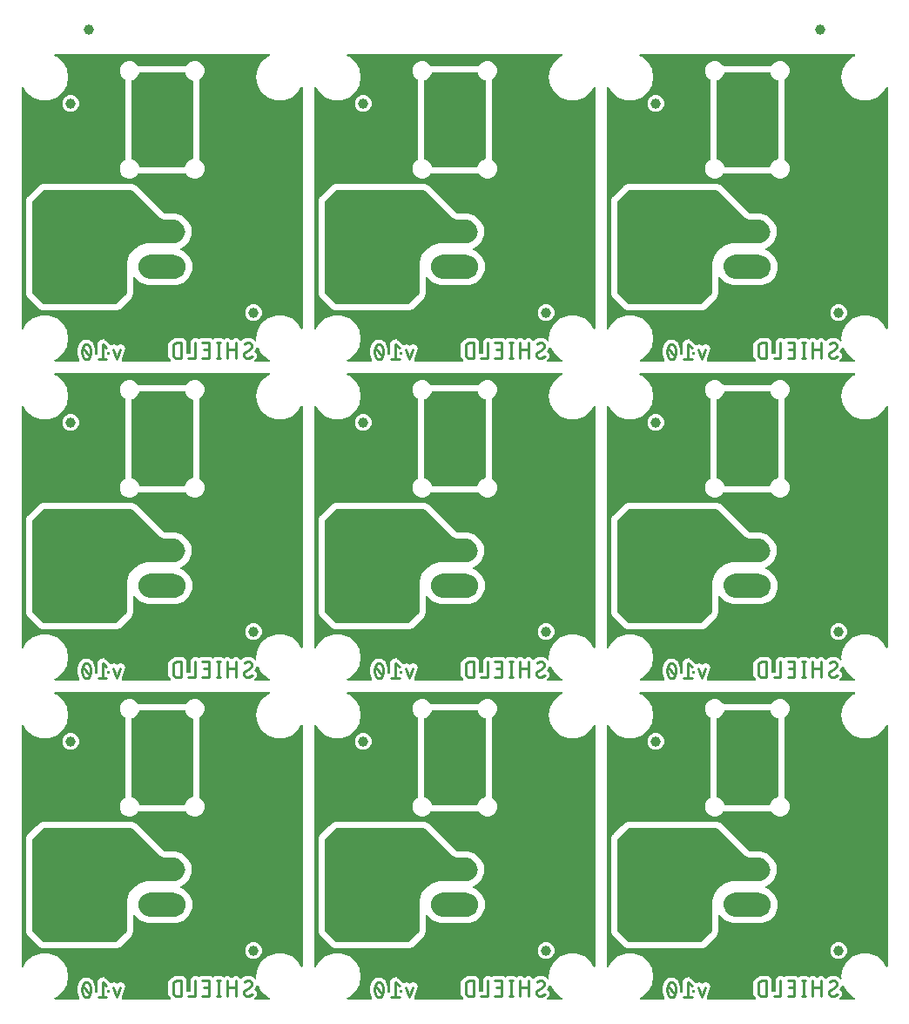
<source format=gbl>
G04 EAGLE Gerber RS-274X export*
G75*
%MOMM*%
%FSLAX34Y34*%
%LPD*%
%INBottom Copper*%
%IPPOS*%
%AMOC8*
5,1,8,0,0,1.08239X$1,22.5*%
G01*
%ADD10C,0.279400*%
%ADD11C,1.000000*%

G36*
X627415Y312940D02*
X627415Y312940D01*
X627499Y312942D01*
X627556Y312960D01*
X627614Y312969D01*
X627690Y313003D01*
X627770Y313028D01*
X627820Y313061D01*
X627874Y313085D01*
X627937Y313139D01*
X628007Y313185D01*
X628045Y313230D01*
X628091Y313268D01*
X628137Y313338D01*
X628191Y313401D01*
X628215Y313456D01*
X628248Y313505D01*
X628274Y313585D01*
X628308Y313661D01*
X628316Y313720D01*
X628334Y313776D01*
X628336Y313860D01*
X628348Y313942D01*
X628340Y313993D01*
X628341Y314060D01*
X628306Y314196D01*
X628293Y314273D01*
X627904Y315408D01*
X627872Y315472D01*
X627856Y315524D01*
X627166Y316940D01*
X626350Y320476D01*
X626309Y320583D01*
X626306Y320592D01*
X626306Y324569D01*
X626344Y324670D01*
X626350Y324684D01*
X627166Y328220D01*
X627230Y328352D01*
X627232Y328358D01*
X627235Y328362D01*
X627246Y328401D01*
X627318Y328623D01*
X627319Y328658D01*
X627327Y328685D01*
X627369Y329064D01*
X627532Y329194D01*
X627571Y329235D01*
X627615Y329269D01*
X627656Y329326D01*
X627727Y329401D01*
X627771Y329487D01*
X627810Y329542D01*
X627856Y329636D01*
X627878Y329705D01*
X627904Y329752D01*
X628577Y331715D01*
X632502Y334519D01*
X637326Y334519D01*
X641251Y331715D01*
X641924Y329752D01*
X641957Y329688D01*
X641972Y329637D01*
X642663Y328220D01*
X643479Y324684D01*
X643520Y324577D01*
X643523Y324568D01*
X643523Y320548D01*
X643531Y320490D01*
X643529Y320432D01*
X643551Y320350D01*
X643563Y320266D01*
X643587Y320213D01*
X643601Y320157D01*
X643644Y320084D01*
X643679Y320007D01*
X643717Y319962D01*
X643747Y319912D01*
X643808Y319854D01*
X643863Y319790D01*
X643911Y319758D01*
X643954Y319718D01*
X644029Y319679D01*
X644099Y319632D01*
X644155Y319615D01*
X644207Y319588D01*
X644275Y319577D01*
X644370Y319547D01*
X644470Y319544D01*
X644538Y319533D01*
X645085Y319533D01*
X645142Y319541D01*
X645201Y319539D01*
X645283Y319561D01*
X645366Y319573D01*
X645419Y319596D01*
X645476Y319611D01*
X645548Y319654D01*
X645625Y319689D01*
X645670Y319727D01*
X645720Y319756D01*
X645778Y319818D01*
X645842Y319872D01*
X645875Y319921D01*
X645915Y319964D01*
X645953Y320039D01*
X646000Y320109D01*
X646018Y320165D01*
X646044Y320217D01*
X646056Y320285D01*
X646086Y320380D01*
X646088Y320480D01*
X646100Y320548D01*
X646100Y329771D01*
X646091Y329834D01*
X646094Y329883D01*
X645923Y331420D01*
X645965Y331503D01*
X646022Y331599D01*
X646030Y331630D01*
X646044Y331658D01*
X646057Y331735D01*
X646093Y331874D01*
X646092Y331907D01*
X647188Y333003D01*
X647226Y333054D01*
X647263Y333086D01*
X648229Y334294D01*
X648318Y334323D01*
X648426Y334351D01*
X648453Y334367D01*
X648483Y334376D01*
X648547Y334422D01*
X648671Y334495D01*
X648694Y334519D01*
X650243Y334519D01*
X650306Y334528D01*
X650355Y334525D01*
X651892Y334696D01*
X651976Y334653D01*
X652072Y334596D01*
X652102Y334589D01*
X652130Y334574D01*
X652207Y334561D01*
X652347Y334525D01*
X652380Y334526D01*
X653475Y333430D01*
X653526Y333392D01*
X653559Y333356D01*
X658569Y329348D01*
X658614Y329321D01*
X658653Y329287D01*
X658735Y329249D01*
X658813Y329203D01*
X658864Y329190D01*
X658911Y329168D01*
X659001Y329154D01*
X659089Y329132D01*
X659141Y329133D01*
X659192Y329125D01*
X659264Y329137D01*
X659373Y329140D01*
X659460Y329167D01*
X659524Y329177D01*
X661625Y329878D01*
X664160Y328610D01*
X664176Y328605D01*
X664190Y328595D01*
X664310Y328560D01*
X664429Y328520D01*
X664446Y328519D01*
X664462Y328514D01*
X664588Y328513D01*
X664713Y328508D01*
X664730Y328512D01*
X664747Y328512D01*
X664815Y328532D01*
X664989Y328575D01*
X665031Y328599D01*
X665068Y328610D01*
X667603Y329878D01*
X671097Y328713D01*
X672744Y325419D01*
X669407Y315408D01*
X669404Y315393D01*
X669397Y315379D01*
X669378Y315253D01*
X669356Y315128D01*
X669357Y315113D01*
X669355Y315098D01*
X669365Y315030D01*
X669384Y314846D01*
X669401Y314802D01*
X669407Y314766D01*
X669413Y314746D01*
X669240Y314398D01*
X669237Y314390D01*
X669232Y314383D01*
X669192Y314255D01*
X669149Y314128D01*
X669149Y314120D01*
X669146Y314112D01*
X669143Y313977D01*
X669137Y313844D01*
X669139Y313836D01*
X669139Y313828D01*
X669173Y313699D01*
X669204Y313568D01*
X669209Y313561D01*
X669211Y313553D01*
X669279Y313438D01*
X669346Y313321D01*
X669352Y313315D01*
X669356Y313308D01*
X669453Y313217D01*
X669550Y313123D01*
X669557Y313119D01*
X669563Y313114D01*
X669682Y313053D01*
X669801Y312990D01*
X669809Y312988D01*
X669817Y312984D01*
X669868Y312976D01*
X670079Y312931D01*
X670117Y312934D01*
X670148Y312929D01*
X715958Y312929D01*
X715996Y312934D01*
X716035Y312932D01*
X716137Y312954D01*
X716239Y312969D01*
X716275Y312985D01*
X716313Y312993D01*
X716404Y313042D01*
X716499Y313085D01*
X716528Y313110D01*
X716563Y313129D01*
X716636Y313202D01*
X716716Y313268D01*
X716737Y313301D01*
X716765Y313328D01*
X716816Y313419D01*
X716873Y313505D01*
X716885Y313542D01*
X716904Y313576D01*
X716928Y313677D01*
X716959Y313776D01*
X716960Y313815D01*
X716969Y313853D01*
X716964Y313957D01*
X716966Y314060D01*
X716956Y314098D01*
X716954Y314137D01*
X716927Y314210D01*
X716894Y314335D01*
X716856Y314399D01*
X716837Y314452D01*
X714665Y318213D01*
X714665Y324918D01*
X714665Y324919D01*
X714665Y327180D01*
X714665Y329487D01*
X716972Y333482D01*
X720967Y335789D01*
X729278Y335789D01*
X731882Y333185D01*
X731882Y321818D01*
X731890Y321760D01*
X731889Y321702D01*
X731910Y321620D01*
X731922Y321536D01*
X731946Y321483D01*
X731961Y321427D01*
X732004Y321354D01*
X732038Y321277D01*
X732076Y321232D01*
X732106Y321182D01*
X732167Y321124D01*
X732222Y321060D01*
X732270Y321028D01*
X732313Y320988D01*
X732388Y320949D01*
X732458Y320902D01*
X732514Y320885D01*
X732566Y320858D01*
X732634Y320847D01*
X732730Y320817D01*
X732829Y320814D01*
X732897Y320803D01*
X735478Y320803D01*
X735535Y320811D01*
X735594Y320809D01*
X735676Y320831D01*
X735759Y320843D01*
X735812Y320866D01*
X735869Y320881D01*
X735941Y320924D01*
X736018Y320959D01*
X736063Y320997D01*
X736113Y321026D01*
X736171Y321088D01*
X736235Y321142D01*
X736268Y321191D01*
X736308Y321234D01*
X736346Y321309D01*
X736393Y321379D01*
X736411Y321435D01*
X736437Y321487D01*
X736449Y321555D01*
X736479Y321650D01*
X736481Y321750D01*
X736493Y321818D01*
X736493Y333185D01*
X739097Y335789D01*
X742780Y335789D01*
X743664Y334905D01*
X743711Y334870D01*
X743751Y334827D01*
X743824Y334785D01*
X743891Y334734D01*
X743946Y334713D01*
X743996Y334684D01*
X744078Y334663D01*
X744157Y334633D01*
X744215Y334628D01*
X744272Y334613D01*
X744356Y334616D01*
X744440Y334609D01*
X744497Y334621D01*
X744556Y334622D01*
X744636Y334648D01*
X744719Y334665D01*
X744771Y334692D01*
X744826Y334710D01*
X744883Y334750D01*
X744971Y334796D01*
X745044Y334865D01*
X745100Y334905D01*
X745984Y335789D01*
X756327Y335789D01*
X757389Y334727D01*
X757436Y334691D01*
X757476Y334649D01*
X757549Y334606D01*
X757616Y334556D01*
X757671Y334535D01*
X757722Y334505D01*
X757803Y334485D01*
X757882Y334454D01*
X757940Y334450D01*
X757997Y334435D01*
X758081Y334438D01*
X758165Y334431D01*
X758223Y334442D01*
X758281Y334444D01*
X758361Y334470D01*
X758444Y334487D01*
X758496Y334514D01*
X758552Y334532D01*
X758608Y334572D01*
X758696Y334618D01*
X758769Y334686D01*
X758825Y334727D01*
X759887Y335789D01*
X766900Y335789D01*
X767940Y334749D01*
X767987Y334714D01*
X768027Y334671D01*
X768100Y334629D01*
X768167Y334578D01*
X768222Y334557D01*
X768272Y334528D01*
X768354Y334507D01*
X768433Y334477D01*
X768491Y334472D01*
X768548Y334458D01*
X768632Y334460D01*
X768716Y334453D01*
X768773Y334465D01*
X768832Y334467D01*
X768912Y334493D01*
X768995Y334509D01*
X769047Y334536D01*
X769103Y334554D01*
X769159Y334594D01*
X769247Y334640D01*
X769320Y334709D01*
X769376Y334749D01*
X770416Y335789D01*
X774099Y335789D01*
X775702Y334185D01*
X775749Y334150D01*
X775789Y334108D01*
X775862Y334065D01*
X775929Y334014D01*
X775984Y333994D01*
X776034Y333964D01*
X776116Y333943D01*
X776195Y333913D01*
X776253Y333908D01*
X776310Y333894D01*
X776394Y333897D01*
X776478Y333890D01*
X776535Y333901D01*
X776594Y333903D01*
X776674Y333929D01*
X776757Y333946D01*
X776809Y333972D01*
X776864Y333990D01*
X776921Y334031D01*
X777009Y334077D01*
X777081Y334145D01*
X777138Y334185D01*
X778741Y335789D01*
X782424Y335789D01*
X784579Y333634D01*
X784681Y333557D01*
X784782Y333477D01*
X784795Y333472D01*
X784806Y333463D01*
X784926Y333418D01*
X785045Y333369D01*
X785059Y333367D01*
X785071Y333362D01*
X785199Y333351D01*
X785327Y333337D01*
X785341Y333340D01*
X785355Y333339D01*
X785480Y333364D01*
X785607Y333386D01*
X785619Y333391D01*
X785633Y333394D01*
X785886Y333525D01*
X785896Y333535D01*
X785906Y333540D01*
X786053Y333651D01*
X786054Y333651D01*
X787441Y334692D01*
X790345Y335660D01*
X790405Y335689D01*
X790469Y335710D01*
X790521Y335747D01*
X790600Y335786D01*
X790602Y335789D01*
X794551Y335789D01*
X798160Y333705D01*
X798410Y333272D01*
X798476Y333187D01*
X798537Y333098D01*
X798564Y333076D01*
X798585Y333048D01*
X798672Y332985D01*
X798755Y332916D01*
X798787Y332902D01*
X798815Y332882D01*
X798917Y332845D01*
X799016Y332802D01*
X799050Y332797D01*
X799083Y332786D01*
X799191Y332779D01*
X799298Y332765D01*
X799332Y332770D01*
X799367Y332767D01*
X799472Y332791D01*
X799579Y332807D01*
X799610Y332821D01*
X799644Y332829D01*
X799739Y332880D01*
X799837Y332925D01*
X799863Y332948D01*
X799894Y332964D01*
X799971Y333040D01*
X800053Y333111D01*
X800072Y333140D01*
X800096Y333164D01*
X800149Y333259D01*
X800208Y333349D01*
X800218Y333382D01*
X800235Y333412D01*
X800260Y333517D01*
X800292Y333620D01*
X800291Y333651D01*
X800300Y333689D01*
X800289Y333903D01*
X800289Y333956D01*
X800055Y335280D01*
X801440Y343131D01*
X805426Y350035D01*
X811533Y355160D01*
X819025Y357887D01*
X826997Y357887D01*
X834489Y355160D01*
X840596Y350036D01*
X843430Y345126D01*
X843442Y345111D01*
X843450Y345093D01*
X843529Y344999D01*
X843605Y344902D01*
X843621Y344891D01*
X843634Y344876D01*
X843736Y344808D01*
X843836Y344736D01*
X843854Y344729D01*
X843870Y344719D01*
X843987Y344682D01*
X844103Y344640D01*
X844123Y344639D01*
X844141Y344633D01*
X844264Y344630D01*
X844387Y344622D01*
X844406Y344626D01*
X844425Y344625D01*
X844544Y344656D01*
X844665Y344683D01*
X844682Y344692D01*
X844700Y344697D01*
X844806Y344760D01*
X844914Y344819D01*
X844928Y344832D01*
X844945Y344842D01*
X845029Y344932D01*
X845117Y345018D01*
X845126Y345035D01*
X845139Y345049D01*
X845195Y345159D01*
X845256Y345266D01*
X845260Y345285D01*
X845269Y345303D01*
X845281Y345375D01*
X845320Y345543D01*
X845318Y345594D01*
X845325Y345634D01*
X845400Y579056D01*
X845397Y579075D01*
X845399Y579095D01*
X845377Y579216D01*
X845360Y579337D01*
X845352Y579355D01*
X845348Y579375D01*
X845294Y579485D01*
X845244Y579597D01*
X845231Y579612D01*
X845222Y579630D01*
X845139Y579720D01*
X845060Y579814D01*
X845044Y579825D01*
X845030Y579839D01*
X844925Y579904D01*
X844824Y579972D01*
X844805Y579977D01*
X844788Y579988D01*
X844669Y580020D01*
X844553Y580057D01*
X844533Y580058D01*
X844514Y580063D01*
X844391Y580062D01*
X844268Y580065D01*
X844249Y580060D01*
X844230Y580060D01*
X844112Y580024D01*
X843993Y579993D01*
X843976Y579983D01*
X843957Y579977D01*
X843854Y579910D01*
X843749Y579848D01*
X843735Y579834D01*
X843719Y579823D01*
X843672Y579766D01*
X843554Y579641D01*
X843531Y579595D01*
X843505Y579564D01*
X840596Y574525D01*
X834489Y569400D01*
X826997Y566673D01*
X819025Y566673D01*
X811533Y569400D01*
X805426Y574524D01*
X801440Y581429D01*
X800055Y589280D01*
X801440Y597131D01*
X805426Y604035D01*
X811533Y609160D01*
X812912Y609662D01*
X813007Y609713D01*
X813106Y609757D01*
X813132Y609779D01*
X813163Y609796D01*
X813241Y609871D01*
X813323Y609941D01*
X813342Y609969D01*
X813367Y609994D01*
X813421Y610087D01*
X813481Y610177D01*
X813491Y610210D01*
X813508Y610240D01*
X813534Y610345D01*
X813566Y610448D01*
X813567Y610483D01*
X813575Y610517D01*
X813571Y610624D01*
X813574Y610732D01*
X813565Y610766D01*
X813563Y610801D01*
X813529Y610903D01*
X813502Y611007D01*
X813484Y611037D01*
X813473Y611070D01*
X813412Y611159D01*
X813357Y611252D01*
X813331Y611276D01*
X813311Y611304D01*
X813228Y611372D01*
X813149Y611446D01*
X813118Y611462D01*
X813091Y611484D01*
X812992Y611527D01*
X812896Y611576D01*
X812865Y611581D01*
X812830Y611596D01*
X812618Y611622D01*
X812565Y611631D01*
X604857Y611631D01*
X604750Y611616D01*
X604642Y611608D01*
X604610Y611596D01*
X604575Y611591D01*
X604477Y611547D01*
X604375Y611510D01*
X604347Y611489D01*
X604316Y611475D01*
X604233Y611406D01*
X604146Y611342D01*
X604125Y611314D01*
X604099Y611292D01*
X604039Y611202D01*
X603973Y611116D01*
X603960Y611084D01*
X603941Y611055D01*
X603909Y610952D01*
X603869Y610852D01*
X603866Y610817D01*
X603855Y610784D01*
X603853Y610676D01*
X603842Y610569D01*
X603849Y610534D01*
X603848Y610500D01*
X603875Y610395D01*
X603895Y610289D01*
X603911Y610258D01*
X603920Y610225D01*
X603975Y610132D01*
X604024Y610036D01*
X604047Y610010D01*
X604065Y609980D01*
X604144Y609906D01*
X604217Y609827D01*
X604244Y609812D01*
X604272Y609786D01*
X604463Y609688D01*
X604509Y609662D01*
X605889Y609160D01*
X611996Y604036D01*
X615982Y597131D01*
X617366Y589280D01*
X615982Y581429D01*
X611996Y574525D01*
X605889Y569400D01*
X598397Y566673D01*
X590425Y566673D01*
X582933Y569400D01*
X576826Y574524D01*
X574042Y579347D01*
X574030Y579362D01*
X574022Y579380D01*
X573942Y579474D01*
X573866Y579571D01*
X573851Y579582D01*
X573838Y579597D01*
X573736Y579666D01*
X573636Y579738D01*
X573618Y579744D01*
X573602Y579755D01*
X573484Y579792D01*
X573368Y579834D01*
X573349Y579835D01*
X573330Y579841D01*
X573208Y579844D01*
X573085Y579852D01*
X573066Y579848D01*
X573046Y579848D01*
X572928Y579817D01*
X572807Y579791D01*
X572790Y579781D01*
X572771Y579776D01*
X572666Y579714D01*
X572557Y579655D01*
X572543Y579641D01*
X572527Y579631D01*
X572443Y579542D01*
X572355Y579455D01*
X572345Y579438D01*
X572332Y579424D01*
X572276Y579314D01*
X572216Y579207D01*
X572212Y579188D01*
X572203Y579171D01*
X572190Y579098D01*
X572151Y578930D01*
X572154Y578879D01*
X572147Y578840D01*
X572072Y345591D01*
X572075Y345571D01*
X572073Y345551D01*
X572095Y345431D01*
X572112Y345309D01*
X572120Y345291D01*
X572123Y345272D01*
X572178Y345162D01*
X572228Y345050D01*
X572241Y345035D01*
X572249Y345017D01*
X572332Y344926D01*
X572411Y344833D01*
X572428Y344822D01*
X572441Y344807D01*
X572546Y344743D01*
X572648Y344675D01*
X572667Y344669D01*
X572684Y344659D01*
X572802Y344626D01*
X572919Y344589D01*
X572939Y344589D01*
X572958Y344583D01*
X573081Y344585D01*
X573203Y344582D01*
X573222Y344587D01*
X573242Y344587D01*
X573360Y344623D01*
X573478Y344653D01*
X573495Y344664D01*
X573514Y344669D01*
X573617Y344736D01*
X573723Y344799D01*
X573736Y344813D01*
X573753Y344824D01*
X573800Y344881D01*
X573917Y345006D01*
X573941Y345052D01*
X573966Y345083D01*
X576826Y350035D01*
X582933Y355160D01*
X590425Y357887D01*
X598397Y357887D01*
X605889Y355160D01*
X611996Y350036D01*
X615982Y343131D01*
X617366Y335280D01*
X615982Y327429D01*
X611996Y320525D01*
X605889Y315400D01*
X604509Y314898D01*
X604414Y314847D01*
X604316Y314803D01*
X604289Y314781D01*
X604258Y314764D01*
X604181Y314689D01*
X604099Y314619D01*
X604079Y314591D01*
X604054Y314566D01*
X604001Y314473D01*
X603941Y314383D01*
X603931Y314350D01*
X603913Y314320D01*
X603888Y314215D01*
X603855Y314112D01*
X603854Y314077D01*
X603846Y314043D01*
X603851Y313936D01*
X603848Y313828D01*
X603857Y313794D01*
X603858Y313759D01*
X603893Y313657D01*
X603920Y313553D01*
X603938Y313523D01*
X603949Y313490D01*
X604010Y313401D01*
X604065Y313308D01*
X604090Y313284D01*
X604110Y313256D01*
X604194Y313188D01*
X604272Y313114D01*
X604303Y313098D01*
X604330Y313076D01*
X604429Y313033D01*
X604526Y312984D01*
X604556Y312979D01*
X604592Y312964D01*
X604804Y312938D01*
X604857Y312929D01*
X627333Y312929D01*
X627415Y312940D01*
G37*
G36*
X58405Y622820D02*
X58405Y622820D01*
X58488Y622822D01*
X58545Y622840D01*
X58604Y622849D01*
X58679Y622883D01*
X58759Y622908D01*
X58809Y622941D01*
X58863Y622965D01*
X58927Y623019D01*
X58996Y623065D01*
X59035Y623110D01*
X59080Y623148D01*
X59126Y623218D01*
X59180Y623281D01*
X59205Y623336D01*
X59238Y623385D01*
X59263Y623465D01*
X59297Y623541D01*
X59305Y623600D01*
X59323Y623656D01*
X59325Y623740D01*
X59337Y623822D01*
X59329Y623873D01*
X59331Y623940D01*
X59295Y624076D01*
X59282Y624153D01*
X58893Y625288D01*
X58861Y625352D01*
X58846Y625404D01*
X58155Y626820D01*
X57339Y630356D01*
X57298Y630463D01*
X57295Y630472D01*
X57295Y634449D01*
X57333Y634550D01*
X57339Y634564D01*
X58155Y638100D01*
X58220Y638232D01*
X58221Y638238D01*
X58224Y638242D01*
X58235Y638281D01*
X58307Y638503D01*
X58308Y638538D01*
X58316Y638565D01*
X58358Y638944D01*
X58521Y639074D01*
X58560Y639115D01*
X58605Y639149D01*
X58645Y639206D01*
X58716Y639281D01*
X58760Y639367D01*
X58800Y639422D01*
X58846Y639516D01*
X58868Y639585D01*
X58893Y639632D01*
X59566Y641595D01*
X63492Y644399D01*
X68315Y644399D01*
X72241Y641595D01*
X72914Y639632D01*
X72946Y639568D01*
X72961Y639517D01*
X73652Y638100D01*
X74468Y634564D01*
X74509Y634457D01*
X74512Y634448D01*
X74512Y630428D01*
X74520Y630370D01*
X74519Y630312D01*
X74540Y630230D01*
X74552Y630146D01*
X74576Y630093D01*
X74590Y630037D01*
X74634Y629964D01*
X74668Y629887D01*
X74706Y629842D01*
X74736Y629792D01*
X74797Y629734D01*
X74852Y629670D01*
X74900Y629638D01*
X74943Y629598D01*
X75018Y629559D01*
X75088Y629512D01*
X75144Y629495D01*
X75196Y629468D01*
X75264Y629457D01*
X75359Y629427D01*
X75459Y629424D01*
X75527Y629413D01*
X76074Y629413D01*
X76132Y629421D01*
X76190Y629419D01*
X76272Y629441D01*
X76355Y629453D01*
X76409Y629476D01*
X76465Y629491D01*
X76538Y629534D01*
X76615Y629569D01*
X76659Y629607D01*
X76710Y629636D01*
X76767Y629698D01*
X76832Y629752D01*
X76864Y629801D01*
X76904Y629844D01*
X76942Y629919D01*
X76989Y629989D01*
X77007Y630045D01*
X77033Y630097D01*
X77045Y630165D01*
X77075Y630260D01*
X77078Y630360D01*
X77089Y630428D01*
X77089Y639651D01*
X77080Y639714D01*
X77083Y639763D01*
X76912Y641300D01*
X76955Y641383D01*
X77011Y641479D01*
X77019Y641510D01*
X77033Y641538D01*
X77046Y641615D01*
X77083Y641754D01*
X77082Y641787D01*
X78177Y642883D01*
X78216Y642934D01*
X78252Y642966D01*
X79218Y644174D01*
X79307Y644203D01*
X79415Y644231D01*
X79442Y644247D01*
X79472Y644256D01*
X79536Y644302D01*
X79660Y644375D01*
X79683Y644399D01*
X81232Y644399D01*
X81296Y644408D01*
X81344Y644405D01*
X82882Y644576D01*
X82965Y644533D01*
X83061Y644476D01*
X83091Y644469D01*
X83119Y644454D01*
X83197Y644441D01*
X83336Y644405D01*
X83369Y644406D01*
X84464Y643310D01*
X84515Y643272D01*
X84548Y643236D01*
X89558Y639228D01*
X89603Y639201D01*
X89642Y639167D01*
X89725Y639129D01*
X89802Y639083D01*
X89853Y639070D01*
X89900Y639048D01*
X89990Y639034D01*
X90078Y639012D01*
X90130Y639013D01*
X90181Y639005D01*
X90253Y639017D01*
X90362Y639020D01*
X90449Y639047D01*
X90513Y639057D01*
X92614Y639758D01*
X95149Y638490D01*
X95165Y638485D01*
X95179Y638475D01*
X95300Y638440D01*
X95418Y638400D01*
X95435Y638399D01*
X95452Y638394D01*
X95578Y638393D01*
X95702Y638388D01*
X95719Y638392D01*
X95736Y638392D01*
X95804Y638412D01*
X95979Y638455D01*
X96020Y638479D01*
X96057Y638490D01*
X98592Y639758D01*
X102086Y638593D01*
X103733Y635299D01*
X100396Y625288D01*
X100393Y625273D01*
X100387Y625259D01*
X100368Y625133D01*
X100345Y625008D01*
X100346Y624993D01*
X100344Y624978D01*
X100355Y624910D01*
X100373Y624726D01*
X100390Y624682D01*
X100396Y624646D01*
X100403Y624626D01*
X100229Y624278D01*
X100226Y624270D01*
X100221Y624263D01*
X100181Y624135D01*
X100138Y624008D01*
X100138Y624000D01*
X100136Y623992D01*
X100132Y623857D01*
X100126Y623724D01*
X100128Y623716D01*
X100128Y623708D01*
X100162Y623579D01*
X100194Y623448D01*
X100198Y623441D01*
X100200Y623433D01*
X100268Y623318D01*
X100335Y623201D01*
X100341Y623195D01*
X100345Y623188D01*
X100443Y623097D01*
X100539Y623003D01*
X100546Y622999D01*
X100553Y622994D01*
X100671Y622933D01*
X100790Y622870D01*
X100798Y622868D01*
X100806Y622864D01*
X100857Y622856D01*
X101068Y622811D01*
X101106Y622814D01*
X101137Y622809D01*
X146947Y622809D01*
X146985Y622814D01*
X147024Y622812D01*
X147126Y622834D01*
X147228Y622849D01*
X147264Y622865D01*
X147302Y622873D01*
X147393Y622922D01*
X147488Y622965D01*
X147518Y622990D01*
X147552Y623009D01*
X147626Y623082D01*
X147705Y623148D01*
X147726Y623181D01*
X147754Y623208D01*
X147805Y623299D01*
X147862Y623385D01*
X147874Y623422D01*
X147893Y623456D01*
X147917Y623557D01*
X147948Y623656D01*
X147949Y623695D01*
X147958Y623733D01*
X147953Y623837D01*
X147955Y623940D01*
X147946Y623978D01*
X147944Y624017D01*
X147916Y624090D01*
X147884Y624215D01*
X147846Y624279D01*
X147826Y624332D01*
X145654Y628093D01*
X145654Y634798D01*
X145654Y634799D01*
X145654Y637060D01*
X145654Y639367D01*
X147961Y643362D01*
X151956Y645669D01*
X160267Y645669D01*
X162871Y643065D01*
X162871Y631698D01*
X162879Y631640D01*
X162878Y631582D01*
X162899Y631500D01*
X162911Y631416D01*
X162935Y631363D01*
X162950Y631307D01*
X162993Y631234D01*
X163027Y631157D01*
X163065Y631112D01*
X163095Y631062D01*
X163157Y631004D01*
X163211Y630940D01*
X163260Y630908D01*
X163302Y630868D01*
X163377Y630829D01*
X163448Y630782D01*
X163503Y630765D01*
X163555Y630738D01*
X163624Y630727D01*
X163719Y630697D01*
X163818Y630694D01*
X163887Y630683D01*
X166467Y630683D01*
X166525Y630691D01*
X166583Y630689D01*
X166665Y630711D01*
X166748Y630723D01*
X166802Y630746D01*
X166858Y630761D01*
X166931Y630804D01*
X167008Y630839D01*
X167052Y630877D01*
X167103Y630906D01*
X167160Y630968D01*
X167225Y631022D01*
X167257Y631071D01*
X167297Y631114D01*
X167335Y631189D01*
X167382Y631259D01*
X167400Y631315D01*
X167426Y631367D01*
X167438Y631435D01*
X167468Y631530D01*
X167471Y631630D01*
X167482Y631698D01*
X167482Y643065D01*
X170086Y645669D01*
X173769Y645669D01*
X174653Y644785D01*
X174700Y644750D01*
X174740Y644707D01*
X174813Y644665D01*
X174880Y644614D01*
X174935Y644593D01*
X174985Y644564D01*
X175067Y644543D01*
X175146Y644513D01*
X175204Y644508D01*
X175261Y644493D01*
X175345Y644496D01*
X175429Y644489D01*
X175487Y644501D01*
X175545Y644502D01*
X175625Y644528D01*
X175708Y644545D01*
X175760Y644572D01*
X175816Y644590D01*
X175872Y644630D01*
X175960Y644676D01*
X176033Y644745D01*
X176089Y644785D01*
X176973Y645669D01*
X187316Y645669D01*
X188378Y644607D01*
X188425Y644571D01*
X188465Y644529D01*
X188538Y644486D01*
X188606Y644436D01*
X188660Y644415D01*
X188711Y644385D01*
X188792Y644365D01*
X188871Y644334D01*
X188930Y644330D01*
X188986Y644315D01*
X189071Y644318D01*
X189155Y644311D01*
X189212Y644322D01*
X189270Y644324D01*
X189351Y644350D01*
X189433Y644367D01*
X189485Y644394D01*
X189541Y644412D01*
X189597Y644452D01*
X189686Y644498D01*
X189758Y644566D01*
X189814Y644607D01*
X190876Y645669D01*
X197890Y645669D01*
X198929Y644629D01*
X198976Y644594D01*
X199016Y644551D01*
X199089Y644509D01*
X199156Y644458D01*
X199211Y644437D01*
X199262Y644408D01*
X199343Y644387D01*
X199422Y644357D01*
X199480Y644352D01*
X199537Y644338D01*
X199621Y644340D01*
X199705Y644333D01*
X199763Y644345D01*
X199821Y644347D01*
X199902Y644373D01*
X199984Y644389D01*
X200036Y644416D01*
X200092Y644434D01*
X200148Y644474D01*
X200236Y644520D01*
X200309Y644589D01*
X200365Y644629D01*
X201405Y645669D01*
X205088Y645669D01*
X206691Y644065D01*
X206738Y644030D01*
X206778Y643988D01*
X206851Y643945D01*
X206918Y643894D01*
X206973Y643874D01*
X207023Y643844D01*
X207105Y643823D01*
X207184Y643793D01*
X207242Y643788D01*
X207299Y643774D01*
X207383Y643777D01*
X207467Y643770D01*
X207525Y643781D01*
X207583Y643783D01*
X207663Y643809D01*
X207746Y643826D01*
X207798Y643852D01*
X207854Y643870D01*
X207910Y643911D01*
X207998Y643957D01*
X208071Y644025D01*
X208127Y644065D01*
X209730Y645669D01*
X213413Y645669D01*
X215568Y643514D01*
X215670Y643437D01*
X215771Y643357D01*
X215784Y643352D01*
X215795Y643343D01*
X215915Y643298D01*
X216034Y643249D01*
X216048Y643247D01*
X216061Y643242D01*
X216189Y643231D01*
X216317Y643217D01*
X216330Y643220D01*
X216344Y643219D01*
X216470Y643244D01*
X216597Y643266D01*
X216608Y643271D01*
X216623Y643274D01*
X216875Y643405D01*
X216885Y643415D01*
X216895Y643420D01*
X217043Y643531D01*
X218430Y644572D01*
X221334Y645540D01*
X221394Y645569D01*
X221458Y645590D01*
X221510Y645627D01*
X221589Y645666D01*
X221591Y645669D01*
X225540Y645669D01*
X229149Y643585D01*
X229399Y643152D01*
X229465Y643067D01*
X229526Y642978D01*
X229553Y642956D01*
X229574Y642928D01*
X229662Y642865D01*
X229745Y642796D01*
X229776Y642782D01*
X229805Y642762D01*
X229906Y642725D01*
X230005Y642682D01*
X230039Y642677D01*
X230072Y642666D01*
X230180Y642659D01*
X230287Y642645D01*
X230321Y642650D01*
X230356Y642647D01*
X230461Y642671D01*
X230568Y642687D01*
X230599Y642701D01*
X230633Y642709D01*
X230728Y642760D01*
X230826Y642805D01*
X230853Y642828D01*
X230883Y642844D01*
X230960Y642920D01*
X231042Y642991D01*
X231061Y643020D01*
X231086Y643044D01*
X231138Y643139D01*
X231197Y643229D01*
X231208Y643262D01*
X231225Y643292D01*
X231249Y643397D01*
X231281Y643500D01*
X231281Y643531D01*
X231289Y643569D01*
X231278Y643783D01*
X231278Y643836D01*
X231045Y645160D01*
X232429Y653011D01*
X236415Y659915D01*
X242522Y665040D01*
X250014Y667767D01*
X257986Y667767D01*
X265478Y665040D01*
X271585Y659916D01*
X274419Y655006D01*
X274431Y654991D01*
X274439Y654973D01*
X274519Y654879D01*
X274594Y654782D01*
X274610Y654771D01*
X274623Y654756D01*
X274725Y654688D01*
X274825Y654616D01*
X274843Y654609D01*
X274859Y654599D01*
X274976Y654562D01*
X275092Y654520D01*
X275112Y654519D01*
X275130Y654513D01*
X275253Y654510D01*
X275376Y654502D01*
X275395Y654506D01*
X275414Y654505D01*
X275533Y654536D01*
X275654Y654563D01*
X275671Y654572D01*
X275690Y654577D01*
X275795Y654640D01*
X275903Y654699D01*
X275917Y654712D01*
X275934Y654722D01*
X276018Y654812D01*
X276106Y654898D01*
X276115Y654915D01*
X276129Y654929D01*
X276185Y655039D01*
X276245Y655146D01*
X276249Y655165D01*
X276258Y655183D01*
X276270Y655255D01*
X276310Y655423D01*
X276307Y655474D01*
X276314Y655514D01*
X276389Y888936D01*
X276386Y888955D01*
X276388Y888975D01*
X276366Y889096D01*
X276349Y889217D01*
X276341Y889235D01*
X276338Y889255D01*
X276283Y889365D01*
X276233Y889477D01*
X276220Y889492D01*
X276211Y889510D01*
X276129Y889600D01*
X276049Y889694D01*
X276033Y889705D01*
X276020Y889719D01*
X275915Y889784D01*
X275813Y889852D01*
X275794Y889857D01*
X275777Y889868D01*
X275658Y889900D01*
X275542Y889937D01*
X275522Y889938D01*
X275503Y889943D01*
X275380Y889942D01*
X275258Y889945D01*
X275238Y889940D01*
X275219Y889940D01*
X275101Y889904D01*
X274982Y889873D01*
X274966Y889863D01*
X274947Y889857D01*
X274843Y889790D01*
X274738Y889728D01*
X274725Y889714D01*
X274708Y889703D01*
X274661Y889646D01*
X274543Y889521D01*
X274520Y889475D01*
X274494Y889444D01*
X271585Y884405D01*
X265478Y879280D01*
X257986Y876553D01*
X250014Y876553D01*
X242522Y879280D01*
X236415Y884404D01*
X232429Y891309D01*
X231045Y899160D01*
X232429Y907011D01*
X236415Y913915D01*
X242522Y919040D01*
X243901Y919542D01*
X243997Y919593D01*
X244095Y919637D01*
X244122Y919659D01*
X244152Y919676D01*
X244230Y919751D01*
X244312Y919821D01*
X244331Y919849D01*
X244356Y919874D01*
X244410Y919967D01*
X244470Y920057D01*
X244480Y920090D01*
X244497Y920120D01*
X244523Y920225D01*
X244555Y920328D01*
X244556Y920363D01*
X244565Y920397D01*
X244560Y920504D01*
X244563Y920612D01*
X244554Y920646D01*
X244553Y920681D01*
X244518Y920783D01*
X244491Y920887D01*
X244473Y920917D01*
X244462Y920950D01*
X244401Y921039D01*
X244346Y921132D01*
X244320Y921156D01*
X244301Y921184D01*
X244217Y921252D01*
X244138Y921326D01*
X244107Y921342D01*
X244081Y921364D01*
X243981Y921407D01*
X243885Y921456D01*
X243855Y921461D01*
X243819Y921476D01*
X243607Y921502D01*
X243554Y921511D01*
X35846Y921511D01*
X35739Y921496D01*
X35631Y921488D01*
X35599Y921476D01*
X35564Y921471D01*
X35466Y921427D01*
X35365Y921390D01*
X35337Y921369D01*
X35305Y921355D01*
X35223Y921286D01*
X35136Y921222D01*
X35114Y921194D01*
X35088Y921172D01*
X35028Y921082D01*
X34962Y920996D01*
X34950Y920964D01*
X34930Y920935D01*
X34898Y920832D01*
X34858Y920732D01*
X34855Y920697D01*
X34845Y920664D01*
X34842Y920556D01*
X34832Y920449D01*
X34838Y920414D01*
X34837Y920380D01*
X34864Y920275D01*
X34885Y920169D01*
X34900Y920138D01*
X34909Y920105D01*
X34964Y920012D01*
X35013Y919916D01*
X35036Y919890D01*
X35054Y919860D01*
X35133Y919786D01*
X35206Y919707D01*
X35233Y919692D01*
X35262Y919666D01*
X35452Y919568D01*
X35499Y919542D01*
X36878Y919040D01*
X42985Y913916D01*
X46971Y907011D01*
X48355Y899160D01*
X46971Y891309D01*
X42985Y884405D01*
X36878Y879280D01*
X29386Y876553D01*
X21414Y876553D01*
X13922Y879280D01*
X7815Y884404D01*
X5031Y889227D01*
X5019Y889242D01*
X5011Y889260D01*
X4931Y889354D01*
X4856Y889451D01*
X4840Y889462D01*
X4827Y889477D01*
X4725Y889546D01*
X4625Y889618D01*
X4607Y889624D01*
X4591Y889635D01*
X4473Y889672D01*
X4358Y889714D01*
X4338Y889715D01*
X4320Y889721D01*
X4197Y889724D01*
X4074Y889732D01*
X4055Y889728D01*
X4035Y889728D01*
X3917Y889697D01*
X3796Y889671D01*
X3779Y889661D01*
X3760Y889656D01*
X3655Y889594D01*
X3546Y889535D01*
X3533Y889521D01*
X3516Y889511D01*
X3432Y889422D01*
X3344Y889335D01*
X3335Y889318D01*
X3321Y889304D01*
X3265Y889194D01*
X3205Y889087D01*
X3201Y889068D01*
X3192Y889051D01*
X3180Y888978D01*
X3140Y888810D01*
X3143Y888759D01*
X3136Y888720D01*
X3061Y655471D01*
X3064Y655451D01*
X3062Y655431D01*
X3084Y655311D01*
X3101Y655189D01*
X3109Y655171D01*
X3112Y655152D01*
X3167Y655042D01*
X3217Y654930D01*
X3230Y654915D01*
X3239Y654897D01*
X3321Y654806D01*
X3401Y654713D01*
X3417Y654702D01*
X3430Y654687D01*
X3535Y654623D01*
X3637Y654555D01*
X3656Y654549D01*
X3673Y654539D01*
X3792Y654506D01*
X3908Y654469D01*
X3928Y654469D01*
X3947Y654463D01*
X4070Y654465D01*
X4192Y654462D01*
X4211Y654467D01*
X4231Y654467D01*
X4349Y654503D01*
X4468Y654533D01*
X4484Y654544D01*
X4503Y654549D01*
X4607Y654616D01*
X4712Y654679D01*
X4725Y654693D01*
X4742Y654704D01*
X4789Y654761D01*
X4907Y654886D01*
X4930Y654932D01*
X4956Y654963D01*
X7815Y659915D01*
X13922Y665040D01*
X21414Y667767D01*
X29386Y667767D01*
X36878Y665040D01*
X42985Y659916D01*
X46971Y653011D01*
X48355Y645160D01*
X46971Y637309D01*
X42985Y630405D01*
X36878Y625280D01*
X35499Y624778D01*
X35403Y624727D01*
X35305Y624683D01*
X35278Y624661D01*
X35248Y624644D01*
X35170Y624569D01*
X35088Y624499D01*
X35069Y624471D01*
X35044Y624446D01*
X34990Y624353D01*
X34930Y624263D01*
X34920Y624230D01*
X34903Y624200D01*
X34877Y624095D01*
X34844Y623992D01*
X34844Y623957D01*
X34835Y623923D01*
X34840Y623816D01*
X34837Y623708D01*
X34846Y623674D01*
X34847Y623639D01*
X34882Y623537D01*
X34909Y623433D01*
X34927Y623403D01*
X34938Y623370D01*
X34999Y623281D01*
X35054Y623188D01*
X35080Y623164D01*
X35099Y623136D01*
X35183Y623068D01*
X35262Y622994D01*
X35293Y622978D01*
X35319Y622956D01*
X35419Y622913D01*
X35515Y622864D01*
X35545Y622859D01*
X35581Y622844D01*
X35793Y622818D01*
X35846Y622809D01*
X58322Y622809D01*
X58405Y622820D01*
G37*
G36*
X58405Y3060D02*
X58405Y3060D01*
X58488Y3062D01*
X58545Y3080D01*
X58604Y3089D01*
X58679Y3123D01*
X58759Y3148D01*
X58809Y3181D01*
X58863Y3205D01*
X58927Y3259D01*
X58996Y3305D01*
X59035Y3350D01*
X59080Y3388D01*
X59126Y3458D01*
X59180Y3521D01*
X59205Y3576D01*
X59238Y3625D01*
X59263Y3705D01*
X59297Y3781D01*
X59305Y3840D01*
X59323Y3896D01*
X59325Y3980D01*
X59337Y4062D01*
X59329Y4113D01*
X59331Y4180D01*
X59295Y4316D01*
X59282Y4393D01*
X58893Y5528D01*
X58861Y5592D01*
X58846Y5644D01*
X58155Y7060D01*
X57339Y10596D01*
X57298Y10703D01*
X57295Y10712D01*
X57295Y14689D01*
X57333Y14790D01*
X57339Y14804D01*
X58155Y18340D01*
X58220Y18472D01*
X58221Y18478D01*
X58224Y18482D01*
X58235Y18521D01*
X58307Y18743D01*
X58308Y18778D01*
X58316Y18805D01*
X58358Y19184D01*
X58521Y19314D01*
X58560Y19355D01*
X58605Y19389D01*
X58645Y19446D01*
X58716Y19521D01*
X58760Y19607D01*
X58800Y19662D01*
X58846Y19756D01*
X58868Y19825D01*
X58893Y19872D01*
X59566Y21835D01*
X63492Y24639D01*
X68315Y24639D01*
X72241Y21835D01*
X72914Y19872D01*
X72946Y19808D01*
X72961Y19757D01*
X73652Y18340D01*
X74468Y14804D01*
X74509Y14697D01*
X74512Y14688D01*
X74512Y10668D01*
X74520Y10610D01*
X74519Y10552D01*
X74540Y10470D01*
X74552Y10386D01*
X74576Y10333D01*
X74590Y10277D01*
X74634Y10204D01*
X74668Y10127D01*
X74706Y10082D01*
X74736Y10032D01*
X74797Y9974D01*
X74852Y9910D01*
X74900Y9878D01*
X74943Y9838D01*
X75018Y9799D01*
X75088Y9752D01*
X75144Y9735D01*
X75196Y9708D01*
X75264Y9697D01*
X75359Y9667D01*
X75459Y9664D01*
X75527Y9653D01*
X76074Y9653D01*
X76132Y9661D01*
X76190Y9659D01*
X76272Y9681D01*
X76355Y9693D01*
X76409Y9716D01*
X76465Y9731D01*
X76538Y9774D01*
X76615Y9809D01*
X76659Y9847D01*
X76710Y9876D01*
X76767Y9938D01*
X76832Y9992D01*
X76864Y10041D01*
X76904Y10084D01*
X76942Y10159D01*
X76989Y10229D01*
X77007Y10285D01*
X77033Y10337D01*
X77045Y10405D01*
X77075Y10500D01*
X77078Y10600D01*
X77089Y10668D01*
X77089Y19891D01*
X77080Y19954D01*
X77083Y20003D01*
X76912Y21540D01*
X76955Y21623D01*
X77011Y21719D01*
X77019Y21750D01*
X77033Y21778D01*
X77046Y21855D01*
X77083Y21994D01*
X77082Y22027D01*
X78177Y23123D01*
X78216Y23174D01*
X78252Y23206D01*
X79218Y24414D01*
X79307Y24443D01*
X79415Y24471D01*
X79442Y24487D01*
X79472Y24496D01*
X79536Y24542D01*
X79660Y24615D01*
X79683Y24639D01*
X81232Y24639D01*
X81296Y24648D01*
X81344Y24645D01*
X82882Y24816D01*
X82965Y24773D01*
X83061Y24716D01*
X83091Y24709D01*
X83119Y24694D01*
X83197Y24681D01*
X83336Y24645D01*
X83369Y24646D01*
X84464Y23550D01*
X84515Y23512D01*
X84548Y23476D01*
X89558Y19468D01*
X89603Y19441D01*
X89642Y19407D01*
X89725Y19369D01*
X89802Y19323D01*
X89853Y19310D01*
X89900Y19288D01*
X89990Y19274D01*
X90078Y19252D01*
X90130Y19253D01*
X90181Y19245D01*
X90253Y19257D01*
X90362Y19260D01*
X90449Y19287D01*
X90513Y19297D01*
X92614Y19998D01*
X95149Y18730D01*
X95165Y18725D01*
X95179Y18715D01*
X95300Y18679D01*
X95418Y18640D01*
X95435Y18639D01*
X95452Y18634D01*
X95578Y18633D01*
X95702Y18628D01*
X95719Y18632D01*
X95736Y18632D01*
X95804Y18653D01*
X95979Y18695D01*
X96020Y18719D01*
X96057Y18730D01*
X98592Y19998D01*
X102086Y18833D01*
X103733Y15539D01*
X100396Y5528D01*
X100393Y5513D01*
X100387Y5499D01*
X100368Y5373D01*
X100345Y5248D01*
X100346Y5233D01*
X100344Y5218D01*
X100355Y5150D01*
X100373Y4966D01*
X100390Y4922D01*
X100396Y4886D01*
X100403Y4866D01*
X100229Y4518D01*
X100226Y4510D01*
X100221Y4503D01*
X100181Y4375D01*
X100138Y4248D01*
X100138Y4240D01*
X100136Y4232D01*
X100132Y4097D01*
X100126Y3964D01*
X100128Y3956D01*
X100128Y3948D01*
X100162Y3819D01*
X100194Y3688D01*
X100198Y3681D01*
X100200Y3673D01*
X100268Y3558D01*
X100335Y3441D01*
X100341Y3435D01*
X100345Y3428D01*
X100443Y3337D01*
X100539Y3243D01*
X100546Y3239D01*
X100553Y3234D01*
X100671Y3173D01*
X100790Y3110D01*
X100798Y3108D01*
X100806Y3104D01*
X100857Y3096D01*
X101068Y3051D01*
X101106Y3054D01*
X101137Y3049D01*
X146947Y3049D01*
X146985Y3054D01*
X147024Y3052D01*
X147126Y3074D01*
X147228Y3089D01*
X147264Y3105D01*
X147302Y3113D01*
X147393Y3162D01*
X147488Y3205D01*
X147518Y3230D01*
X147552Y3249D01*
X147626Y3321D01*
X147705Y3388D01*
X147726Y3421D01*
X147754Y3448D01*
X147805Y3539D01*
X147862Y3625D01*
X147874Y3662D01*
X147893Y3696D01*
X147917Y3797D01*
X147948Y3896D01*
X147949Y3935D01*
X147958Y3973D01*
X147953Y4077D01*
X147955Y4180D01*
X147946Y4218D01*
X147944Y4257D01*
X147916Y4330D01*
X147884Y4455D01*
X147846Y4519D01*
X147826Y4572D01*
X145654Y8333D01*
X145654Y15038D01*
X145654Y15039D01*
X145654Y17300D01*
X145654Y19540D01*
X145654Y19607D01*
X147961Y23602D01*
X151956Y25909D01*
X160267Y25909D01*
X162871Y23305D01*
X162871Y11938D01*
X162879Y11880D01*
X162878Y11822D01*
X162899Y11740D01*
X162911Y11656D01*
X162935Y11603D01*
X162950Y11547D01*
X162993Y11474D01*
X163027Y11397D01*
X163065Y11352D01*
X163095Y11302D01*
X163157Y11244D01*
X163211Y11180D01*
X163260Y11148D01*
X163302Y11108D01*
X163377Y11069D01*
X163448Y11022D01*
X163503Y11005D01*
X163555Y10978D01*
X163624Y10967D01*
X163719Y10937D01*
X163818Y10934D01*
X163887Y10923D01*
X166467Y10923D01*
X166525Y10931D01*
X166583Y10929D01*
X166665Y10951D01*
X166748Y10963D01*
X166802Y10986D01*
X166858Y11001D01*
X166931Y11044D01*
X167008Y11079D01*
X167052Y11117D01*
X167103Y11146D01*
X167160Y11208D01*
X167225Y11262D01*
X167257Y11311D01*
X167297Y11354D01*
X167335Y11429D01*
X167382Y11499D01*
X167400Y11555D01*
X167426Y11607D01*
X167438Y11675D01*
X167468Y11770D01*
X167471Y11870D01*
X167482Y11938D01*
X167482Y23305D01*
X170086Y25909D01*
X173769Y25909D01*
X174653Y25025D01*
X174700Y24990D01*
X174740Y24947D01*
X174813Y24905D01*
X174880Y24854D01*
X174935Y24833D01*
X174985Y24804D01*
X175067Y24783D01*
X175146Y24753D01*
X175204Y24748D01*
X175261Y24733D01*
X175345Y24736D01*
X175429Y24729D01*
X175487Y24741D01*
X175545Y24742D01*
X175625Y24768D01*
X175708Y24785D01*
X175760Y24812D01*
X175816Y24830D01*
X175872Y24870D01*
X175960Y24916D01*
X176033Y24985D01*
X176089Y25025D01*
X176973Y25909D01*
X187316Y25909D01*
X188378Y24847D01*
X188425Y24811D01*
X188465Y24769D01*
X188538Y24726D01*
X188606Y24676D01*
X188660Y24655D01*
X188711Y24625D01*
X188792Y24605D01*
X188871Y24574D01*
X188930Y24570D01*
X188986Y24555D01*
X189071Y24558D01*
X189155Y24551D01*
X189212Y24562D01*
X189270Y24564D01*
X189351Y24590D01*
X189433Y24607D01*
X189485Y24634D01*
X189541Y24652D01*
X189597Y24692D01*
X189686Y24738D01*
X189758Y24806D01*
X189814Y24847D01*
X190876Y25909D01*
X197890Y25909D01*
X198929Y24869D01*
X198976Y24834D01*
X199016Y24791D01*
X199089Y24749D01*
X199156Y24698D01*
X199211Y24677D01*
X199262Y24648D01*
X199343Y24627D01*
X199422Y24597D01*
X199480Y24592D01*
X199537Y24578D01*
X199621Y24580D01*
X199705Y24573D01*
X199763Y24585D01*
X199821Y24587D01*
X199902Y24613D01*
X199984Y24629D01*
X200036Y24656D01*
X200092Y24674D01*
X200148Y24714D01*
X200236Y24760D01*
X200309Y24829D01*
X200365Y24869D01*
X201405Y25909D01*
X205088Y25909D01*
X206691Y24305D01*
X206738Y24270D01*
X206778Y24228D01*
X206851Y24185D01*
X206918Y24134D01*
X206973Y24114D01*
X207023Y24084D01*
X207105Y24063D01*
X207184Y24033D01*
X207242Y24028D01*
X207299Y24014D01*
X207383Y24017D01*
X207467Y24010D01*
X207525Y24021D01*
X207583Y24023D01*
X207663Y24049D01*
X207746Y24066D01*
X207798Y24092D01*
X207854Y24110D01*
X207910Y24151D01*
X207998Y24197D01*
X208071Y24265D01*
X208127Y24305D01*
X209730Y25909D01*
X213413Y25909D01*
X215568Y23754D01*
X215670Y23677D01*
X215771Y23597D01*
X215784Y23592D01*
X215795Y23583D01*
X215915Y23538D01*
X216034Y23489D01*
X216048Y23487D01*
X216061Y23482D01*
X216189Y23471D01*
X216317Y23457D01*
X216330Y23460D01*
X216344Y23459D01*
X216470Y23484D01*
X216597Y23506D01*
X216608Y23511D01*
X216623Y23514D01*
X216875Y23645D01*
X216885Y23655D01*
X216895Y23660D01*
X217043Y23771D01*
X218430Y24812D01*
X221334Y25780D01*
X221394Y25809D01*
X221458Y25830D01*
X221510Y25867D01*
X221589Y25906D01*
X221591Y25909D01*
X225540Y25909D01*
X229149Y23825D01*
X229399Y23392D01*
X229465Y23307D01*
X229526Y23218D01*
X229553Y23196D01*
X229574Y23168D01*
X229661Y23105D01*
X229745Y23036D01*
X229776Y23022D01*
X229805Y23002D01*
X229906Y22965D01*
X230005Y22922D01*
X230039Y22917D01*
X230072Y22906D01*
X230180Y22899D01*
X230287Y22885D01*
X230321Y22890D01*
X230356Y22887D01*
X230461Y22911D01*
X230568Y22927D01*
X230599Y22941D01*
X230633Y22949D01*
X230728Y23000D01*
X230826Y23045D01*
X230853Y23068D01*
X230883Y23085D01*
X230960Y23160D01*
X231042Y23231D01*
X231061Y23260D01*
X231086Y23284D01*
X231138Y23378D01*
X231197Y23469D01*
X231208Y23502D01*
X231225Y23532D01*
X231249Y23637D01*
X231281Y23740D01*
X231281Y23771D01*
X231289Y23809D01*
X231278Y24023D01*
X231278Y24076D01*
X231045Y25400D01*
X232429Y33251D01*
X236415Y40155D01*
X242522Y45280D01*
X250014Y48007D01*
X257986Y48007D01*
X265478Y45280D01*
X271585Y40156D01*
X274419Y35246D01*
X274431Y35231D01*
X274439Y35213D01*
X274519Y35119D01*
X274594Y35022D01*
X274610Y35011D01*
X274623Y34996D01*
X274725Y34928D01*
X274825Y34856D01*
X274843Y34849D01*
X274859Y34839D01*
X274976Y34802D01*
X275092Y34760D01*
X275112Y34759D01*
X275130Y34753D01*
X275253Y34750D01*
X275376Y34742D01*
X275395Y34746D01*
X275414Y34745D01*
X275533Y34776D01*
X275654Y34803D01*
X275671Y34812D01*
X275690Y34817D01*
X275795Y34880D01*
X275903Y34939D01*
X275917Y34952D01*
X275934Y34962D01*
X276018Y35052D01*
X276106Y35138D01*
X276115Y35155D01*
X276129Y35169D01*
X276185Y35279D01*
X276245Y35386D01*
X276249Y35405D01*
X276258Y35423D01*
X276270Y35495D01*
X276310Y35663D01*
X276307Y35714D01*
X276314Y35754D01*
X276389Y269176D01*
X276386Y269195D01*
X276388Y269215D01*
X276366Y269336D01*
X276349Y269457D01*
X276341Y269475D01*
X276338Y269495D01*
X276283Y269605D01*
X276233Y269717D01*
X276220Y269732D01*
X276211Y269750D01*
X276129Y269840D01*
X276049Y269934D01*
X276033Y269945D01*
X276020Y269959D01*
X275915Y270024D01*
X275813Y270092D01*
X275794Y270097D01*
X275777Y270108D01*
X275658Y270140D01*
X275542Y270177D01*
X275522Y270178D01*
X275503Y270183D01*
X275380Y270182D01*
X275258Y270185D01*
X275238Y270180D01*
X275219Y270180D01*
X275101Y270144D01*
X274982Y270113D01*
X274966Y270103D01*
X274947Y270097D01*
X274843Y270030D01*
X274738Y269968D01*
X274725Y269954D01*
X274708Y269943D01*
X274661Y269886D01*
X274543Y269761D01*
X274520Y269715D01*
X274494Y269684D01*
X271585Y264645D01*
X265478Y259520D01*
X257986Y256793D01*
X250014Y256793D01*
X242522Y259520D01*
X236415Y264644D01*
X232429Y271549D01*
X231045Y279400D01*
X232429Y287251D01*
X236415Y294155D01*
X242522Y299280D01*
X243901Y299782D01*
X243997Y299833D01*
X244095Y299877D01*
X244122Y299899D01*
X244152Y299916D01*
X244230Y299991D01*
X244312Y300061D01*
X244331Y300089D01*
X244356Y300114D01*
X244410Y300207D01*
X244470Y300297D01*
X244480Y300330D01*
X244497Y300360D01*
X244523Y300465D01*
X244555Y300568D01*
X244556Y300603D01*
X244565Y300637D01*
X244560Y300744D01*
X244563Y300852D01*
X244554Y300886D01*
X244553Y300921D01*
X244518Y301023D01*
X244491Y301127D01*
X244473Y301157D01*
X244462Y301190D01*
X244401Y301279D01*
X244346Y301372D01*
X244320Y301396D01*
X244301Y301424D01*
X244217Y301492D01*
X244138Y301566D01*
X244107Y301582D01*
X244081Y301604D01*
X243981Y301647D01*
X243885Y301696D01*
X243855Y301701D01*
X243819Y301716D01*
X243607Y301742D01*
X243554Y301751D01*
X35846Y301751D01*
X35739Y301736D01*
X35631Y301728D01*
X35599Y301716D01*
X35564Y301711D01*
X35466Y301667D01*
X35365Y301630D01*
X35337Y301609D01*
X35305Y301595D01*
X35223Y301526D01*
X35136Y301462D01*
X35114Y301434D01*
X35088Y301412D01*
X35028Y301322D01*
X34962Y301236D01*
X34950Y301204D01*
X34930Y301175D01*
X34898Y301072D01*
X34858Y300972D01*
X34855Y300937D01*
X34844Y300904D01*
X34842Y300796D01*
X34832Y300689D01*
X34838Y300654D01*
X34837Y300620D01*
X34864Y300515D01*
X34885Y300409D01*
X34900Y300378D01*
X34909Y300345D01*
X34964Y300252D01*
X35013Y300156D01*
X35037Y300130D01*
X35054Y300100D01*
X35133Y300026D01*
X35206Y299947D01*
X35233Y299932D01*
X35262Y299906D01*
X35452Y299808D01*
X35499Y299782D01*
X36878Y299280D01*
X42985Y294156D01*
X46971Y287251D01*
X48355Y279400D01*
X46971Y271549D01*
X42985Y264645D01*
X36878Y259520D01*
X29386Y256793D01*
X21414Y256793D01*
X13922Y259520D01*
X7815Y264644D01*
X5031Y269467D01*
X5019Y269482D01*
X5011Y269500D01*
X4931Y269594D01*
X4856Y269691D01*
X4840Y269702D01*
X4827Y269717D01*
X4725Y269786D01*
X4625Y269858D01*
X4607Y269864D01*
X4591Y269875D01*
X4473Y269912D01*
X4358Y269954D01*
X4338Y269955D01*
X4320Y269961D01*
X4197Y269964D01*
X4074Y269972D01*
X4055Y269968D01*
X4035Y269968D01*
X3917Y269937D01*
X3796Y269911D01*
X3779Y269901D01*
X3760Y269896D01*
X3655Y269834D01*
X3546Y269775D01*
X3533Y269761D01*
X3516Y269751D01*
X3432Y269662D01*
X3344Y269575D01*
X3335Y269558D01*
X3321Y269544D01*
X3265Y269434D01*
X3205Y269327D01*
X3201Y269308D01*
X3192Y269291D01*
X3180Y269218D01*
X3140Y269050D01*
X3143Y268999D01*
X3136Y268960D01*
X3061Y35711D01*
X3064Y35691D01*
X3062Y35671D01*
X3084Y35551D01*
X3101Y35429D01*
X3109Y35411D01*
X3112Y35392D01*
X3167Y35282D01*
X3217Y35170D01*
X3230Y35155D01*
X3239Y35137D01*
X3321Y35046D01*
X3401Y34953D01*
X3417Y34942D01*
X3430Y34927D01*
X3535Y34863D01*
X3637Y34795D01*
X3656Y34789D01*
X3673Y34779D01*
X3792Y34746D01*
X3908Y34709D01*
X3928Y34709D01*
X3947Y34703D01*
X4070Y34705D01*
X4192Y34702D01*
X4211Y34707D01*
X4231Y34707D01*
X4349Y34743D01*
X4468Y34773D01*
X4484Y34784D01*
X4503Y34789D01*
X4607Y34856D01*
X4712Y34919D01*
X4725Y34933D01*
X4742Y34944D01*
X4789Y35001D01*
X4907Y35126D01*
X4930Y35172D01*
X4956Y35203D01*
X7815Y40155D01*
X13922Y45280D01*
X21414Y48007D01*
X29386Y48007D01*
X36878Y45280D01*
X42985Y40156D01*
X46971Y33251D01*
X48355Y25400D01*
X46971Y17549D01*
X42985Y10645D01*
X36878Y5520D01*
X35499Y5018D01*
X35403Y4967D01*
X35305Y4923D01*
X35278Y4901D01*
X35248Y4884D01*
X35170Y4809D01*
X35088Y4739D01*
X35069Y4711D01*
X35044Y4686D01*
X34990Y4593D01*
X34930Y4503D01*
X34920Y4470D01*
X34903Y4440D01*
X34877Y4335D01*
X34844Y4232D01*
X34844Y4197D01*
X34835Y4163D01*
X34840Y4056D01*
X34837Y3948D01*
X34846Y3914D01*
X34847Y3879D01*
X34882Y3777D01*
X34909Y3673D01*
X34927Y3643D01*
X34938Y3610D01*
X34999Y3521D01*
X35054Y3428D01*
X35080Y3404D01*
X35099Y3376D01*
X35183Y3308D01*
X35262Y3234D01*
X35293Y3218D01*
X35319Y3196D01*
X35419Y3153D01*
X35515Y3104D01*
X35545Y3099D01*
X35581Y3084D01*
X35793Y3058D01*
X35846Y3049D01*
X58322Y3049D01*
X58405Y3060D01*
G37*
G36*
X342910Y312940D02*
X342910Y312940D01*
X342993Y312942D01*
X343050Y312960D01*
X343109Y312969D01*
X343185Y313003D01*
X343265Y313028D01*
X343314Y313061D01*
X343368Y313085D01*
X343432Y313139D01*
X343502Y313185D01*
X343540Y313230D01*
X343585Y313268D01*
X343632Y313338D01*
X343686Y313401D01*
X343710Y313456D01*
X343743Y313505D01*
X343768Y313585D01*
X343802Y313661D01*
X343811Y313720D01*
X343829Y313776D01*
X343831Y313860D01*
X343843Y313942D01*
X343834Y313993D01*
X343836Y314060D01*
X343801Y314196D01*
X343788Y314273D01*
X343399Y315408D01*
X343366Y315472D01*
X343351Y315524D01*
X342661Y316940D01*
X341844Y320476D01*
X341803Y320583D01*
X341800Y320592D01*
X341800Y324569D01*
X341839Y324670D01*
X341844Y324684D01*
X342661Y328220D01*
X342725Y328352D01*
X342727Y328358D01*
X342730Y328362D01*
X342741Y328401D01*
X342812Y328623D01*
X342814Y328658D01*
X342821Y328685D01*
X342863Y329064D01*
X343027Y329194D01*
X343065Y329235D01*
X343110Y329269D01*
X343151Y329326D01*
X343222Y329401D01*
X343266Y329487D01*
X343305Y329542D01*
X343351Y329636D01*
X343373Y329705D01*
X343399Y329752D01*
X344072Y331715D01*
X347997Y334519D01*
X352821Y334519D01*
X356746Y331715D01*
X357419Y329752D01*
X357451Y329688D01*
X357467Y329637D01*
X358157Y328220D01*
X358973Y324684D01*
X359015Y324577D01*
X359017Y324568D01*
X359017Y320548D01*
X359026Y320490D01*
X359024Y320432D01*
X359045Y320350D01*
X359057Y320266D01*
X359081Y320213D01*
X359096Y320157D01*
X359139Y320084D01*
X359173Y320007D01*
X359211Y319962D01*
X359241Y319912D01*
X359303Y319854D01*
X359357Y319790D01*
X359406Y319758D01*
X359448Y319718D01*
X359524Y319679D01*
X359594Y319632D01*
X359650Y319615D01*
X359702Y319588D01*
X359770Y319577D01*
X359865Y319547D01*
X359965Y319544D01*
X360033Y319533D01*
X360579Y319533D01*
X360637Y319541D01*
X360695Y319539D01*
X360777Y319561D01*
X360861Y319573D01*
X360914Y319596D01*
X360971Y319611D01*
X361043Y319654D01*
X361120Y319689D01*
X361165Y319727D01*
X361215Y319756D01*
X361273Y319818D01*
X361337Y319872D01*
X361369Y319921D01*
X361409Y319964D01*
X361448Y320039D01*
X361495Y320109D01*
X361512Y320165D01*
X361539Y320217D01*
X361550Y320285D01*
X361580Y320380D01*
X361583Y320480D01*
X361594Y320548D01*
X361594Y329771D01*
X361585Y329834D01*
X361588Y329883D01*
X361417Y331420D01*
X361460Y331503D01*
X361517Y331599D01*
X361525Y331630D01*
X361539Y331658D01*
X361552Y331735D01*
X361588Y331874D01*
X361587Y331907D01*
X362683Y333003D01*
X362721Y333054D01*
X362758Y333086D01*
X363724Y334294D01*
X363813Y334323D01*
X363921Y334351D01*
X363948Y334367D01*
X363978Y334376D01*
X364042Y334422D01*
X364166Y334495D01*
X364188Y334519D01*
X365738Y334519D01*
X365801Y334528D01*
X365850Y334525D01*
X367387Y334696D01*
X367470Y334653D01*
X367566Y334596D01*
X367597Y334589D01*
X367625Y334574D01*
X367702Y334561D01*
X367841Y334525D01*
X367874Y334526D01*
X368970Y333430D01*
X369021Y333392D01*
X369054Y333356D01*
X374063Y329348D01*
X374108Y329321D01*
X374148Y329287D01*
X374230Y329249D01*
X374308Y329203D01*
X374358Y329190D01*
X374406Y329168D01*
X374496Y329154D01*
X374583Y329132D01*
X374635Y329133D01*
X374687Y329125D01*
X374759Y329137D01*
X374867Y329140D01*
X374954Y329167D01*
X375019Y329177D01*
X377119Y329878D01*
X379654Y328610D01*
X379670Y328605D01*
X379685Y328595D01*
X379805Y328560D01*
X379924Y328520D01*
X379941Y328519D01*
X379957Y328514D01*
X380083Y328513D01*
X380208Y328508D01*
X380224Y328512D01*
X380241Y328512D01*
X380309Y328532D01*
X380484Y328575D01*
X380526Y328599D01*
X380562Y328610D01*
X383097Y329878D01*
X386591Y328713D01*
X388238Y325419D01*
X384901Y315408D01*
X384899Y315393D01*
X384892Y315379D01*
X384873Y315253D01*
X384850Y315128D01*
X384852Y315113D01*
X384849Y315098D01*
X384860Y315030D01*
X384878Y314846D01*
X384896Y314802D01*
X384901Y314766D01*
X384908Y314746D01*
X384734Y314398D01*
X384731Y314390D01*
X384727Y314383D01*
X384686Y314255D01*
X384644Y314128D01*
X384644Y314120D01*
X384641Y314112D01*
X384638Y313977D01*
X384632Y313844D01*
X384634Y313836D01*
X384634Y313828D01*
X384667Y313699D01*
X384699Y313568D01*
X384703Y313561D01*
X384705Y313553D01*
X384773Y313438D01*
X384840Y313321D01*
X384846Y313315D01*
X384851Y313308D01*
X384948Y313217D01*
X385044Y313123D01*
X385052Y313119D01*
X385058Y313114D01*
X385177Y313053D01*
X385295Y312990D01*
X385304Y312988D01*
X385311Y312984D01*
X385363Y312976D01*
X385573Y312931D01*
X385612Y312934D01*
X385642Y312929D01*
X431452Y312929D01*
X431491Y312934D01*
X431530Y312932D01*
X431631Y312954D01*
X431734Y312969D01*
X431769Y312985D01*
X431807Y312993D01*
X431899Y313042D01*
X431993Y313085D01*
X432023Y313110D01*
X432057Y313129D01*
X432131Y313202D01*
X432210Y313268D01*
X432232Y313301D01*
X432260Y313328D01*
X432310Y313419D01*
X432368Y313505D01*
X432380Y313542D01*
X432399Y313576D01*
X432422Y313677D01*
X432453Y313776D01*
X432454Y313815D01*
X432463Y313853D01*
X432458Y313957D01*
X432461Y314060D01*
X432451Y314098D01*
X432449Y314137D01*
X432422Y314210D01*
X432389Y314335D01*
X432351Y314399D01*
X432331Y314452D01*
X430160Y318213D01*
X430160Y324918D01*
X430160Y324919D01*
X430160Y327180D01*
X430160Y329487D01*
X432466Y333482D01*
X436462Y335789D01*
X444772Y335789D01*
X447377Y333185D01*
X447377Y321818D01*
X447385Y321760D01*
X447383Y321702D01*
X447405Y321620D01*
X447417Y321536D01*
X447440Y321483D01*
X447455Y321427D01*
X447498Y321354D01*
X447533Y321277D01*
X447571Y321232D01*
X447600Y321182D01*
X447662Y321124D01*
X447716Y321060D01*
X447765Y321028D01*
X447808Y320988D01*
X447883Y320949D01*
X447953Y320902D01*
X448009Y320885D01*
X448061Y320858D01*
X448129Y320847D01*
X448224Y320817D01*
X448324Y320814D01*
X448392Y320803D01*
X450972Y320803D01*
X451030Y320811D01*
X451088Y320809D01*
X451170Y320831D01*
X451254Y320843D01*
X451307Y320866D01*
X451364Y320881D01*
X451436Y320924D01*
X451513Y320959D01*
X451558Y320997D01*
X451608Y321026D01*
X451666Y321088D01*
X451730Y321142D01*
X451762Y321191D01*
X451802Y321234D01*
X451841Y321309D01*
X451888Y321379D01*
X451905Y321435D01*
X451932Y321487D01*
X451943Y321555D01*
X451973Y321650D01*
X451976Y321750D01*
X451987Y321818D01*
X451987Y333185D01*
X454592Y335789D01*
X458275Y335789D01*
X459159Y334905D01*
X459205Y334870D01*
X459246Y334827D01*
X459318Y334785D01*
X459386Y334734D01*
X459440Y334713D01*
X459491Y334684D01*
X459572Y334663D01*
X459651Y334633D01*
X459710Y334628D01*
X459766Y334613D01*
X459851Y334616D01*
X459935Y334609D01*
X459992Y334621D01*
X460051Y334622D01*
X460131Y334648D01*
X460213Y334665D01*
X460265Y334692D01*
X460321Y334710D01*
X460377Y334750D01*
X460466Y334796D01*
X460538Y334865D01*
X460594Y334905D01*
X461478Y335789D01*
X471822Y335789D01*
X472884Y334727D01*
X472931Y334691D01*
X472971Y334649D01*
X473044Y334606D01*
X473111Y334556D01*
X473166Y334535D01*
X473216Y334505D01*
X473298Y334485D01*
X473377Y334454D01*
X473435Y334450D01*
X473492Y334435D01*
X473576Y334438D01*
X473660Y334431D01*
X473717Y334442D01*
X473776Y334444D01*
X473856Y334470D01*
X473939Y334487D01*
X473991Y334514D01*
X474046Y334532D01*
X474103Y334572D01*
X474191Y334618D01*
X474263Y334686D01*
X474320Y334727D01*
X475382Y335789D01*
X482395Y335789D01*
X483435Y334749D01*
X483481Y334714D01*
X483522Y334671D01*
X483594Y334629D01*
X483662Y334578D01*
X483717Y334557D01*
X483767Y334528D01*
X483848Y334507D01*
X483927Y334477D01*
X483986Y334472D01*
X484042Y334458D01*
X484127Y334460D01*
X484211Y334453D01*
X484268Y334465D01*
X484327Y334467D01*
X484407Y334493D01*
X484490Y334509D01*
X484541Y334536D01*
X484597Y334554D01*
X484653Y334594D01*
X484742Y334640D01*
X484814Y334709D01*
X484870Y334749D01*
X485910Y335789D01*
X489593Y335789D01*
X491196Y334185D01*
X491243Y334150D01*
X491284Y334108D01*
X491356Y334065D01*
X491424Y334014D01*
X491478Y333994D01*
X491529Y333964D01*
X491610Y333943D01*
X491689Y333913D01*
X491748Y333908D01*
X491804Y333894D01*
X491889Y333897D01*
X491973Y333890D01*
X492030Y333901D01*
X492088Y333903D01*
X492169Y333929D01*
X492251Y333946D01*
X492303Y333972D01*
X492359Y333990D01*
X492415Y334031D01*
X492504Y334077D01*
X492576Y334145D01*
X492632Y334185D01*
X494236Y335789D01*
X497919Y335789D01*
X500073Y333634D01*
X500176Y333557D01*
X500277Y333477D01*
X500289Y333472D01*
X500300Y333463D01*
X500420Y333418D01*
X500539Y333369D01*
X500553Y333367D01*
X500566Y333362D01*
X500694Y333351D01*
X500822Y333337D01*
X500836Y333340D01*
X500849Y333339D01*
X500975Y333364D01*
X501102Y333386D01*
X501113Y333391D01*
X501128Y333394D01*
X501380Y333525D01*
X501390Y333535D01*
X501400Y333540D01*
X501548Y333651D01*
X502936Y334692D01*
X505840Y335660D01*
X505900Y335689D01*
X505963Y335710D01*
X506015Y335747D01*
X506094Y335786D01*
X506097Y335789D01*
X510045Y335789D01*
X513654Y333705D01*
X513904Y333272D01*
X513971Y333187D01*
X514031Y333098D01*
X514058Y333076D01*
X514080Y333048D01*
X514167Y332985D01*
X514250Y332916D01*
X514282Y332902D01*
X514310Y332882D01*
X514412Y332845D01*
X514510Y332802D01*
X514545Y332797D01*
X514577Y332786D01*
X514685Y332779D01*
X514792Y332765D01*
X514826Y332770D01*
X514861Y332767D01*
X514967Y332791D01*
X515073Y332807D01*
X515105Y332821D01*
X515139Y332829D01*
X515234Y332880D01*
X515332Y332925D01*
X515358Y332948D01*
X515389Y332964D01*
X515465Y333040D01*
X515547Y333111D01*
X515566Y333140D01*
X515591Y333164D01*
X515644Y333258D01*
X515703Y333349D01*
X515713Y333382D01*
X515730Y333412D01*
X515755Y333517D01*
X515786Y333620D01*
X515786Y333651D01*
X515795Y333689D01*
X515784Y333903D01*
X515783Y333956D01*
X515550Y335280D01*
X516934Y343131D01*
X520920Y350035D01*
X527028Y355160D01*
X534519Y357887D01*
X542492Y357887D01*
X549983Y355160D01*
X556090Y350036D01*
X558925Y345126D01*
X558937Y345111D01*
X558945Y345093D01*
X559024Y344999D01*
X559100Y344902D01*
X559116Y344891D01*
X559128Y344876D01*
X559230Y344808D01*
X559330Y344736D01*
X559349Y344729D01*
X559365Y344719D01*
X559482Y344682D01*
X559598Y344640D01*
X559617Y344639D01*
X559636Y344633D01*
X559758Y344630D01*
X559882Y344622D01*
X559901Y344626D01*
X559920Y344625D01*
X560039Y344656D01*
X560159Y344683D01*
X560176Y344692D01*
X560195Y344697D01*
X560300Y344760D01*
X560409Y344819D01*
X560423Y344832D01*
X560439Y344842D01*
X560523Y344932D01*
X560611Y345018D01*
X560621Y345035D01*
X560634Y345049D01*
X560690Y345159D01*
X560750Y345266D01*
X560755Y345285D01*
X560764Y345303D01*
X560776Y345375D01*
X560815Y345543D01*
X560812Y345594D01*
X560819Y345634D01*
X560894Y579056D01*
X560891Y579075D01*
X560893Y579095D01*
X560872Y579216D01*
X560855Y579337D01*
X560846Y579355D01*
X560843Y579375D01*
X560788Y579485D01*
X560738Y579597D01*
X560726Y579612D01*
X560717Y579630D01*
X560634Y579720D01*
X560555Y579814D01*
X560538Y579825D01*
X560525Y579839D01*
X560420Y579904D01*
X560318Y579972D01*
X560299Y579977D01*
X560283Y579988D01*
X560164Y580020D01*
X560047Y580057D01*
X560027Y580058D01*
X560008Y580063D01*
X559885Y580062D01*
X559763Y580065D01*
X559744Y580060D01*
X559724Y580060D01*
X559606Y580024D01*
X559488Y579993D01*
X559471Y579983D01*
X559452Y579977D01*
X559349Y579910D01*
X559243Y579848D01*
X559230Y579834D01*
X559213Y579823D01*
X559166Y579766D01*
X559049Y579641D01*
X559025Y579595D01*
X559000Y579564D01*
X556090Y574525D01*
X549983Y569400D01*
X542492Y566673D01*
X534519Y566673D01*
X527028Y569400D01*
X520921Y574524D01*
X516934Y581429D01*
X515550Y589280D01*
X516934Y597131D01*
X520920Y604035D01*
X527028Y609160D01*
X528407Y609662D01*
X528502Y609713D01*
X528601Y609757D01*
X528627Y609779D01*
X528658Y609796D01*
X528735Y609871D01*
X528818Y609941D01*
X528837Y609969D01*
X528862Y609994D01*
X528915Y610087D01*
X528975Y610177D01*
X528986Y610210D01*
X529003Y610240D01*
X529028Y610345D01*
X529061Y610448D01*
X529062Y610483D01*
X529070Y610517D01*
X529065Y610624D01*
X529068Y610732D01*
X529059Y610766D01*
X529058Y610801D01*
X529024Y610903D01*
X528996Y611007D01*
X528979Y611037D01*
X528968Y611070D01*
X528906Y611159D01*
X528851Y611252D01*
X528826Y611276D01*
X528806Y611304D01*
X528723Y611372D01*
X528644Y611446D01*
X528613Y611462D01*
X528586Y611484D01*
X528487Y611527D01*
X528391Y611576D01*
X528360Y611581D01*
X528325Y611596D01*
X528112Y611622D01*
X528060Y611631D01*
X320351Y611631D01*
X320244Y611616D01*
X320137Y611608D01*
X320104Y611596D01*
X320070Y611591D01*
X319971Y611547D01*
X319870Y611510D01*
X319842Y611489D01*
X319810Y611475D01*
X319728Y611406D01*
X319641Y611342D01*
X319620Y611314D01*
X319593Y611292D01*
X319534Y611202D01*
X319468Y611116D01*
X319455Y611084D01*
X319436Y611055D01*
X319403Y610952D01*
X319364Y610852D01*
X319360Y610817D01*
X319350Y610784D01*
X319347Y610676D01*
X319337Y610569D01*
X319344Y610534D01*
X319343Y610500D01*
X319370Y610395D01*
X319390Y610289D01*
X319406Y610258D01*
X319414Y610225D01*
X319470Y610132D01*
X319518Y610036D01*
X319542Y610010D01*
X319560Y609980D01*
X319638Y609906D01*
X319712Y609827D01*
X319739Y609812D01*
X319767Y609786D01*
X319958Y609688D01*
X320004Y609662D01*
X321383Y609160D01*
X327490Y604036D01*
X331476Y597131D01*
X332861Y589280D01*
X331476Y581429D01*
X327490Y574525D01*
X321383Y569400D01*
X313892Y566673D01*
X305919Y566673D01*
X298428Y569400D01*
X292321Y574524D01*
X289536Y579347D01*
X289524Y579362D01*
X289516Y579380D01*
X289437Y579474D01*
X289361Y579571D01*
X289345Y579582D01*
X289333Y579597D01*
X289230Y579666D01*
X289131Y579738D01*
X289112Y579744D01*
X289096Y579755D01*
X288979Y579792D01*
X288863Y579834D01*
X288844Y579835D01*
X288825Y579841D01*
X288702Y579844D01*
X288579Y579852D01*
X288560Y579848D01*
X288541Y579848D01*
X288422Y579817D01*
X288302Y579791D01*
X288285Y579781D01*
X288266Y579776D01*
X288160Y579714D01*
X288052Y579655D01*
X288038Y579641D01*
X288021Y579631D01*
X287937Y579542D01*
X287850Y579455D01*
X287840Y579438D01*
X287827Y579424D01*
X287771Y579314D01*
X287711Y579207D01*
X287706Y579188D01*
X287697Y579171D01*
X287685Y579098D01*
X287646Y578930D01*
X287648Y578879D01*
X287642Y578840D01*
X287567Y345591D01*
X287569Y345571D01*
X287567Y345551D01*
X287589Y345431D01*
X287606Y345309D01*
X287614Y345291D01*
X287618Y345272D01*
X287672Y345162D01*
X287722Y345050D01*
X287735Y345035D01*
X287744Y345017D01*
X287827Y344926D01*
X287906Y344833D01*
X287922Y344822D01*
X287936Y344807D01*
X288041Y344743D01*
X288143Y344675D01*
X288161Y344669D01*
X288178Y344659D01*
X288297Y344626D01*
X288414Y344589D01*
X288433Y344589D01*
X288452Y344583D01*
X288575Y344585D01*
X288698Y344582D01*
X288717Y344587D01*
X288737Y344587D01*
X288854Y344623D01*
X288973Y344653D01*
X288990Y344664D01*
X289009Y344669D01*
X289112Y344736D01*
X289217Y344799D01*
X289231Y344813D01*
X289247Y344824D01*
X289294Y344881D01*
X289412Y345006D01*
X289435Y345052D01*
X289461Y345083D01*
X292320Y350035D01*
X298428Y355160D01*
X305919Y357887D01*
X313892Y357887D01*
X321383Y355160D01*
X327490Y350036D01*
X331476Y343131D01*
X332861Y335280D01*
X331476Y327429D01*
X327490Y320525D01*
X321383Y315400D01*
X320004Y314898D01*
X319909Y314847D01*
X319810Y314803D01*
X319784Y314781D01*
X319753Y314764D01*
X319676Y314689D01*
X319593Y314619D01*
X319574Y314591D01*
X319549Y314566D01*
X319496Y314473D01*
X319436Y314383D01*
X319425Y314350D01*
X319408Y314320D01*
X319382Y314215D01*
X319350Y314112D01*
X319349Y314077D01*
X319341Y314043D01*
X319345Y313936D01*
X319343Y313828D01*
X319351Y313794D01*
X319353Y313759D01*
X319387Y313657D01*
X319414Y313553D01*
X319432Y313523D01*
X319443Y313490D01*
X319505Y313401D01*
X319560Y313308D01*
X319585Y313284D01*
X319605Y313256D01*
X319688Y313188D01*
X319767Y313114D01*
X319798Y313098D01*
X319825Y313076D01*
X319924Y313033D01*
X320020Y312984D01*
X320051Y312979D01*
X320086Y312964D01*
X320299Y312938D01*
X320351Y312929D01*
X342827Y312929D01*
X342910Y312940D01*
G37*
G36*
X342910Y622820D02*
X342910Y622820D01*
X342993Y622822D01*
X343050Y622840D01*
X343109Y622849D01*
X343185Y622883D01*
X343265Y622908D01*
X343314Y622941D01*
X343368Y622965D01*
X343432Y623019D01*
X343502Y623065D01*
X343540Y623110D01*
X343585Y623148D01*
X343632Y623218D01*
X343686Y623281D01*
X343710Y623336D01*
X343743Y623385D01*
X343768Y623465D01*
X343802Y623541D01*
X343811Y623600D01*
X343829Y623656D01*
X343831Y623740D01*
X343843Y623822D01*
X343834Y623873D01*
X343836Y623940D01*
X343801Y624076D01*
X343788Y624153D01*
X343399Y625288D01*
X343366Y625352D01*
X343351Y625404D01*
X342661Y626820D01*
X341844Y630356D01*
X341803Y630463D01*
X341800Y630472D01*
X341800Y634449D01*
X341839Y634550D01*
X341844Y634564D01*
X342661Y638100D01*
X342725Y638232D01*
X342727Y638238D01*
X342730Y638242D01*
X342741Y638281D01*
X342812Y638503D01*
X342814Y638538D01*
X342821Y638565D01*
X342863Y638944D01*
X343027Y639074D01*
X343065Y639115D01*
X343110Y639149D01*
X343151Y639206D01*
X343222Y639281D01*
X343266Y639367D01*
X343305Y639422D01*
X343351Y639516D01*
X343373Y639585D01*
X343399Y639632D01*
X344072Y641595D01*
X347997Y644399D01*
X352821Y644399D01*
X356746Y641595D01*
X357419Y639632D01*
X357451Y639568D01*
X357467Y639517D01*
X358157Y638100D01*
X358973Y634564D01*
X359015Y634457D01*
X359017Y634448D01*
X359017Y630428D01*
X359026Y630370D01*
X359024Y630312D01*
X359045Y630230D01*
X359057Y630146D01*
X359081Y630093D01*
X359096Y630037D01*
X359139Y629964D01*
X359173Y629887D01*
X359211Y629842D01*
X359241Y629792D01*
X359303Y629734D01*
X359357Y629670D01*
X359406Y629638D01*
X359448Y629598D01*
X359524Y629559D01*
X359594Y629512D01*
X359650Y629495D01*
X359702Y629468D01*
X359770Y629457D01*
X359865Y629427D01*
X359965Y629424D01*
X360033Y629413D01*
X360579Y629413D01*
X360637Y629421D01*
X360695Y629419D01*
X360777Y629441D01*
X360861Y629453D01*
X360914Y629476D01*
X360971Y629491D01*
X361043Y629534D01*
X361120Y629569D01*
X361165Y629607D01*
X361215Y629636D01*
X361273Y629698D01*
X361337Y629752D01*
X361369Y629801D01*
X361409Y629844D01*
X361448Y629919D01*
X361495Y629989D01*
X361512Y630045D01*
X361539Y630097D01*
X361550Y630165D01*
X361580Y630260D01*
X361583Y630360D01*
X361594Y630428D01*
X361594Y639651D01*
X361585Y639714D01*
X361588Y639763D01*
X361417Y641300D01*
X361460Y641383D01*
X361517Y641479D01*
X361525Y641510D01*
X361539Y641538D01*
X361552Y641615D01*
X361588Y641754D01*
X361587Y641787D01*
X362683Y642883D01*
X362721Y642934D01*
X362758Y642966D01*
X363724Y644174D01*
X363813Y644203D01*
X363921Y644231D01*
X363948Y644247D01*
X363978Y644256D01*
X364042Y644302D01*
X364166Y644375D01*
X364188Y644399D01*
X365738Y644399D01*
X365801Y644408D01*
X365850Y644405D01*
X367387Y644576D01*
X367470Y644533D01*
X367566Y644476D01*
X367597Y644469D01*
X367625Y644454D01*
X367702Y644441D01*
X367841Y644405D01*
X367874Y644406D01*
X368970Y643310D01*
X369021Y643272D01*
X369054Y643236D01*
X374063Y639228D01*
X374108Y639201D01*
X374148Y639167D01*
X374230Y639129D01*
X374308Y639083D01*
X374358Y639070D01*
X374406Y639048D01*
X374496Y639034D01*
X374583Y639012D01*
X374635Y639013D01*
X374687Y639005D01*
X374759Y639017D01*
X374867Y639020D01*
X374954Y639047D01*
X375019Y639057D01*
X377119Y639758D01*
X379654Y638490D01*
X379670Y638485D01*
X379685Y638475D01*
X379805Y638440D01*
X379924Y638400D01*
X379941Y638399D01*
X379957Y638394D01*
X380083Y638393D01*
X380208Y638388D01*
X380224Y638392D01*
X380241Y638392D01*
X380309Y638412D01*
X380484Y638455D01*
X380526Y638479D01*
X380562Y638490D01*
X383097Y639758D01*
X386591Y638593D01*
X388238Y635299D01*
X384901Y625288D01*
X384899Y625273D01*
X384892Y625259D01*
X384873Y625133D01*
X384850Y625008D01*
X384852Y624993D01*
X384849Y624978D01*
X384860Y624910D01*
X384878Y624726D01*
X384896Y624682D01*
X384901Y624646D01*
X384908Y624626D01*
X384734Y624278D01*
X384731Y624270D01*
X384727Y624263D01*
X384686Y624135D01*
X384644Y624008D01*
X384644Y624000D01*
X384641Y623992D01*
X384638Y623857D01*
X384632Y623724D01*
X384634Y623716D01*
X384634Y623708D01*
X384667Y623579D01*
X384699Y623448D01*
X384703Y623441D01*
X384705Y623433D01*
X384773Y623318D01*
X384840Y623201D01*
X384846Y623195D01*
X384851Y623188D01*
X384948Y623097D01*
X385044Y623003D01*
X385052Y622999D01*
X385058Y622994D01*
X385177Y622933D01*
X385295Y622870D01*
X385304Y622868D01*
X385311Y622864D01*
X385363Y622856D01*
X385573Y622811D01*
X385612Y622814D01*
X385642Y622809D01*
X431452Y622809D01*
X431491Y622814D01*
X431530Y622812D01*
X431631Y622834D01*
X431734Y622849D01*
X431769Y622865D01*
X431807Y622873D01*
X431899Y622922D01*
X431993Y622965D01*
X432023Y622990D01*
X432057Y623009D01*
X432131Y623082D01*
X432210Y623148D01*
X432232Y623181D01*
X432260Y623208D01*
X432310Y623299D01*
X432368Y623385D01*
X432380Y623422D01*
X432399Y623456D01*
X432422Y623557D01*
X432453Y623656D01*
X432454Y623695D01*
X432463Y623733D01*
X432458Y623837D01*
X432461Y623940D01*
X432451Y623978D01*
X432449Y624017D01*
X432422Y624090D01*
X432389Y624215D01*
X432351Y624279D01*
X432331Y624332D01*
X430160Y628093D01*
X430160Y634798D01*
X430160Y634799D01*
X430160Y637060D01*
X430160Y639367D01*
X432466Y643362D01*
X436462Y645669D01*
X444772Y645669D01*
X447377Y643065D01*
X447377Y631698D01*
X447385Y631640D01*
X447383Y631582D01*
X447405Y631500D01*
X447417Y631416D01*
X447440Y631363D01*
X447455Y631307D01*
X447498Y631234D01*
X447533Y631157D01*
X447571Y631112D01*
X447600Y631062D01*
X447662Y631004D01*
X447716Y630940D01*
X447765Y630908D01*
X447808Y630868D01*
X447883Y630829D01*
X447953Y630782D01*
X448009Y630765D01*
X448061Y630738D01*
X448129Y630727D01*
X448224Y630697D01*
X448324Y630694D01*
X448392Y630683D01*
X450972Y630683D01*
X451030Y630691D01*
X451088Y630689D01*
X451170Y630711D01*
X451254Y630723D01*
X451307Y630746D01*
X451364Y630761D01*
X451436Y630804D01*
X451513Y630839D01*
X451558Y630877D01*
X451608Y630906D01*
X451666Y630968D01*
X451730Y631022D01*
X451762Y631071D01*
X451802Y631114D01*
X451841Y631189D01*
X451888Y631259D01*
X451905Y631315D01*
X451932Y631367D01*
X451943Y631435D01*
X451973Y631530D01*
X451976Y631630D01*
X451987Y631698D01*
X451987Y643065D01*
X454592Y645669D01*
X458275Y645669D01*
X459159Y644785D01*
X459205Y644750D01*
X459246Y644707D01*
X459318Y644665D01*
X459386Y644614D01*
X459440Y644593D01*
X459491Y644564D01*
X459572Y644543D01*
X459651Y644513D01*
X459710Y644508D01*
X459766Y644493D01*
X459851Y644496D01*
X459935Y644489D01*
X459992Y644501D01*
X460051Y644502D01*
X460131Y644528D01*
X460213Y644545D01*
X460265Y644572D01*
X460321Y644590D01*
X460377Y644630D01*
X460466Y644676D01*
X460538Y644745D01*
X460594Y644785D01*
X461478Y645669D01*
X471822Y645669D01*
X472884Y644607D01*
X472931Y644571D01*
X472971Y644529D01*
X473044Y644486D01*
X473111Y644436D01*
X473166Y644415D01*
X473216Y644385D01*
X473298Y644365D01*
X473377Y644334D01*
X473435Y644330D01*
X473492Y644315D01*
X473576Y644318D01*
X473660Y644311D01*
X473717Y644322D01*
X473776Y644324D01*
X473856Y644350D01*
X473939Y644367D01*
X473991Y644394D01*
X474046Y644412D01*
X474103Y644452D01*
X474191Y644498D01*
X474263Y644566D01*
X474320Y644607D01*
X475382Y645669D01*
X482395Y645669D01*
X483435Y644629D01*
X483481Y644594D01*
X483522Y644551D01*
X483594Y644509D01*
X483662Y644458D01*
X483717Y644437D01*
X483767Y644408D01*
X483848Y644387D01*
X483927Y644357D01*
X483986Y644352D01*
X484042Y644338D01*
X484127Y644340D01*
X484211Y644333D01*
X484268Y644345D01*
X484327Y644347D01*
X484407Y644373D01*
X484490Y644389D01*
X484541Y644416D01*
X484597Y644434D01*
X484653Y644474D01*
X484742Y644520D01*
X484814Y644589D01*
X484870Y644629D01*
X485910Y645669D01*
X489593Y645669D01*
X491196Y644065D01*
X491243Y644030D01*
X491284Y643988D01*
X491356Y643945D01*
X491424Y643894D01*
X491478Y643874D01*
X491529Y643844D01*
X491610Y643823D01*
X491689Y643793D01*
X491748Y643788D01*
X491804Y643774D01*
X491889Y643777D01*
X491973Y643770D01*
X492030Y643781D01*
X492088Y643783D01*
X492169Y643809D01*
X492251Y643826D01*
X492303Y643852D01*
X492359Y643870D01*
X492415Y643911D01*
X492504Y643957D01*
X492576Y644025D01*
X492632Y644065D01*
X494236Y645669D01*
X497919Y645669D01*
X500073Y643514D01*
X500176Y643437D01*
X500277Y643357D01*
X500289Y643352D01*
X500300Y643343D01*
X500420Y643298D01*
X500539Y643249D01*
X500553Y643247D01*
X500566Y643242D01*
X500694Y643231D01*
X500822Y643217D01*
X500836Y643220D01*
X500849Y643219D01*
X500975Y643244D01*
X501102Y643266D01*
X501113Y643271D01*
X501128Y643274D01*
X501380Y643405D01*
X501390Y643415D01*
X501400Y643420D01*
X501548Y643531D01*
X502936Y644572D01*
X505840Y645540D01*
X505900Y645569D01*
X505963Y645590D01*
X506015Y645627D01*
X506094Y645666D01*
X506097Y645669D01*
X510046Y645669D01*
X513654Y643585D01*
X513904Y643152D01*
X513971Y643067D01*
X514031Y642978D01*
X514058Y642956D01*
X514080Y642928D01*
X514167Y642865D01*
X514250Y642796D01*
X514282Y642782D01*
X514310Y642762D01*
X514412Y642725D01*
X514510Y642682D01*
X514545Y642677D01*
X514578Y642666D01*
X514685Y642659D01*
X514792Y642645D01*
X514827Y642650D01*
X514861Y642647D01*
X514967Y642671D01*
X515073Y642687D01*
X515105Y642701D01*
X515139Y642709D01*
X515234Y642760D01*
X515332Y642805D01*
X515358Y642828D01*
X515389Y642844D01*
X515465Y642920D01*
X515547Y642991D01*
X515566Y643020D01*
X515591Y643044D01*
X515644Y643138D01*
X515703Y643229D01*
X515713Y643262D01*
X515730Y643292D01*
X515755Y643397D01*
X515786Y643500D01*
X515786Y643531D01*
X515795Y643569D01*
X515784Y643783D01*
X515783Y643836D01*
X515550Y645160D01*
X516934Y653011D01*
X520920Y659915D01*
X527028Y665040D01*
X534519Y667767D01*
X542492Y667767D01*
X549983Y665040D01*
X556090Y659916D01*
X558925Y655006D01*
X558937Y654991D01*
X558945Y654973D01*
X559024Y654879D01*
X559100Y654782D01*
X559116Y654771D01*
X559128Y654756D01*
X559230Y654688D01*
X559330Y654616D01*
X559349Y654609D01*
X559365Y654599D01*
X559482Y654562D01*
X559598Y654520D01*
X559617Y654519D01*
X559636Y654513D01*
X559758Y654510D01*
X559882Y654502D01*
X559901Y654506D01*
X559920Y654505D01*
X560039Y654536D01*
X560159Y654563D01*
X560176Y654572D01*
X560195Y654577D01*
X560300Y654640D01*
X560409Y654699D01*
X560423Y654712D01*
X560439Y654722D01*
X560523Y654812D01*
X560611Y654898D01*
X560621Y654915D01*
X560634Y654929D01*
X560690Y655039D01*
X560750Y655146D01*
X560755Y655165D01*
X560764Y655183D01*
X560776Y655255D01*
X560815Y655423D01*
X560812Y655474D01*
X560819Y655514D01*
X560894Y888936D01*
X560891Y888955D01*
X560893Y888975D01*
X560872Y889096D01*
X560855Y889217D01*
X560846Y889235D01*
X560843Y889255D01*
X560788Y889365D01*
X560738Y889477D01*
X560726Y889492D01*
X560717Y889510D01*
X560634Y889600D01*
X560555Y889694D01*
X560538Y889705D01*
X560525Y889719D01*
X560420Y889784D01*
X560318Y889852D01*
X560299Y889857D01*
X560283Y889868D01*
X560164Y889900D01*
X560047Y889937D01*
X560027Y889938D01*
X560008Y889943D01*
X559885Y889942D01*
X559763Y889945D01*
X559744Y889940D01*
X559724Y889940D01*
X559606Y889904D01*
X559488Y889873D01*
X559471Y889863D01*
X559452Y889857D01*
X559349Y889790D01*
X559243Y889728D01*
X559230Y889714D01*
X559213Y889703D01*
X559166Y889646D01*
X559049Y889521D01*
X559025Y889475D01*
X559000Y889444D01*
X556090Y884404D01*
X549983Y879280D01*
X542492Y876553D01*
X534519Y876553D01*
X527028Y879280D01*
X520921Y884404D01*
X516934Y891309D01*
X515550Y899160D01*
X516934Y907011D01*
X520920Y913915D01*
X527028Y919040D01*
X528407Y919542D01*
X528502Y919593D01*
X528601Y919637D01*
X528627Y919659D01*
X528658Y919676D01*
X528735Y919751D01*
X528818Y919821D01*
X528837Y919849D01*
X528862Y919874D01*
X528915Y919967D01*
X528975Y920057D01*
X528986Y920090D01*
X529003Y920120D01*
X529028Y920225D01*
X529061Y920328D01*
X529062Y920363D01*
X529070Y920397D01*
X529065Y920504D01*
X529068Y920612D01*
X529059Y920646D01*
X529058Y920681D01*
X529024Y920783D01*
X528996Y920887D01*
X528979Y920917D01*
X528968Y920950D01*
X528906Y921039D01*
X528851Y921132D01*
X528826Y921156D01*
X528806Y921184D01*
X528723Y921252D01*
X528644Y921326D01*
X528613Y921342D01*
X528586Y921364D01*
X528487Y921407D01*
X528391Y921456D01*
X528360Y921461D01*
X528325Y921476D01*
X528112Y921502D01*
X528060Y921511D01*
X320351Y921511D01*
X320244Y921496D01*
X320137Y921488D01*
X320104Y921476D01*
X320070Y921471D01*
X319971Y921427D01*
X319870Y921390D01*
X319842Y921369D01*
X319810Y921355D01*
X319728Y921286D01*
X319641Y921222D01*
X319620Y921194D01*
X319593Y921172D01*
X319534Y921082D01*
X319468Y920996D01*
X319455Y920964D01*
X319436Y920935D01*
X319403Y920832D01*
X319364Y920732D01*
X319360Y920697D01*
X319350Y920664D01*
X319347Y920556D01*
X319337Y920449D01*
X319344Y920414D01*
X319343Y920380D01*
X319370Y920275D01*
X319390Y920169D01*
X319406Y920138D01*
X319414Y920105D01*
X319470Y920012D01*
X319518Y919916D01*
X319542Y919890D01*
X319560Y919860D01*
X319638Y919786D01*
X319712Y919707D01*
X319739Y919692D01*
X319767Y919666D01*
X319958Y919568D01*
X320004Y919542D01*
X321383Y919040D01*
X327490Y913916D01*
X331476Y907011D01*
X332861Y899160D01*
X331476Y891309D01*
X327490Y884405D01*
X321383Y879280D01*
X313892Y876553D01*
X305919Y876553D01*
X298428Y879280D01*
X292321Y884404D01*
X289536Y889227D01*
X289524Y889242D01*
X289516Y889260D01*
X289437Y889354D01*
X289361Y889451D01*
X289345Y889462D01*
X289333Y889477D01*
X289230Y889546D01*
X289131Y889618D01*
X289112Y889624D01*
X289096Y889635D01*
X288979Y889672D01*
X288863Y889714D01*
X288844Y889715D01*
X288825Y889721D01*
X288702Y889724D01*
X288579Y889732D01*
X288560Y889728D01*
X288541Y889728D01*
X288422Y889697D01*
X288302Y889671D01*
X288285Y889661D01*
X288266Y889656D01*
X288160Y889594D01*
X288052Y889535D01*
X288038Y889521D01*
X288021Y889511D01*
X287937Y889422D01*
X287850Y889335D01*
X287840Y889318D01*
X287827Y889304D01*
X287771Y889194D01*
X287711Y889087D01*
X287706Y889068D01*
X287697Y889051D01*
X287685Y888978D01*
X287646Y888810D01*
X287648Y888759D01*
X287642Y888720D01*
X287567Y655471D01*
X287569Y655451D01*
X287567Y655431D01*
X287589Y655311D01*
X287606Y655189D01*
X287614Y655171D01*
X287618Y655152D01*
X287672Y655042D01*
X287722Y654930D01*
X287735Y654915D01*
X287744Y654897D01*
X287827Y654806D01*
X287906Y654713D01*
X287922Y654702D01*
X287936Y654687D01*
X288041Y654623D01*
X288143Y654555D01*
X288161Y654549D01*
X288178Y654539D01*
X288297Y654506D01*
X288414Y654469D01*
X288433Y654469D01*
X288452Y654463D01*
X288575Y654465D01*
X288698Y654462D01*
X288717Y654467D01*
X288737Y654467D01*
X288854Y654503D01*
X288973Y654533D01*
X288990Y654544D01*
X289009Y654549D01*
X289112Y654616D01*
X289217Y654679D01*
X289231Y654693D01*
X289247Y654704D01*
X289294Y654761D01*
X289412Y654886D01*
X289435Y654932D01*
X289461Y654963D01*
X292320Y659915D01*
X298428Y665040D01*
X305919Y667767D01*
X313892Y667767D01*
X321383Y665040D01*
X327490Y659916D01*
X331476Y653011D01*
X332861Y645160D01*
X331476Y637309D01*
X327490Y630405D01*
X321383Y625280D01*
X320004Y624778D01*
X319909Y624727D01*
X319810Y624683D01*
X319784Y624661D01*
X319753Y624644D01*
X319676Y624569D01*
X319593Y624499D01*
X319574Y624471D01*
X319549Y624446D01*
X319496Y624353D01*
X319436Y624263D01*
X319425Y624230D01*
X319408Y624200D01*
X319383Y624095D01*
X319350Y623992D01*
X319349Y623957D01*
X319341Y623923D01*
X319345Y623816D01*
X319343Y623708D01*
X319351Y623674D01*
X319353Y623639D01*
X319387Y623537D01*
X319414Y623433D01*
X319432Y623403D01*
X319443Y623370D01*
X319505Y623281D01*
X319560Y623188D01*
X319585Y623164D01*
X319605Y623136D01*
X319688Y623068D01*
X319767Y622994D01*
X319798Y622978D01*
X319825Y622956D01*
X319924Y622913D01*
X320020Y622864D01*
X320051Y622859D01*
X320086Y622844D01*
X320299Y622818D01*
X320351Y622809D01*
X342827Y622809D01*
X342910Y622820D01*
G37*
G36*
X627415Y3060D02*
X627415Y3060D01*
X627499Y3062D01*
X627556Y3080D01*
X627614Y3089D01*
X627690Y3123D01*
X627770Y3148D01*
X627820Y3181D01*
X627874Y3205D01*
X627937Y3259D01*
X628007Y3305D01*
X628045Y3350D01*
X628091Y3388D01*
X628137Y3458D01*
X628191Y3521D01*
X628215Y3576D01*
X628248Y3625D01*
X628274Y3705D01*
X628308Y3781D01*
X628316Y3840D01*
X628334Y3896D01*
X628336Y3980D01*
X628348Y4062D01*
X628340Y4113D01*
X628341Y4180D01*
X628306Y4316D01*
X628293Y4393D01*
X627904Y5528D01*
X627872Y5592D01*
X627856Y5644D01*
X627166Y7060D01*
X626350Y10596D01*
X626309Y10703D01*
X626306Y10712D01*
X626306Y14689D01*
X626344Y14790D01*
X626350Y14804D01*
X627166Y18340D01*
X627230Y18472D01*
X627232Y18478D01*
X627235Y18482D01*
X627246Y18521D01*
X627318Y18743D01*
X627319Y18778D01*
X627327Y18805D01*
X627369Y19184D01*
X627532Y19314D01*
X627571Y19355D01*
X627615Y19389D01*
X627656Y19446D01*
X627727Y19521D01*
X627771Y19607D01*
X627810Y19662D01*
X627856Y19756D01*
X627878Y19825D01*
X627904Y19872D01*
X628577Y21835D01*
X632502Y24639D01*
X637326Y24639D01*
X641251Y21835D01*
X641924Y19872D01*
X641957Y19808D01*
X641972Y19757D01*
X642663Y18340D01*
X643479Y14804D01*
X643520Y14697D01*
X643523Y14688D01*
X643523Y10668D01*
X643531Y10610D01*
X643529Y10552D01*
X643551Y10470D01*
X643563Y10386D01*
X643587Y10333D01*
X643601Y10277D01*
X643644Y10204D01*
X643679Y10127D01*
X643717Y10082D01*
X643747Y10032D01*
X643808Y9974D01*
X643863Y9910D01*
X643911Y9878D01*
X643954Y9838D01*
X644029Y9799D01*
X644099Y9752D01*
X644155Y9735D01*
X644207Y9708D01*
X644275Y9697D01*
X644370Y9667D01*
X644470Y9664D01*
X644538Y9653D01*
X645085Y9653D01*
X645142Y9661D01*
X645201Y9659D01*
X645283Y9681D01*
X645366Y9693D01*
X645419Y9716D01*
X645476Y9731D01*
X645548Y9774D01*
X645625Y9809D01*
X645670Y9847D01*
X645720Y9876D01*
X645778Y9938D01*
X645842Y9992D01*
X645875Y10041D01*
X645915Y10084D01*
X645953Y10159D01*
X646000Y10229D01*
X646018Y10285D01*
X646044Y10337D01*
X646056Y10405D01*
X646086Y10500D01*
X646088Y10600D01*
X646100Y10668D01*
X646100Y19891D01*
X646091Y19954D01*
X646094Y20003D01*
X645923Y21540D01*
X645965Y21623D01*
X646022Y21719D01*
X646030Y21750D01*
X646044Y21778D01*
X646057Y21855D01*
X646093Y21994D01*
X646092Y22027D01*
X647188Y23123D01*
X647226Y23174D01*
X647263Y23206D01*
X648229Y24414D01*
X648318Y24443D01*
X648426Y24471D01*
X648453Y24487D01*
X648483Y24496D01*
X648547Y24542D01*
X648671Y24615D01*
X648694Y24639D01*
X650243Y24639D01*
X650306Y24648D01*
X650355Y24645D01*
X651892Y24816D01*
X651976Y24773D01*
X652072Y24716D01*
X652102Y24709D01*
X652130Y24694D01*
X652207Y24681D01*
X652347Y24645D01*
X652380Y24646D01*
X653475Y23550D01*
X653526Y23512D01*
X653559Y23476D01*
X658569Y19468D01*
X658614Y19441D01*
X658653Y19407D01*
X658735Y19369D01*
X658813Y19323D01*
X658864Y19310D01*
X658911Y19288D01*
X659001Y19274D01*
X659089Y19252D01*
X659141Y19253D01*
X659192Y19245D01*
X659264Y19257D01*
X659373Y19260D01*
X659460Y19287D01*
X659524Y19297D01*
X661625Y19998D01*
X664160Y18730D01*
X664176Y18725D01*
X664190Y18715D01*
X664310Y18680D01*
X664429Y18640D01*
X664446Y18639D01*
X664462Y18634D01*
X664588Y18633D01*
X664713Y18628D01*
X664730Y18632D01*
X664747Y18632D01*
X664815Y18652D01*
X664989Y18695D01*
X665031Y18719D01*
X665068Y18730D01*
X667603Y19998D01*
X671097Y18833D01*
X672744Y15539D01*
X669407Y5528D01*
X669404Y5513D01*
X669397Y5499D01*
X669378Y5373D01*
X669356Y5248D01*
X669357Y5233D01*
X669355Y5218D01*
X669365Y5150D01*
X669384Y4966D01*
X669401Y4922D01*
X669407Y4886D01*
X669413Y4866D01*
X669240Y4518D01*
X669237Y4510D01*
X669232Y4503D01*
X669192Y4375D01*
X669149Y4248D01*
X669149Y4240D01*
X669146Y4232D01*
X669143Y4097D01*
X669137Y3964D01*
X669139Y3956D01*
X669139Y3948D01*
X669173Y3819D01*
X669204Y3688D01*
X669209Y3681D01*
X669211Y3673D01*
X669279Y3558D01*
X669346Y3441D01*
X669352Y3435D01*
X669356Y3428D01*
X669453Y3337D01*
X669550Y3243D01*
X669557Y3239D01*
X669563Y3234D01*
X669682Y3173D01*
X669801Y3110D01*
X669809Y3108D01*
X669817Y3104D01*
X669868Y3096D01*
X670079Y3051D01*
X670117Y3054D01*
X670148Y3049D01*
X715958Y3049D01*
X715996Y3054D01*
X716035Y3052D01*
X716137Y3074D01*
X716239Y3089D01*
X716275Y3105D01*
X716313Y3113D01*
X716404Y3162D01*
X716499Y3205D01*
X716528Y3230D01*
X716563Y3249D01*
X716636Y3322D01*
X716716Y3388D01*
X716737Y3421D01*
X716765Y3448D01*
X716816Y3539D01*
X716873Y3625D01*
X716885Y3662D01*
X716904Y3696D01*
X716928Y3797D01*
X716959Y3896D01*
X716960Y3935D01*
X716969Y3973D01*
X716964Y4077D01*
X716966Y4180D01*
X716956Y4218D01*
X716954Y4257D01*
X716927Y4330D01*
X716894Y4455D01*
X716856Y4519D01*
X716837Y4572D01*
X714665Y8333D01*
X714665Y15038D01*
X714665Y15039D01*
X714665Y17300D01*
X714665Y19607D01*
X716972Y23602D01*
X720967Y25909D01*
X729278Y25909D01*
X731882Y23305D01*
X731882Y11938D01*
X731890Y11880D01*
X731889Y11822D01*
X731910Y11740D01*
X731922Y11656D01*
X731946Y11603D01*
X731961Y11547D01*
X732004Y11474D01*
X732038Y11397D01*
X732076Y11352D01*
X732106Y11302D01*
X732167Y11244D01*
X732222Y11180D01*
X732270Y11148D01*
X732313Y11108D01*
X732388Y11069D01*
X732458Y11022D01*
X732514Y11005D01*
X732566Y10978D01*
X732634Y10967D01*
X732730Y10937D01*
X732829Y10934D01*
X732897Y10923D01*
X735478Y10923D01*
X735535Y10931D01*
X735594Y10929D01*
X735676Y10951D01*
X735759Y10963D01*
X735812Y10986D01*
X735869Y11001D01*
X735941Y11044D01*
X736018Y11079D01*
X736063Y11117D01*
X736113Y11146D01*
X736171Y11208D01*
X736235Y11262D01*
X736268Y11311D01*
X736308Y11354D01*
X736346Y11429D01*
X736393Y11499D01*
X736411Y11555D01*
X736437Y11607D01*
X736449Y11675D01*
X736479Y11770D01*
X736481Y11870D01*
X736493Y11938D01*
X736493Y23305D01*
X739097Y25909D01*
X742780Y25909D01*
X743664Y25025D01*
X743711Y24990D01*
X743751Y24947D01*
X743824Y24905D01*
X743891Y24854D01*
X743946Y24833D01*
X743996Y24804D01*
X744078Y24783D01*
X744157Y24753D01*
X744215Y24748D01*
X744272Y24733D01*
X744356Y24736D01*
X744440Y24729D01*
X744497Y24741D01*
X744556Y24742D01*
X744636Y24768D01*
X744719Y24785D01*
X744771Y24812D01*
X744826Y24830D01*
X744883Y24870D01*
X744971Y24916D01*
X745044Y24985D01*
X745100Y25025D01*
X745984Y25909D01*
X756327Y25909D01*
X757389Y24847D01*
X757436Y24811D01*
X757476Y24769D01*
X757549Y24726D01*
X757616Y24676D01*
X757671Y24655D01*
X757722Y24625D01*
X757803Y24605D01*
X757882Y24574D01*
X757940Y24570D01*
X757997Y24555D01*
X758081Y24558D01*
X758165Y24551D01*
X758223Y24562D01*
X758281Y24564D01*
X758361Y24590D01*
X758444Y24607D01*
X758496Y24634D01*
X758552Y24652D01*
X758608Y24692D01*
X758696Y24738D01*
X758769Y24806D01*
X758825Y24847D01*
X759887Y25909D01*
X766900Y25909D01*
X767940Y24869D01*
X767987Y24834D01*
X768027Y24791D01*
X768100Y24749D01*
X768167Y24698D01*
X768222Y24677D01*
X768272Y24648D01*
X768354Y24627D01*
X768433Y24597D01*
X768491Y24592D01*
X768548Y24578D01*
X768632Y24580D01*
X768716Y24573D01*
X768773Y24585D01*
X768832Y24587D01*
X768912Y24613D01*
X768995Y24629D01*
X769047Y24656D01*
X769103Y24674D01*
X769159Y24714D01*
X769247Y24760D01*
X769320Y24829D01*
X769376Y24869D01*
X770416Y25909D01*
X774099Y25909D01*
X775702Y24305D01*
X775749Y24270D01*
X775789Y24228D01*
X775862Y24185D01*
X775929Y24134D01*
X775984Y24114D01*
X776034Y24084D01*
X776116Y24063D01*
X776195Y24033D01*
X776253Y24028D01*
X776310Y24014D01*
X776394Y24017D01*
X776478Y24010D01*
X776535Y24021D01*
X776594Y24023D01*
X776674Y24049D01*
X776757Y24066D01*
X776809Y24092D01*
X776864Y24110D01*
X776921Y24151D01*
X777009Y24197D01*
X777081Y24265D01*
X777138Y24305D01*
X778741Y25909D01*
X782424Y25909D01*
X784579Y23754D01*
X784681Y23677D01*
X784782Y23597D01*
X784795Y23592D01*
X784806Y23583D01*
X784926Y23538D01*
X785045Y23489D01*
X785059Y23487D01*
X785071Y23482D01*
X785199Y23471D01*
X785327Y23457D01*
X785341Y23460D01*
X785355Y23459D01*
X785480Y23484D01*
X785607Y23506D01*
X785619Y23511D01*
X785633Y23514D01*
X785886Y23645D01*
X785896Y23655D01*
X785906Y23660D01*
X786053Y23771D01*
X786054Y23771D01*
X787441Y24812D01*
X790345Y25780D01*
X790405Y25809D01*
X790469Y25830D01*
X790521Y25867D01*
X790600Y25906D01*
X790602Y25909D01*
X794551Y25909D01*
X798160Y23825D01*
X798410Y23392D01*
X798476Y23307D01*
X798537Y23218D01*
X798563Y23196D01*
X798585Y23168D01*
X798673Y23105D01*
X798755Y23036D01*
X798787Y23022D01*
X798815Y23002D01*
X798917Y22965D01*
X799016Y22922D01*
X799050Y22917D01*
X799083Y22906D01*
X799191Y22899D01*
X799298Y22885D01*
X799332Y22890D01*
X799367Y22887D01*
X799472Y22911D01*
X799579Y22927D01*
X799610Y22941D01*
X799644Y22949D01*
X799739Y23000D01*
X799837Y23045D01*
X799863Y23068D01*
X799894Y23084D01*
X799971Y23160D01*
X800053Y23231D01*
X800072Y23260D01*
X800096Y23284D01*
X800149Y23378D01*
X800208Y23469D01*
X800218Y23502D01*
X800235Y23532D01*
X800260Y23637D01*
X800292Y23740D01*
X800291Y23771D01*
X800300Y23809D01*
X800289Y24023D01*
X800289Y24076D01*
X800055Y25400D01*
X801440Y33251D01*
X805426Y40155D01*
X811533Y45280D01*
X819025Y48007D01*
X826997Y48007D01*
X834489Y45280D01*
X840596Y40156D01*
X843430Y35246D01*
X843442Y35231D01*
X843450Y35213D01*
X843529Y35119D01*
X843605Y35022D01*
X843621Y35011D01*
X843634Y34996D01*
X843736Y34928D01*
X843836Y34856D01*
X843854Y34849D01*
X843870Y34839D01*
X843987Y34802D01*
X844103Y34760D01*
X844123Y34759D01*
X844141Y34753D01*
X844264Y34750D01*
X844387Y34742D01*
X844406Y34746D01*
X844425Y34745D01*
X844544Y34776D01*
X844665Y34803D01*
X844682Y34812D01*
X844700Y34817D01*
X844806Y34880D01*
X844914Y34939D01*
X844928Y34952D01*
X844945Y34962D01*
X845029Y35052D01*
X845117Y35138D01*
X845126Y35155D01*
X845139Y35169D01*
X845195Y35279D01*
X845256Y35386D01*
X845260Y35405D01*
X845269Y35423D01*
X845281Y35495D01*
X845320Y35663D01*
X845318Y35714D01*
X845325Y35754D01*
X845400Y269176D01*
X845397Y269195D01*
X845399Y269215D01*
X845377Y269336D01*
X845360Y269457D01*
X845352Y269475D01*
X845348Y269495D01*
X845294Y269605D01*
X845244Y269717D01*
X845231Y269732D01*
X845222Y269750D01*
X845139Y269840D01*
X845060Y269934D01*
X845044Y269945D01*
X845030Y269959D01*
X844925Y270024D01*
X844824Y270092D01*
X844805Y270097D01*
X844788Y270108D01*
X844669Y270140D01*
X844553Y270177D01*
X844533Y270178D01*
X844514Y270183D01*
X844391Y270182D01*
X844268Y270185D01*
X844249Y270180D01*
X844230Y270180D01*
X844112Y270144D01*
X843993Y270113D01*
X843976Y270103D01*
X843957Y270097D01*
X843854Y270030D01*
X843749Y269968D01*
X843735Y269954D01*
X843719Y269943D01*
X843672Y269886D01*
X843554Y269761D01*
X843531Y269715D01*
X843505Y269684D01*
X840596Y264645D01*
X834489Y259520D01*
X826997Y256793D01*
X819025Y256793D01*
X811533Y259520D01*
X805426Y264644D01*
X801440Y271549D01*
X800055Y279400D01*
X801440Y287251D01*
X805426Y294155D01*
X811533Y299280D01*
X812912Y299782D01*
X813007Y299833D01*
X813106Y299877D01*
X813132Y299899D01*
X813163Y299916D01*
X813241Y299991D01*
X813323Y300061D01*
X813342Y300089D01*
X813367Y300114D01*
X813421Y300207D01*
X813481Y300297D01*
X813491Y300330D01*
X813508Y300360D01*
X813534Y300465D01*
X813566Y300568D01*
X813567Y300603D01*
X813575Y300637D01*
X813571Y300744D01*
X813574Y300852D01*
X813565Y300886D01*
X813563Y300921D01*
X813529Y301023D01*
X813502Y301127D01*
X813484Y301157D01*
X813473Y301190D01*
X813412Y301279D01*
X813357Y301372D01*
X813331Y301396D01*
X813311Y301424D01*
X813228Y301492D01*
X813149Y301566D01*
X813118Y301582D01*
X813091Y301604D01*
X812992Y301647D01*
X812896Y301696D01*
X812865Y301701D01*
X812830Y301716D01*
X812618Y301742D01*
X812565Y301751D01*
X604857Y301751D01*
X604750Y301736D01*
X604642Y301728D01*
X604610Y301716D01*
X604575Y301711D01*
X604477Y301667D01*
X604375Y301630D01*
X604347Y301609D01*
X604316Y301595D01*
X604233Y301526D01*
X604146Y301462D01*
X604125Y301434D01*
X604099Y301412D01*
X604039Y301322D01*
X603973Y301236D01*
X603960Y301204D01*
X603941Y301175D01*
X603909Y301072D01*
X603869Y300972D01*
X603866Y300937D01*
X603855Y300904D01*
X603853Y300796D01*
X603842Y300689D01*
X603849Y300654D01*
X603848Y300620D01*
X603875Y300515D01*
X603895Y300409D01*
X603911Y300378D01*
X603920Y300345D01*
X603975Y300252D01*
X604024Y300156D01*
X604047Y300130D01*
X604065Y300100D01*
X604144Y300026D01*
X604217Y299947D01*
X604244Y299932D01*
X604272Y299906D01*
X604463Y299808D01*
X604509Y299782D01*
X605889Y299280D01*
X611996Y294156D01*
X615982Y287251D01*
X617366Y279400D01*
X615982Y271549D01*
X611996Y264645D01*
X605889Y259520D01*
X598397Y256793D01*
X590425Y256793D01*
X582933Y259520D01*
X576826Y264644D01*
X574042Y269467D01*
X574030Y269482D01*
X574022Y269500D01*
X573942Y269594D01*
X573866Y269691D01*
X573851Y269702D01*
X573838Y269717D01*
X573736Y269785D01*
X573636Y269858D01*
X573618Y269864D01*
X573602Y269875D01*
X573485Y269912D01*
X573368Y269954D01*
X573349Y269955D01*
X573330Y269961D01*
X573208Y269964D01*
X573085Y269972D01*
X573066Y269968D01*
X573046Y269968D01*
X572928Y269937D01*
X572807Y269911D01*
X572790Y269901D01*
X572771Y269896D01*
X572666Y269834D01*
X572557Y269775D01*
X572543Y269761D01*
X572527Y269751D01*
X572443Y269662D01*
X572355Y269575D01*
X572345Y269558D01*
X572332Y269544D01*
X572276Y269435D01*
X572216Y269327D01*
X572212Y269308D01*
X572203Y269291D01*
X572190Y269218D01*
X572151Y269050D01*
X572154Y268999D01*
X572147Y268960D01*
X572072Y35711D01*
X572075Y35691D01*
X572073Y35671D01*
X572095Y35551D01*
X572112Y35429D01*
X572120Y35411D01*
X572123Y35392D01*
X572178Y35282D01*
X572228Y35170D01*
X572241Y35155D01*
X572249Y35137D01*
X572332Y35046D01*
X572411Y34953D01*
X572428Y34942D01*
X572441Y34927D01*
X572546Y34863D01*
X572648Y34795D01*
X572667Y34789D01*
X572684Y34779D01*
X572802Y34746D01*
X572919Y34709D01*
X572939Y34709D01*
X572958Y34703D01*
X573081Y34705D01*
X573203Y34702D01*
X573222Y34707D01*
X573242Y34707D01*
X573360Y34743D01*
X573478Y34773D01*
X573495Y34784D01*
X573514Y34789D01*
X573617Y34856D01*
X573723Y34919D01*
X573736Y34933D01*
X573753Y34944D01*
X573800Y35001D01*
X573917Y35126D01*
X573941Y35172D01*
X573966Y35203D01*
X576826Y40155D01*
X582933Y45280D01*
X590425Y48007D01*
X598397Y48007D01*
X605889Y45280D01*
X611996Y40156D01*
X615982Y33251D01*
X617366Y25400D01*
X615982Y17549D01*
X611996Y10645D01*
X605889Y5520D01*
X604509Y5018D01*
X604414Y4967D01*
X604316Y4923D01*
X604289Y4901D01*
X604258Y4884D01*
X604181Y4809D01*
X604099Y4739D01*
X604079Y4711D01*
X604054Y4686D01*
X604001Y4593D01*
X603941Y4503D01*
X603931Y4470D01*
X603913Y4440D01*
X603888Y4335D01*
X603855Y4232D01*
X603854Y4197D01*
X603846Y4163D01*
X603851Y4056D01*
X603848Y3948D01*
X603857Y3914D01*
X603858Y3879D01*
X603893Y3777D01*
X603920Y3673D01*
X603938Y3643D01*
X603949Y3610D01*
X604010Y3521D01*
X604065Y3428D01*
X604090Y3404D01*
X604110Y3376D01*
X604194Y3308D01*
X604272Y3234D01*
X604303Y3218D01*
X604330Y3196D01*
X604429Y3153D01*
X604526Y3104D01*
X604556Y3099D01*
X604592Y3084D01*
X604804Y3058D01*
X604857Y3049D01*
X627333Y3049D01*
X627415Y3060D01*
G37*
G36*
X627415Y622820D02*
X627415Y622820D01*
X627499Y622822D01*
X627556Y622840D01*
X627614Y622849D01*
X627690Y622883D01*
X627770Y622908D01*
X627820Y622941D01*
X627874Y622965D01*
X627937Y623019D01*
X628007Y623065D01*
X628045Y623110D01*
X628091Y623148D01*
X628137Y623218D01*
X628191Y623281D01*
X628215Y623336D01*
X628248Y623385D01*
X628274Y623465D01*
X628308Y623541D01*
X628316Y623600D01*
X628334Y623656D01*
X628336Y623740D01*
X628348Y623822D01*
X628340Y623873D01*
X628341Y623940D01*
X628306Y624076D01*
X628293Y624153D01*
X627904Y625288D01*
X627872Y625352D01*
X627856Y625404D01*
X627166Y626820D01*
X626350Y630356D01*
X626309Y630463D01*
X626306Y630472D01*
X626306Y634449D01*
X626344Y634550D01*
X626350Y634564D01*
X627166Y638100D01*
X627230Y638232D01*
X627232Y638238D01*
X627235Y638242D01*
X627246Y638281D01*
X627318Y638503D01*
X627319Y638538D01*
X627327Y638565D01*
X627369Y638944D01*
X627532Y639074D01*
X627571Y639115D01*
X627615Y639149D01*
X627656Y639206D01*
X627727Y639281D01*
X627771Y639367D01*
X627810Y639422D01*
X627856Y639516D01*
X627878Y639585D01*
X627904Y639632D01*
X628577Y641595D01*
X632502Y644399D01*
X637326Y644399D01*
X641251Y641595D01*
X641924Y639632D01*
X641957Y639568D01*
X641972Y639517D01*
X642663Y638100D01*
X643479Y634564D01*
X643520Y634457D01*
X643523Y634448D01*
X643523Y630428D01*
X643531Y630370D01*
X643529Y630312D01*
X643551Y630230D01*
X643563Y630146D01*
X643587Y630093D01*
X643601Y630037D01*
X643644Y629964D01*
X643679Y629887D01*
X643717Y629842D01*
X643747Y629792D01*
X643808Y629734D01*
X643863Y629670D01*
X643911Y629638D01*
X643954Y629598D01*
X644029Y629559D01*
X644099Y629512D01*
X644155Y629495D01*
X644207Y629468D01*
X644275Y629457D01*
X644370Y629427D01*
X644470Y629424D01*
X644538Y629413D01*
X645085Y629413D01*
X645142Y629421D01*
X645201Y629419D01*
X645283Y629441D01*
X645366Y629453D01*
X645419Y629476D01*
X645476Y629491D01*
X645548Y629534D01*
X645625Y629569D01*
X645670Y629607D01*
X645720Y629636D01*
X645778Y629698D01*
X645842Y629752D01*
X645875Y629801D01*
X645915Y629844D01*
X645953Y629919D01*
X646000Y629989D01*
X646018Y630045D01*
X646044Y630097D01*
X646056Y630165D01*
X646086Y630260D01*
X646088Y630360D01*
X646100Y630428D01*
X646100Y639651D01*
X646091Y639714D01*
X646094Y639763D01*
X645923Y641300D01*
X645965Y641383D01*
X646022Y641479D01*
X646030Y641510D01*
X646044Y641538D01*
X646057Y641615D01*
X646093Y641754D01*
X646092Y641787D01*
X647188Y642883D01*
X647226Y642934D01*
X647263Y642966D01*
X648229Y644174D01*
X648318Y644203D01*
X648426Y644231D01*
X648453Y644247D01*
X648483Y644256D01*
X648547Y644302D01*
X648671Y644375D01*
X648694Y644399D01*
X650243Y644399D01*
X650306Y644408D01*
X650355Y644405D01*
X651892Y644576D01*
X651976Y644533D01*
X652072Y644476D01*
X652102Y644469D01*
X652130Y644454D01*
X652207Y644441D01*
X652347Y644405D01*
X652380Y644406D01*
X653475Y643310D01*
X653526Y643272D01*
X653559Y643236D01*
X658569Y639228D01*
X658614Y639201D01*
X658653Y639167D01*
X658735Y639129D01*
X658813Y639083D01*
X658864Y639070D01*
X658911Y639048D01*
X659001Y639034D01*
X659089Y639012D01*
X659141Y639013D01*
X659192Y639005D01*
X659264Y639017D01*
X659373Y639020D01*
X659460Y639047D01*
X659524Y639057D01*
X661625Y639758D01*
X664160Y638490D01*
X664176Y638485D01*
X664190Y638475D01*
X664310Y638440D01*
X664429Y638400D01*
X664446Y638399D01*
X664462Y638394D01*
X664588Y638393D01*
X664713Y638388D01*
X664730Y638392D01*
X664747Y638392D01*
X664815Y638412D01*
X664989Y638455D01*
X665031Y638479D01*
X665068Y638490D01*
X667603Y639758D01*
X671097Y638593D01*
X672744Y635299D01*
X669407Y625288D01*
X669404Y625273D01*
X669397Y625259D01*
X669378Y625133D01*
X669356Y625008D01*
X669357Y624993D01*
X669355Y624978D01*
X669365Y624910D01*
X669384Y624726D01*
X669401Y624682D01*
X669407Y624646D01*
X669413Y624626D01*
X669240Y624278D01*
X669237Y624270D01*
X669232Y624263D01*
X669192Y624135D01*
X669149Y624008D01*
X669149Y624000D01*
X669146Y623992D01*
X669143Y623857D01*
X669137Y623724D01*
X669139Y623716D01*
X669139Y623708D01*
X669173Y623579D01*
X669204Y623448D01*
X669209Y623441D01*
X669211Y623433D01*
X669279Y623318D01*
X669346Y623201D01*
X669352Y623195D01*
X669356Y623188D01*
X669453Y623097D01*
X669550Y623003D01*
X669557Y622999D01*
X669563Y622994D01*
X669682Y622933D01*
X669801Y622870D01*
X669809Y622868D01*
X669817Y622864D01*
X669868Y622856D01*
X670079Y622811D01*
X670117Y622814D01*
X670148Y622809D01*
X715958Y622809D01*
X715996Y622814D01*
X716035Y622812D01*
X716137Y622834D01*
X716239Y622849D01*
X716275Y622865D01*
X716313Y622873D01*
X716404Y622922D01*
X716499Y622965D01*
X716528Y622990D01*
X716563Y623009D01*
X716636Y623082D01*
X716716Y623148D01*
X716737Y623181D01*
X716765Y623208D01*
X716816Y623299D01*
X716873Y623385D01*
X716885Y623422D01*
X716904Y623456D01*
X716928Y623557D01*
X716959Y623656D01*
X716960Y623695D01*
X716969Y623733D01*
X716964Y623837D01*
X716966Y623940D01*
X716956Y623978D01*
X716954Y624017D01*
X716927Y624090D01*
X716894Y624215D01*
X716856Y624279D01*
X716837Y624332D01*
X714665Y628093D01*
X714665Y634798D01*
X714665Y634799D01*
X714665Y637060D01*
X714665Y639367D01*
X716972Y643362D01*
X720967Y645669D01*
X729278Y645669D01*
X731882Y643065D01*
X731882Y631698D01*
X731890Y631640D01*
X731889Y631582D01*
X731910Y631500D01*
X731922Y631416D01*
X731946Y631363D01*
X731961Y631307D01*
X732004Y631234D01*
X732038Y631157D01*
X732076Y631112D01*
X732106Y631062D01*
X732167Y631004D01*
X732222Y630940D01*
X732270Y630908D01*
X732313Y630868D01*
X732388Y630829D01*
X732458Y630782D01*
X732514Y630765D01*
X732566Y630738D01*
X732634Y630727D01*
X732730Y630697D01*
X732829Y630694D01*
X732897Y630683D01*
X735478Y630683D01*
X735535Y630691D01*
X735594Y630689D01*
X735676Y630711D01*
X735759Y630723D01*
X735812Y630746D01*
X735869Y630761D01*
X735941Y630804D01*
X736018Y630839D01*
X736063Y630877D01*
X736113Y630906D01*
X736171Y630968D01*
X736235Y631022D01*
X736268Y631071D01*
X736308Y631114D01*
X736346Y631189D01*
X736393Y631259D01*
X736411Y631315D01*
X736437Y631367D01*
X736449Y631435D01*
X736479Y631530D01*
X736481Y631630D01*
X736493Y631698D01*
X736493Y643065D01*
X739097Y645669D01*
X742780Y645669D01*
X743664Y644785D01*
X743711Y644750D01*
X743751Y644707D01*
X743824Y644665D01*
X743891Y644614D01*
X743946Y644593D01*
X743996Y644564D01*
X744078Y644543D01*
X744157Y644513D01*
X744215Y644508D01*
X744272Y644493D01*
X744356Y644496D01*
X744440Y644489D01*
X744497Y644501D01*
X744556Y644502D01*
X744636Y644528D01*
X744719Y644545D01*
X744771Y644572D01*
X744826Y644590D01*
X744883Y644630D01*
X744971Y644676D01*
X745044Y644745D01*
X745100Y644785D01*
X745984Y645669D01*
X756327Y645669D01*
X757389Y644607D01*
X757436Y644571D01*
X757476Y644529D01*
X757549Y644486D01*
X757616Y644436D01*
X757671Y644415D01*
X757722Y644385D01*
X757803Y644365D01*
X757882Y644334D01*
X757940Y644330D01*
X757997Y644315D01*
X758081Y644318D01*
X758165Y644311D01*
X758223Y644322D01*
X758281Y644324D01*
X758361Y644350D01*
X758444Y644367D01*
X758496Y644394D01*
X758552Y644412D01*
X758608Y644452D01*
X758696Y644498D01*
X758769Y644566D01*
X758825Y644607D01*
X759887Y645669D01*
X766900Y645669D01*
X767940Y644629D01*
X767987Y644594D01*
X768027Y644551D01*
X768100Y644509D01*
X768167Y644458D01*
X768222Y644437D01*
X768272Y644408D01*
X768354Y644387D01*
X768433Y644357D01*
X768491Y644352D01*
X768548Y644338D01*
X768632Y644340D01*
X768716Y644333D01*
X768773Y644345D01*
X768832Y644347D01*
X768912Y644373D01*
X768995Y644389D01*
X769047Y644416D01*
X769103Y644434D01*
X769159Y644474D01*
X769247Y644520D01*
X769320Y644589D01*
X769376Y644629D01*
X770416Y645669D01*
X774099Y645669D01*
X775702Y644065D01*
X775749Y644030D01*
X775789Y643988D01*
X775862Y643945D01*
X775929Y643894D01*
X775984Y643874D01*
X776034Y643844D01*
X776116Y643823D01*
X776195Y643793D01*
X776253Y643788D01*
X776310Y643774D01*
X776394Y643777D01*
X776478Y643770D01*
X776535Y643781D01*
X776594Y643783D01*
X776674Y643809D01*
X776757Y643826D01*
X776809Y643852D01*
X776864Y643870D01*
X776921Y643911D01*
X777009Y643957D01*
X777081Y644025D01*
X777138Y644065D01*
X778741Y645669D01*
X782424Y645669D01*
X784579Y643514D01*
X784681Y643437D01*
X784782Y643357D01*
X784795Y643352D01*
X784806Y643343D01*
X784926Y643298D01*
X785045Y643249D01*
X785059Y643247D01*
X785071Y643242D01*
X785199Y643231D01*
X785327Y643217D01*
X785341Y643220D01*
X785355Y643219D01*
X785480Y643244D01*
X785607Y643266D01*
X785619Y643271D01*
X785633Y643274D01*
X785886Y643405D01*
X785896Y643415D01*
X785906Y643420D01*
X786053Y643531D01*
X786054Y643531D01*
X787441Y644572D01*
X790345Y645540D01*
X790405Y645569D01*
X790469Y645590D01*
X790521Y645627D01*
X790600Y645666D01*
X790602Y645669D01*
X794551Y645669D01*
X798160Y643585D01*
X798410Y643152D01*
X798476Y643067D01*
X798537Y642978D01*
X798563Y642956D01*
X798585Y642928D01*
X798673Y642865D01*
X798755Y642796D01*
X798787Y642782D01*
X798815Y642762D01*
X798917Y642725D01*
X799016Y642682D01*
X799050Y642677D01*
X799083Y642666D01*
X799191Y642659D01*
X799298Y642645D01*
X799332Y642650D01*
X799367Y642647D01*
X799472Y642671D01*
X799579Y642687D01*
X799610Y642701D01*
X799644Y642709D01*
X799739Y642760D01*
X799837Y642805D01*
X799863Y642828D01*
X799894Y642844D01*
X799971Y642920D01*
X800053Y642991D01*
X800072Y643020D01*
X800096Y643044D01*
X800149Y643138D01*
X800208Y643229D01*
X800218Y643262D01*
X800235Y643292D01*
X800260Y643397D01*
X800292Y643500D01*
X800291Y643531D01*
X800300Y643569D01*
X800289Y643783D01*
X800289Y643836D01*
X800055Y645160D01*
X801440Y653011D01*
X805426Y659915D01*
X811533Y665040D01*
X819025Y667767D01*
X826997Y667767D01*
X834489Y665040D01*
X840596Y659916D01*
X843430Y655006D01*
X843442Y654991D01*
X843450Y654973D01*
X843529Y654879D01*
X843605Y654782D01*
X843621Y654771D01*
X843634Y654756D01*
X843736Y654688D01*
X843836Y654616D01*
X843854Y654609D01*
X843870Y654599D01*
X843987Y654562D01*
X844103Y654520D01*
X844123Y654519D01*
X844141Y654513D01*
X844264Y654510D01*
X844387Y654502D01*
X844406Y654506D01*
X844425Y654505D01*
X844544Y654536D01*
X844665Y654563D01*
X844682Y654572D01*
X844700Y654577D01*
X844806Y654640D01*
X844914Y654699D01*
X844928Y654712D01*
X844945Y654722D01*
X845029Y654812D01*
X845117Y654898D01*
X845126Y654915D01*
X845139Y654929D01*
X845195Y655039D01*
X845256Y655146D01*
X845260Y655165D01*
X845269Y655183D01*
X845281Y655255D01*
X845320Y655423D01*
X845318Y655474D01*
X845325Y655514D01*
X845400Y888936D01*
X845397Y888955D01*
X845399Y888975D01*
X845377Y889096D01*
X845360Y889217D01*
X845352Y889235D01*
X845348Y889255D01*
X845294Y889365D01*
X845244Y889477D01*
X845231Y889492D01*
X845222Y889510D01*
X845139Y889600D01*
X845060Y889694D01*
X845044Y889705D01*
X845030Y889719D01*
X844925Y889784D01*
X844824Y889852D01*
X844805Y889857D01*
X844788Y889868D01*
X844669Y889900D01*
X844553Y889937D01*
X844533Y889938D01*
X844514Y889943D01*
X844391Y889942D01*
X844268Y889945D01*
X844249Y889940D01*
X844230Y889940D01*
X844112Y889904D01*
X843993Y889873D01*
X843976Y889863D01*
X843957Y889857D01*
X843854Y889790D01*
X843749Y889728D01*
X843735Y889714D01*
X843719Y889703D01*
X843672Y889646D01*
X843554Y889521D01*
X843531Y889475D01*
X843505Y889444D01*
X840596Y884405D01*
X834489Y879280D01*
X826997Y876553D01*
X819025Y876553D01*
X811533Y879280D01*
X805426Y884404D01*
X801440Y891309D01*
X800055Y899160D01*
X801440Y907011D01*
X805426Y913915D01*
X811533Y919040D01*
X812912Y919542D01*
X813007Y919593D01*
X813106Y919637D01*
X813132Y919659D01*
X813163Y919676D01*
X813241Y919751D01*
X813323Y919821D01*
X813342Y919849D01*
X813367Y919874D01*
X813421Y919967D01*
X813481Y920057D01*
X813491Y920090D01*
X813508Y920120D01*
X813534Y920225D01*
X813566Y920328D01*
X813567Y920363D01*
X813575Y920397D01*
X813571Y920504D01*
X813574Y920612D01*
X813565Y920646D01*
X813563Y920681D01*
X813529Y920783D01*
X813502Y920887D01*
X813484Y920917D01*
X813473Y920950D01*
X813412Y921039D01*
X813357Y921132D01*
X813331Y921156D01*
X813311Y921184D01*
X813228Y921252D01*
X813149Y921326D01*
X813118Y921342D01*
X813091Y921364D01*
X812992Y921407D01*
X812896Y921456D01*
X812865Y921461D01*
X812830Y921476D01*
X812618Y921502D01*
X812565Y921511D01*
X604857Y921511D01*
X604750Y921496D01*
X604642Y921488D01*
X604610Y921476D01*
X604575Y921471D01*
X604477Y921427D01*
X604375Y921390D01*
X604347Y921369D01*
X604316Y921355D01*
X604233Y921286D01*
X604146Y921222D01*
X604125Y921194D01*
X604099Y921172D01*
X604039Y921082D01*
X603973Y920996D01*
X603960Y920964D01*
X603941Y920935D01*
X603909Y920832D01*
X603869Y920732D01*
X603866Y920697D01*
X603855Y920664D01*
X603853Y920556D01*
X603842Y920449D01*
X603849Y920414D01*
X603848Y920380D01*
X603875Y920275D01*
X603895Y920169D01*
X603911Y920138D01*
X603920Y920105D01*
X603975Y920012D01*
X604024Y919916D01*
X604047Y919890D01*
X604065Y919860D01*
X604144Y919786D01*
X604217Y919707D01*
X604244Y919692D01*
X604272Y919666D01*
X604463Y919568D01*
X604509Y919542D01*
X605889Y919040D01*
X611996Y913916D01*
X615982Y907011D01*
X617366Y899160D01*
X615982Y891309D01*
X611996Y884405D01*
X605889Y879280D01*
X598397Y876553D01*
X590425Y876553D01*
X582933Y879280D01*
X576826Y884404D01*
X574042Y889227D01*
X574030Y889242D01*
X574022Y889260D01*
X573942Y889354D01*
X573866Y889451D01*
X573851Y889462D01*
X573838Y889477D01*
X573736Y889545D01*
X573636Y889618D01*
X573618Y889624D01*
X573602Y889635D01*
X573485Y889672D01*
X573368Y889714D01*
X573349Y889715D01*
X573330Y889721D01*
X573208Y889724D01*
X573085Y889732D01*
X573066Y889728D01*
X573046Y889728D01*
X572928Y889697D01*
X572807Y889671D01*
X572790Y889661D01*
X572771Y889656D01*
X572666Y889594D01*
X572557Y889535D01*
X572543Y889521D01*
X572527Y889511D01*
X572443Y889422D01*
X572355Y889335D01*
X572345Y889318D01*
X572332Y889304D01*
X572276Y889195D01*
X572216Y889087D01*
X572212Y889068D01*
X572203Y889051D01*
X572190Y888978D01*
X572151Y888810D01*
X572154Y888759D01*
X572147Y888720D01*
X572072Y655471D01*
X572075Y655451D01*
X572073Y655431D01*
X572095Y655311D01*
X572112Y655189D01*
X572120Y655171D01*
X572123Y655152D01*
X572178Y655042D01*
X572228Y654930D01*
X572241Y654915D01*
X572249Y654897D01*
X572332Y654806D01*
X572411Y654713D01*
X572428Y654702D01*
X572441Y654687D01*
X572546Y654623D01*
X572648Y654555D01*
X572667Y654549D01*
X572684Y654539D01*
X572802Y654506D01*
X572919Y654469D01*
X572939Y654469D01*
X572958Y654463D01*
X573081Y654465D01*
X573203Y654462D01*
X573222Y654467D01*
X573242Y654467D01*
X573360Y654503D01*
X573478Y654533D01*
X573495Y654544D01*
X573514Y654549D01*
X573617Y654616D01*
X573723Y654679D01*
X573736Y654693D01*
X573753Y654704D01*
X573800Y654761D01*
X573917Y654886D01*
X573941Y654932D01*
X573966Y654963D01*
X576826Y659915D01*
X582933Y665040D01*
X590425Y667767D01*
X598397Y667767D01*
X605889Y665040D01*
X611996Y659916D01*
X615982Y653011D01*
X617366Y645160D01*
X615982Y637309D01*
X611996Y630405D01*
X605889Y625280D01*
X604509Y624778D01*
X604414Y624727D01*
X604316Y624683D01*
X604289Y624661D01*
X604258Y624644D01*
X604181Y624569D01*
X604099Y624499D01*
X604079Y624471D01*
X604054Y624446D01*
X604001Y624353D01*
X603941Y624263D01*
X603931Y624230D01*
X603913Y624200D01*
X603888Y624095D01*
X603855Y623992D01*
X603854Y623957D01*
X603846Y623923D01*
X603851Y623816D01*
X603848Y623708D01*
X603857Y623674D01*
X603858Y623639D01*
X603893Y623537D01*
X603920Y623433D01*
X603938Y623403D01*
X603949Y623370D01*
X604010Y623281D01*
X604065Y623188D01*
X604090Y623164D01*
X604110Y623136D01*
X604194Y623068D01*
X604272Y622994D01*
X604303Y622978D01*
X604330Y622956D01*
X604429Y622913D01*
X604526Y622864D01*
X604556Y622859D01*
X604592Y622844D01*
X604804Y622818D01*
X604857Y622809D01*
X627333Y622809D01*
X627415Y622820D01*
G37*
G36*
X342910Y3060D02*
X342910Y3060D01*
X342993Y3062D01*
X343050Y3080D01*
X343109Y3089D01*
X343185Y3123D01*
X343265Y3148D01*
X343314Y3181D01*
X343368Y3205D01*
X343432Y3259D01*
X343502Y3305D01*
X343540Y3350D01*
X343585Y3388D01*
X343632Y3458D01*
X343686Y3521D01*
X343710Y3576D01*
X343743Y3625D01*
X343768Y3705D01*
X343802Y3781D01*
X343811Y3840D01*
X343829Y3896D01*
X343831Y3980D01*
X343843Y4062D01*
X343834Y4113D01*
X343836Y4180D01*
X343801Y4316D01*
X343788Y4393D01*
X343399Y5528D01*
X343366Y5592D01*
X343351Y5644D01*
X342661Y7060D01*
X341844Y10596D01*
X341803Y10703D01*
X341800Y10712D01*
X341800Y14689D01*
X341839Y14790D01*
X341844Y14804D01*
X342661Y18340D01*
X342725Y18472D01*
X342727Y18478D01*
X342730Y18482D01*
X342741Y18521D01*
X342812Y18743D01*
X342814Y18778D01*
X342821Y18805D01*
X342863Y19184D01*
X343027Y19314D01*
X343065Y19355D01*
X343110Y19389D01*
X343151Y19446D01*
X343222Y19521D01*
X343266Y19607D01*
X343305Y19662D01*
X343351Y19756D01*
X343373Y19825D01*
X343399Y19872D01*
X344072Y21835D01*
X347997Y24639D01*
X352821Y24639D01*
X356746Y21835D01*
X357419Y19872D01*
X357451Y19808D01*
X357467Y19757D01*
X358157Y18340D01*
X358973Y14804D01*
X359015Y14697D01*
X359017Y14688D01*
X359017Y10668D01*
X359026Y10610D01*
X359024Y10552D01*
X359045Y10470D01*
X359057Y10386D01*
X359081Y10333D01*
X359096Y10277D01*
X359139Y10204D01*
X359173Y10127D01*
X359211Y10082D01*
X359241Y10032D01*
X359303Y9974D01*
X359357Y9910D01*
X359406Y9878D01*
X359448Y9838D01*
X359524Y9799D01*
X359594Y9752D01*
X359650Y9735D01*
X359702Y9708D01*
X359770Y9697D01*
X359865Y9667D01*
X359965Y9664D01*
X360033Y9653D01*
X360579Y9653D01*
X360637Y9661D01*
X360695Y9659D01*
X360777Y9681D01*
X360861Y9693D01*
X360914Y9716D01*
X360971Y9731D01*
X361043Y9774D01*
X361120Y9809D01*
X361165Y9847D01*
X361215Y9876D01*
X361273Y9938D01*
X361337Y9992D01*
X361369Y10041D01*
X361409Y10084D01*
X361448Y10159D01*
X361495Y10229D01*
X361512Y10285D01*
X361539Y10337D01*
X361550Y10405D01*
X361580Y10500D01*
X361583Y10600D01*
X361594Y10668D01*
X361594Y19891D01*
X361585Y19954D01*
X361588Y20003D01*
X361417Y21540D01*
X361460Y21623D01*
X361517Y21719D01*
X361525Y21750D01*
X361539Y21778D01*
X361552Y21855D01*
X361588Y21994D01*
X361587Y22027D01*
X362683Y23123D01*
X362721Y23174D01*
X362758Y23206D01*
X363724Y24414D01*
X363813Y24443D01*
X363921Y24471D01*
X363948Y24487D01*
X363978Y24496D01*
X364042Y24542D01*
X364166Y24615D01*
X364188Y24639D01*
X365738Y24639D01*
X365801Y24648D01*
X365850Y24645D01*
X367387Y24816D01*
X367470Y24773D01*
X367566Y24716D01*
X367597Y24709D01*
X367625Y24694D01*
X367702Y24681D01*
X367841Y24645D01*
X367874Y24646D01*
X368970Y23550D01*
X369021Y23512D01*
X369054Y23476D01*
X374063Y19468D01*
X374108Y19441D01*
X374148Y19407D01*
X374230Y19369D01*
X374308Y19323D01*
X374358Y19310D01*
X374406Y19288D01*
X374496Y19274D01*
X374583Y19252D01*
X374635Y19253D01*
X374687Y19245D01*
X374759Y19257D01*
X374867Y19260D01*
X374954Y19287D01*
X375019Y19297D01*
X377119Y19998D01*
X379654Y18730D01*
X379670Y18725D01*
X379685Y18715D01*
X379805Y18680D01*
X379924Y18640D01*
X379941Y18639D01*
X379957Y18634D01*
X380083Y18633D01*
X380208Y18628D01*
X380224Y18632D01*
X380241Y18632D01*
X380309Y18652D01*
X380484Y18695D01*
X380526Y18719D01*
X380562Y18730D01*
X383097Y19998D01*
X386591Y18833D01*
X388238Y15539D01*
X384901Y5528D01*
X384899Y5513D01*
X384892Y5499D01*
X384873Y5373D01*
X384850Y5248D01*
X384852Y5233D01*
X384849Y5218D01*
X384860Y5150D01*
X384878Y4966D01*
X384896Y4922D01*
X384901Y4886D01*
X384908Y4866D01*
X384734Y4518D01*
X384731Y4510D01*
X384727Y4503D01*
X384686Y4375D01*
X384644Y4248D01*
X384644Y4240D01*
X384641Y4232D01*
X384638Y4097D01*
X384632Y3964D01*
X384634Y3956D01*
X384634Y3948D01*
X384667Y3819D01*
X384699Y3688D01*
X384703Y3681D01*
X384705Y3673D01*
X384773Y3558D01*
X384840Y3441D01*
X384846Y3435D01*
X384851Y3428D01*
X384948Y3337D01*
X385044Y3243D01*
X385052Y3239D01*
X385058Y3234D01*
X385177Y3173D01*
X385295Y3110D01*
X385304Y3108D01*
X385311Y3104D01*
X385363Y3096D01*
X385573Y3051D01*
X385612Y3054D01*
X385642Y3049D01*
X431452Y3049D01*
X431491Y3054D01*
X431530Y3052D01*
X431631Y3074D01*
X431734Y3089D01*
X431769Y3105D01*
X431807Y3113D01*
X431899Y3162D01*
X431993Y3205D01*
X432023Y3230D01*
X432057Y3249D01*
X432131Y3322D01*
X432210Y3388D01*
X432232Y3421D01*
X432260Y3448D01*
X432310Y3539D01*
X432368Y3625D01*
X432380Y3662D01*
X432399Y3696D01*
X432422Y3797D01*
X432453Y3896D01*
X432454Y3935D01*
X432463Y3973D01*
X432458Y4077D01*
X432461Y4180D01*
X432451Y4218D01*
X432449Y4257D01*
X432422Y4330D01*
X432389Y4455D01*
X432351Y4519D01*
X432331Y4572D01*
X430160Y8333D01*
X430160Y15038D01*
X430160Y15039D01*
X430160Y17300D01*
X430160Y19532D01*
X430160Y19607D01*
X432466Y23602D01*
X436462Y25909D01*
X444772Y25909D01*
X447377Y23305D01*
X447377Y11938D01*
X447385Y11880D01*
X447383Y11822D01*
X447405Y11740D01*
X447417Y11656D01*
X447440Y11603D01*
X447455Y11547D01*
X447498Y11474D01*
X447533Y11397D01*
X447571Y11352D01*
X447600Y11302D01*
X447662Y11244D01*
X447716Y11180D01*
X447765Y11148D01*
X447808Y11108D01*
X447883Y11069D01*
X447953Y11022D01*
X448009Y11005D01*
X448061Y10978D01*
X448129Y10967D01*
X448224Y10937D01*
X448324Y10934D01*
X448392Y10923D01*
X450972Y10923D01*
X451030Y10931D01*
X451088Y10929D01*
X451170Y10951D01*
X451254Y10963D01*
X451307Y10986D01*
X451364Y11001D01*
X451436Y11044D01*
X451513Y11079D01*
X451558Y11117D01*
X451608Y11146D01*
X451666Y11208D01*
X451730Y11262D01*
X451762Y11311D01*
X451802Y11354D01*
X451841Y11429D01*
X451888Y11499D01*
X451905Y11555D01*
X451932Y11607D01*
X451943Y11675D01*
X451973Y11770D01*
X451976Y11870D01*
X451987Y11938D01*
X451987Y23305D01*
X454592Y25909D01*
X458275Y25909D01*
X459159Y25025D01*
X459205Y24990D01*
X459246Y24947D01*
X459318Y24905D01*
X459386Y24854D01*
X459440Y24833D01*
X459491Y24804D01*
X459572Y24783D01*
X459651Y24753D01*
X459710Y24748D01*
X459766Y24733D01*
X459851Y24736D01*
X459935Y24729D01*
X459992Y24741D01*
X460051Y24742D01*
X460131Y24768D01*
X460213Y24785D01*
X460265Y24812D01*
X460321Y24830D01*
X460377Y24870D01*
X460466Y24916D01*
X460538Y24985D01*
X460594Y25025D01*
X461478Y25909D01*
X471822Y25909D01*
X472884Y24847D01*
X472931Y24811D01*
X472971Y24769D01*
X473044Y24726D01*
X473111Y24676D01*
X473166Y24655D01*
X473216Y24625D01*
X473298Y24605D01*
X473377Y24574D01*
X473435Y24570D01*
X473492Y24555D01*
X473576Y24558D01*
X473660Y24551D01*
X473717Y24562D01*
X473776Y24564D01*
X473856Y24590D01*
X473939Y24607D01*
X473991Y24634D01*
X474046Y24652D01*
X474103Y24692D01*
X474191Y24738D01*
X474263Y24806D01*
X474320Y24847D01*
X475382Y25909D01*
X482395Y25909D01*
X483435Y24869D01*
X483481Y24834D01*
X483522Y24791D01*
X483594Y24749D01*
X483662Y24698D01*
X483717Y24677D01*
X483767Y24648D01*
X483848Y24627D01*
X483927Y24597D01*
X483986Y24592D01*
X484042Y24578D01*
X484127Y24580D01*
X484211Y24573D01*
X484268Y24585D01*
X484327Y24587D01*
X484407Y24613D01*
X484490Y24629D01*
X484541Y24656D01*
X484597Y24674D01*
X484653Y24714D01*
X484742Y24760D01*
X484814Y24829D01*
X484870Y24869D01*
X485910Y25909D01*
X489593Y25909D01*
X491196Y24305D01*
X491243Y24270D01*
X491284Y24228D01*
X491356Y24185D01*
X491424Y24134D01*
X491478Y24114D01*
X491529Y24084D01*
X491610Y24063D01*
X491689Y24033D01*
X491748Y24028D01*
X491804Y24014D01*
X491889Y24017D01*
X491973Y24010D01*
X492030Y24021D01*
X492088Y24023D01*
X492169Y24049D01*
X492251Y24066D01*
X492303Y24092D01*
X492359Y24110D01*
X492415Y24151D01*
X492504Y24197D01*
X492576Y24265D01*
X492632Y24305D01*
X494236Y25909D01*
X497919Y25909D01*
X500073Y23754D01*
X500176Y23677D01*
X500277Y23597D01*
X500289Y23592D01*
X500300Y23583D01*
X500420Y23538D01*
X500539Y23489D01*
X500553Y23487D01*
X500566Y23482D01*
X500694Y23471D01*
X500822Y23457D01*
X500836Y23460D01*
X500849Y23459D01*
X500975Y23484D01*
X501102Y23506D01*
X501113Y23511D01*
X501128Y23514D01*
X501380Y23645D01*
X501390Y23655D01*
X501400Y23660D01*
X501548Y23771D01*
X502936Y24812D01*
X505840Y25780D01*
X505900Y25809D01*
X505963Y25830D01*
X506015Y25867D01*
X506094Y25906D01*
X506097Y25909D01*
X510046Y25909D01*
X513654Y23825D01*
X513904Y23392D01*
X513971Y23307D01*
X514031Y23218D01*
X514058Y23196D01*
X514080Y23168D01*
X514167Y23105D01*
X514250Y23036D01*
X514282Y23022D01*
X514310Y23002D01*
X514412Y22965D01*
X514510Y22922D01*
X514545Y22917D01*
X514578Y22906D01*
X514685Y22899D01*
X514792Y22885D01*
X514827Y22890D01*
X514861Y22887D01*
X514967Y22911D01*
X515073Y22927D01*
X515105Y22941D01*
X515139Y22949D01*
X515234Y23000D01*
X515332Y23045D01*
X515358Y23068D01*
X515389Y23085D01*
X515465Y23160D01*
X515547Y23231D01*
X515566Y23260D01*
X515591Y23284D01*
X515644Y23378D01*
X515703Y23469D01*
X515713Y23502D01*
X515730Y23532D01*
X515755Y23637D01*
X515786Y23740D01*
X515786Y23771D01*
X515795Y23809D01*
X515784Y24023D01*
X515783Y24076D01*
X515550Y25400D01*
X516934Y33251D01*
X520920Y40155D01*
X527028Y45280D01*
X534519Y48007D01*
X542492Y48007D01*
X549983Y45280D01*
X556090Y40156D01*
X558925Y35246D01*
X558937Y35231D01*
X558945Y35213D01*
X559024Y35119D01*
X559100Y35022D01*
X559116Y35011D01*
X559128Y34996D01*
X559230Y34928D01*
X559330Y34856D01*
X559349Y34849D01*
X559365Y34839D01*
X559482Y34802D01*
X559598Y34760D01*
X559617Y34759D01*
X559636Y34753D01*
X559758Y34750D01*
X559882Y34742D01*
X559901Y34746D01*
X559920Y34745D01*
X560039Y34776D01*
X560159Y34803D01*
X560176Y34812D01*
X560195Y34817D01*
X560300Y34880D01*
X560409Y34939D01*
X560423Y34952D01*
X560439Y34962D01*
X560523Y35052D01*
X560611Y35138D01*
X560621Y35155D01*
X560634Y35169D01*
X560690Y35279D01*
X560750Y35386D01*
X560755Y35405D01*
X560764Y35423D01*
X560776Y35495D01*
X560815Y35663D01*
X560812Y35714D01*
X560819Y35754D01*
X560894Y269176D01*
X560891Y269195D01*
X560893Y269215D01*
X560872Y269336D01*
X560855Y269457D01*
X560846Y269475D01*
X560843Y269495D01*
X560788Y269605D01*
X560738Y269717D01*
X560726Y269732D01*
X560717Y269750D01*
X560634Y269840D01*
X560555Y269934D01*
X560538Y269945D01*
X560525Y269959D01*
X560420Y270024D01*
X560318Y270092D01*
X560299Y270097D01*
X560283Y270108D01*
X560164Y270140D01*
X560047Y270177D01*
X560027Y270178D01*
X560008Y270183D01*
X559885Y270182D01*
X559763Y270185D01*
X559744Y270180D01*
X559724Y270180D01*
X559606Y270144D01*
X559488Y270113D01*
X559471Y270103D01*
X559452Y270097D01*
X559349Y270030D01*
X559243Y269968D01*
X559230Y269954D01*
X559213Y269943D01*
X559166Y269886D01*
X559049Y269761D01*
X559025Y269715D01*
X559000Y269684D01*
X556090Y264644D01*
X549983Y259520D01*
X542492Y256793D01*
X534519Y256793D01*
X527028Y259520D01*
X520921Y264644D01*
X516934Y271549D01*
X515550Y279400D01*
X516934Y287251D01*
X520920Y294155D01*
X527028Y299280D01*
X528407Y299782D01*
X528502Y299833D01*
X528601Y299877D01*
X528627Y299899D01*
X528658Y299916D01*
X528735Y299991D01*
X528818Y300061D01*
X528837Y300089D01*
X528862Y300114D01*
X528915Y300207D01*
X528975Y300297D01*
X528986Y300330D01*
X529003Y300360D01*
X529028Y300465D01*
X529061Y300568D01*
X529062Y300603D01*
X529070Y300637D01*
X529065Y300744D01*
X529068Y300852D01*
X529059Y300886D01*
X529058Y300921D01*
X529024Y301023D01*
X528996Y301127D01*
X528979Y301157D01*
X528968Y301190D01*
X528906Y301279D01*
X528851Y301372D01*
X528826Y301396D01*
X528806Y301424D01*
X528723Y301492D01*
X528644Y301566D01*
X528613Y301582D01*
X528586Y301604D01*
X528487Y301647D01*
X528391Y301696D01*
X528360Y301701D01*
X528325Y301716D01*
X528112Y301742D01*
X528060Y301751D01*
X320351Y301751D01*
X320244Y301736D01*
X320137Y301728D01*
X320104Y301716D01*
X320070Y301711D01*
X319971Y301667D01*
X319870Y301630D01*
X319842Y301609D01*
X319810Y301595D01*
X319728Y301526D01*
X319641Y301462D01*
X319620Y301434D01*
X319593Y301412D01*
X319534Y301322D01*
X319468Y301236D01*
X319455Y301204D01*
X319436Y301175D01*
X319403Y301072D01*
X319364Y300972D01*
X319360Y300937D01*
X319350Y300904D01*
X319347Y300796D01*
X319337Y300689D01*
X319344Y300654D01*
X319343Y300620D01*
X319370Y300515D01*
X319390Y300409D01*
X319406Y300378D01*
X319414Y300345D01*
X319470Y300252D01*
X319518Y300156D01*
X319542Y300130D01*
X319560Y300100D01*
X319638Y300026D01*
X319712Y299947D01*
X319739Y299932D01*
X319767Y299906D01*
X319958Y299808D01*
X320004Y299782D01*
X321383Y299280D01*
X327490Y294156D01*
X331476Y287251D01*
X332861Y279400D01*
X331476Y271549D01*
X327490Y264645D01*
X321383Y259520D01*
X313892Y256793D01*
X305919Y256793D01*
X298428Y259520D01*
X292321Y264644D01*
X289536Y269467D01*
X289524Y269482D01*
X289516Y269500D01*
X289437Y269594D01*
X289361Y269691D01*
X289345Y269702D01*
X289333Y269717D01*
X289230Y269786D01*
X289131Y269858D01*
X289112Y269864D01*
X289096Y269875D01*
X288979Y269912D01*
X288863Y269954D01*
X288844Y269955D01*
X288825Y269961D01*
X288702Y269964D01*
X288579Y269972D01*
X288560Y269968D01*
X288541Y269968D01*
X288422Y269937D01*
X288302Y269911D01*
X288285Y269901D01*
X288266Y269896D01*
X288160Y269834D01*
X288052Y269775D01*
X288038Y269761D01*
X288021Y269751D01*
X287937Y269662D01*
X287850Y269575D01*
X287840Y269558D01*
X287827Y269544D01*
X287771Y269434D01*
X287711Y269327D01*
X287706Y269308D01*
X287697Y269291D01*
X287685Y269218D01*
X287646Y269050D01*
X287648Y268999D01*
X287642Y268960D01*
X287567Y35711D01*
X287569Y35691D01*
X287567Y35671D01*
X287589Y35551D01*
X287606Y35429D01*
X287614Y35411D01*
X287618Y35392D01*
X287672Y35282D01*
X287722Y35170D01*
X287735Y35155D01*
X287744Y35137D01*
X287827Y35046D01*
X287906Y34953D01*
X287922Y34942D01*
X287936Y34927D01*
X288041Y34863D01*
X288143Y34795D01*
X288161Y34789D01*
X288178Y34779D01*
X288297Y34746D01*
X288414Y34709D01*
X288433Y34709D01*
X288452Y34703D01*
X288575Y34705D01*
X288698Y34702D01*
X288717Y34707D01*
X288737Y34707D01*
X288854Y34743D01*
X288973Y34773D01*
X288990Y34784D01*
X289009Y34789D01*
X289112Y34856D01*
X289217Y34919D01*
X289231Y34933D01*
X289247Y34944D01*
X289294Y35001D01*
X289412Y35126D01*
X289435Y35172D01*
X289461Y35203D01*
X292320Y40155D01*
X298428Y45280D01*
X305919Y48007D01*
X313892Y48007D01*
X321383Y45280D01*
X327490Y40156D01*
X331476Y33251D01*
X332861Y25400D01*
X331476Y17549D01*
X327490Y10645D01*
X321383Y5520D01*
X320004Y5018D01*
X319909Y4967D01*
X319810Y4923D01*
X319784Y4901D01*
X319753Y4884D01*
X319676Y4809D01*
X319593Y4739D01*
X319574Y4711D01*
X319549Y4686D01*
X319496Y4593D01*
X319436Y4503D01*
X319425Y4470D01*
X319408Y4440D01*
X319383Y4335D01*
X319350Y4232D01*
X319349Y4197D01*
X319341Y4163D01*
X319345Y4056D01*
X319343Y3948D01*
X319351Y3914D01*
X319353Y3879D01*
X319387Y3777D01*
X319414Y3673D01*
X319432Y3643D01*
X319443Y3610D01*
X319505Y3521D01*
X319560Y3428D01*
X319585Y3404D01*
X319605Y3376D01*
X319688Y3308D01*
X319767Y3234D01*
X319798Y3218D01*
X319825Y3196D01*
X319924Y3153D01*
X320020Y3104D01*
X320051Y3099D01*
X320086Y3084D01*
X320299Y3058D01*
X320351Y3049D01*
X342827Y3049D01*
X342910Y3060D01*
G37*
G36*
X58405Y312940D02*
X58405Y312940D01*
X58488Y312942D01*
X58545Y312960D01*
X58604Y312969D01*
X58679Y313003D01*
X58759Y313028D01*
X58809Y313061D01*
X58863Y313085D01*
X58927Y313139D01*
X58996Y313185D01*
X59035Y313230D01*
X59080Y313268D01*
X59126Y313338D01*
X59180Y313401D01*
X59205Y313456D01*
X59238Y313505D01*
X59263Y313585D01*
X59297Y313661D01*
X59305Y313720D01*
X59323Y313776D01*
X59325Y313860D01*
X59337Y313942D01*
X59329Y313993D01*
X59331Y314060D01*
X59295Y314196D01*
X59282Y314273D01*
X58893Y315408D01*
X58861Y315472D01*
X58846Y315524D01*
X58155Y316940D01*
X57339Y320476D01*
X57298Y320583D01*
X57295Y320592D01*
X57295Y324569D01*
X57333Y324670D01*
X57339Y324684D01*
X58155Y328220D01*
X58220Y328352D01*
X58221Y328358D01*
X58224Y328362D01*
X58235Y328401D01*
X58307Y328623D01*
X58308Y328658D01*
X58316Y328685D01*
X58358Y329064D01*
X58521Y329194D01*
X58560Y329235D01*
X58605Y329269D01*
X58645Y329326D01*
X58716Y329401D01*
X58760Y329487D01*
X58800Y329542D01*
X58846Y329636D01*
X58868Y329705D01*
X58893Y329752D01*
X59566Y331715D01*
X63492Y334519D01*
X68315Y334519D01*
X72241Y331715D01*
X72914Y329752D01*
X72946Y329688D01*
X72961Y329637D01*
X73652Y328220D01*
X74468Y324684D01*
X74509Y324577D01*
X74512Y324568D01*
X74512Y320548D01*
X74520Y320490D01*
X74519Y320432D01*
X74540Y320350D01*
X74552Y320266D01*
X74576Y320213D01*
X74590Y320157D01*
X74634Y320084D01*
X74668Y320007D01*
X74706Y319962D01*
X74736Y319912D01*
X74797Y319854D01*
X74852Y319790D01*
X74900Y319758D01*
X74943Y319718D01*
X75018Y319679D01*
X75088Y319632D01*
X75144Y319615D01*
X75196Y319588D01*
X75264Y319577D01*
X75359Y319547D01*
X75459Y319544D01*
X75527Y319533D01*
X76074Y319533D01*
X76132Y319541D01*
X76190Y319539D01*
X76272Y319561D01*
X76355Y319573D01*
X76409Y319596D01*
X76465Y319611D01*
X76538Y319654D01*
X76615Y319689D01*
X76659Y319727D01*
X76710Y319756D01*
X76767Y319818D01*
X76832Y319872D01*
X76864Y319921D01*
X76904Y319964D01*
X76942Y320039D01*
X76989Y320109D01*
X77007Y320165D01*
X77033Y320217D01*
X77045Y320285D01*
X77075Y320380D01*
X77078Y320480D01*
X77089Y320548D01*
X77089Y329771D01*
X77080Y329834D01*
X77083Y329883D01*
X76912Y331420D01*
X76955Y331503D01*
X77011Y331599D01*
X77019Y331630D01*
X77033Y331658D01*
X77046Y331735D01*
X77083Y331874D01*
X77082Y331907D01*
X78177Y333003D01*
X78216Y333054D01*
X78252Y333086D01*
X79218Y334294D01*
X79307Y334323D01*
X79415Y334351D01*
X79442Y334367D01*
X79472Y334376D01*
X79536Y334422D01*
X79660Y334495D01*
X79683Y334519D01*
X81232Y334519D01*
X81296Y334528D01*
X81344Y334525D01*
X82882Y334696D01*
X82965Y334653D01*
X83061Y334596D01*
X83091Y334589D01*
X83119Y334574D01*
X83197Y334561D01*
X83336Y334525D01*
X83369Y334526D01*
X84464Y333430D01*
X84515Y333392D01*
X84548Y333356D01*
X89558Y329348D01*
X89603Y329321D01*
X89642Y329287D01*
X89725Y329249D01*
X89802Y329203D01*
X89853Y329190D01*
X89900Y329168D01*
X89990Y329154D01*
X90078Y329132D01*
X90130Y329133D01*
X90181Y329125D01*
X90253Y329137D01*
X90362Y329140D01*
X90449Y329167D01*
X90513Y329177D01*
X92614Y329878D01*
X95149Y328610D01*
X95165Y328605D01*
X95179Y328595D01*
X95300Y328560D01*
X95418Y328520D01*
X95435Y328519D01*
X95452Y328514D01*
X95578Y328513D01*
X95702Y328508D01*
X95719Y328512D01*
X95736Y328512D01*
X95804Y328532D01*
X95979Y328575D01*
X96020Y328599D01*
X96057Y328610D01*
X98592Y329878D01*
X102086Y328713D01*
X103733Y325419D01*
X100396Y315408D01*
X100393Y315393D01*
X100387Y315379D01*
X100368Y315253D01*
X100345Y315128D01*
X100346Y315113D01*
X100344Y315098D01*
X100355Y315030D01*
X100373Y314846D01*
X100390Y314802D01*
X100396Y314766D01*
X100403Y314746D01*
X100229Y314398D01*
X100226Y314390D01*
X100221Y314383D01*
X100181Y314255D01*
X100138Y314128D01*
X100138Y314120D01*
X100136Y314112D01*
X100132Y313977D01*
X100126Y313844D01*
X100128Y313836D01*
X100128Y313828D01*
X100162Y313699D01*
X100194Y313568D01*
X100198Y313561D01*
X100200Y313553D01*
X100268Y313438D01*
X100335Y313321D01*
X100341Y313315D01*
X100345Y313308D01*
X100443Y313217D01*
X100539Y313123D01*
X100546Y313119D01*
X100553Y313114D01*
X100671Y313053D01*
X100790Y312990D01*
X100798Y312988D01*
X100806Y312984D01*
X100857Y312976D01*
X101068Y312931D01*
X101106Y312934D01*
X101137Y312929D01*
X146947Y312929D01*
X146985Y312934D01*
X147024Y312932D01*
X147126Y312954D01*
X147228Y312969D01*
X147264Y312985D01*
X147302Y312993D01*
X147393Y313042D01*
X147488Y313085D01*
X147518Y313110D01*
X147552Y313129D01*
X147626Y313202D01*
X147705Y313268D01*
X147726Y313301D01*
X147754Y313328D01*
X147805Y313419D01*
X147862Y313505D01*
X147874Y313542D01*
X147893Y313576D01*
X147917Y313677D01*
X147948Y313776D01*
X147949Y313815D01*
X147958Y313853D01*
X147953Y313957D01*
X147955Y314060D01*
X147946Y314098D01*
X147944Y314137D01*
X147916Y314210D01*
X147884Y314335D01*
X147846Y314399D01*
X147826Y314452D01*
X145654Y318213D01*
X145654Y324918D01*
X145654Y324919D01*
X145654Y327180D01*
X145654Y329487D01*
X147961Y333482D01*
X151956Y335789D01*
X160267Y335789D01*
X162871Y333185D01*
X162871Y321818D01*
X162879Y321760D01*
X162878Y321702D01*
X162899Y321620D01*
X162911Y321536D01*
X162935Y321483D01*
X162950Y321427D01*
X162993Y321354D01*
X163027Y321277D01*
X163065Y321232D01*
X163095Y321182D01*
X163157Y321124D01*
X163211Y321060D01*
X163260Y321028D01*
X163302Y320988D01*
X163377Y320949D01*
X163448Y320902D01*
X163503Y320885D01*
X163555Y320858D01*
X163624Y320847D01*
X163719Y320817D01*
X163818Y320814D01*
X163887Y320803D01*
X166467Y320803D01*
X166525Y320811D01*
X166583Y320809D01*
X166665Y320831D01*
X166748Y320843D01*
X166802Y320866D01*
X166858Y320881D01*
X166931Y320924D01*
X167008Y320959D01*
X167052Y320997D01*
X167103Y321026D01*
X167160Y321088D01*
X167225Y321142D01*
X167257Y321191D01*
X167297Y321234D01*
X167335Y321309D01*
X167382Y321379D01*
X167400Y321435D01*
X167426Y321487D01*
X167438Y321555D01*
X167468Y321650D01*
X167471Y321750D01*
X167482Y321818D01*
X167482Y333185D01*
X170086Y335789D01*
X173769Y335789D01*
X174653Y334905D01*
X174700Y334870D01*
X174740Y334827D01*
X174813Y334785D01*
X174880Y334734D01*
X174935Y334713D01*
X174985Y334684D01*
X175067Y334663D01*
X175146Y334633D01*
X175204Y334628D01*
X175261Y334613D01*
X175345Y334616D01*
X175429Y334609D01*
X175487Y334621D01*
X175545Y334622D01*
X175625Y334648D01*
X175708Y334665D01*
X175760Y334692D01*
X175816Y334710D01*
X175872Y334750D01*
X175960Y334796D01*
X176033Y334865D01*
X176089Y334905D01*
X176973Y335789D01*
X187316Y335789D01*
X188378Y334727D01*
X188425Y334691D01*
X188465Y334649D01*
X188538Y334606D01*
X188606Y334556D01*
X188660Y334535D01*
X188711Y334505D01*
X188792Y334485D01*
X188871Y334454D01*
X188930Y334450D01*
X188986Y334435D01*
X189071Y334438D01*
X189155Y334431D01*
X189212Y334442D01*
X189270Y334444D01*
X189351Y334470D01*
X189433Y334487D01*
X189485Y334514D01*
X189541Y334532D01*
X189597Y334572D01*
X189686Y334618D01*
X189758Y334686D01*
X189814Y334727D01*
X190876Y335789D01*
X197890Y335789D01*
X198929Y334749D01*
X198976Y334714D01*
X199016Y334671D01*
X199089Y334629D01*
X199156Y334578D01*
X199211Y334557D01*
X199262Y334528D01*
X199343Y334507D01*
X199422Y334477D01*
X199480Y334472D01*
X199537Y334458D01*
X199621Y334460D01*
X199705Y334453D01*
X199763Y334465D01*
X199821Y334467D01*
X199902Y334493D01*
X199984Y334509D01*
X200036Y334536D01*
X200092Y334554D01*
X200148Y334594D01*
X200236Y334640D01*
X200309Y334709D01*
X200365Y334749D01*
X201405Y335789D01*
X205088Y335789D01*
X206691Y334185D01*
X206738Y334150D01*
X206778Y334108D01*
X206851Y334065D01*
X206918Y334014D01*
X206973Y333994D01*
X207023Y333964D01*
X207105Y333943D01*
X207184Y333913D01*
X207242Y333908D01*
X207299Y333894D01*
X207383Y333897D01*
X207467Y333890D01*
X207525Y333901D01*
X207583Y333903D01*
X207663Y333929D01*
X207746Y333946D01*
X207798Y333972D01*
X207854Y333990D01*
X207910Y334031D01*
X207998Y334077D01*
X208071Y334145D01*
X208127Y334185D01*
X209730Y335789D01*
X213413Y335789D01*
X215568Y333634D01*
X215670Y333557D01*
X215771Y333477D01*
X215784Y333472D01*
X215795Y333463D01*
X215915Y333418D01*
X216034Y333369D01*
X216048Y333367D01*
X216061Y333362D01*
X216189Y333351D01*
X216317Y333337D01*
X216330Y333340D01*
X216344Y333339D01*
X216470Y333364D01*
X216597Y333386D01*
X216608Y333391D01*
X216623Y333394D01*
X216875Y333525D01*
X216885Y333535D01*
X216895Y333540D01*
X217043Y333651D01*
X218430Y334692D01*
X221334Y335660D01*
X221394Y335689D01*
X221458Y335710D01*
X221510Y335747D01*
X221589Y335786D01*
X221591Y335789D01*
X225540Y335789D01*
X229149Y333705D01*
X229399Y333272D01*
X229465Y333187D01*
X229526Y333098D01*
X229553Y333076D01*
X229574Y333048D01*
X229662Y332985D01*
X229745Y332916D01*
X229776Y332902D01*
X229805Y332882D01*
X229906Y332845D01*
X230005Y332802D01*
X230039Y332797D01*
X230072Y332786D01*
X230180Y332779D01*
X230287Y332765D01*
X230321Y332770D01*
X230356Y332767D01*
X230461Y332791D01*
X230568Y332807D01*
X230599Y332821D01*
X230633Y332829D01*
X230728Y332880D01*
X230826Y332925D01*
X230853Y332948D01*
X230883Y332964D01*
X230960Y333040D01*
X231042Y333111D01*
X231061Y333140D01*
X231085Y333164D01*
X231138Y333258D01*
X231197Y333349D01*
X231207Y333382D01*
X231225Y333412D01*
X231249Y333517D01*
X231281Y333620D01*
X231281Y333651D01*
X231289Y333689D01*
X231278Y333903D01*
X231278Y333956D01*
X231045Y335280D01*
X232429Y343131D01*
X236415Y350035D01*
X242522Y355160D01*
X250014Y357887D01*
X257986Y357887D01*
X265478Y355160D01*
X271585Y350036D01*
X274419Y345126D01*
X274431Y345111D01*
X274439Y345093D01*
X274519Y344999D01*
X274594Y344902D01*
X274610Y344891D01*
X274623Y344876D01*
X274725Y344808D01*
X274825Y344736D01*
X274843Y344729D01*
X274859Y344719D01*
X274976Y344682D01*
X275092Y344640D01*
X275112Y344639D01*
X275130Y344633D01*
X275253Y344630D01*
X275376Y344622D01*
X275395Y344626D01*
X275414Y344625D01*
X275533Y344656D01*
X275654Y344683D01*
X275671Y344692D01*
X275690Y344697D01*
X275795Y344760D01*
X275903Y344819D01*
X275917Y344832D01*
X275934Y344842D01*
X276018Y344932D01*
X276106Y345018D01*
X276115Y345035D01*
X276129Y345049D01*
X276185Y345159D01*
X276245Y345266D01*
X276249Y345285D01*
X276258Y345303D01*
X276270Y345375D01*
X276310Y345543D01*
X276307Y345594D01*
X276314Y345634D01*
X276389Y579056D01*
X276386Y579075D01*
X276388Y579095D01*
X276366Y579216D01*
X276349Y579337D01*
X276341Y579355D01*
X276338Y579375D01*
X276283Y579485D01*
X276233Y579597D01*
X276220Y579612D01*
X276211Y579630D01*
X276129Y579720D01*
X276049Y579814D01*
X276033Y579825D01*
X276020Y579839D01*
X275915Y579904D01*
X275813Y579972D01*
X275794Y579977D01*
X275777Y579988D01*
X275658Y580020D01*
X275542Y580057D01*
X275522Y580058D01*
X275503Y580063D01*
X275380Y580062D01*
X275258Y580065D01*
X275238Y580060D01*
X275219Y580060D01*
X275101Y580024D01*
X274982Y579993D01*
X274966Y579983D01*
X274947Y579977D01*
X274843Y579910D01*
X274738Y579848D01*
X274725Y579834D01*
X274708Y579823D01*
X274661Y579766D01*
X274543Y579641D01*
X274520Y579595D01*
X274494Y579564D01*
X271585Y574525D01*
X265478Y569400D01*
X257986Y566673D01*
X250014Y566673D01*
X242522Y569400D01*
X236415Y574524D01*
X232429Y581429D01*
X231045Y589280D01*
X232429Y597131D01*
X236415Y604036D01*
X242522Y609160D01*
X243901Y609662D01*
X243997Y609713D01*
X244095Y609757D01*
X244122Y609779D01*
X244152Y609796D01*
X244230Y609871D01*
X244312Y609941D01*
X244331Y609969D01*
X244356Y609994D01*
X244410Y610087D01*
X244470Y610177D01*
X244480Y610210D01*
X244497Y610240D01*
X244523Y610345D01*
X244555Y610448D01*
X244556Y610483D01*
X244565Y610517D01*
X244560Y610624D01*
X244563Y610732D01*
X244554Y610766D01*
X244553Y610801D01*
X244518Y610903D01*
X244491Y611007D01*
X244473Y611037D01*
X244462Y611070D01*
X244401Y611159D01*
X244346Y611252D01*
X244320Y611276D01*
X244301Y611304D01*
X244217Y611372D01*
X244138Y611446D01*
X244107Y611462D01*
X244081Y611484D01*
X243981Y611527D01*
X243885Y611576D01*
X243855Y611581D01*
X243819Y611596D01*
X243607Y611622D01*
X243554Y611631D01*
X35846Y611631D01*
X35739Y611616D01*
X35631Y611608D01*
X35599Y611596D01*
X35564Y611591D01*
X35466Y611547D01*
X35365Y611510D01*
X35337Y611489D01*
X35305Y611475D01*
X35223Y611406D01*
X35136Y611342D01*
X35114Y611314D01*
X35088Y611292D01*
X35028Y611202D01*
X34962Y611116D01*
X34950Y611084D01*
X34930Y611055D01*
X34898Y610952D01*
X34858Y610852D01*
X34855Y610817D01*
X34845Y610784D01*
X34842Y610676D01*
X34832Y610569D01*
X34838Y610534D01*
X34837Y610500D01*
X34864Y610395D01*
X34885Y610289D01*
X34900Y610258D01*
X34909Y610225D01*
X34964Y610132D01*
X35013Y610036D01*
X35036Y610010D01*
X35054Y609980D01*
X35133Y609906D01*
X35206Y609827D01*
X35233Y609812D01*
X35262Y609786D01*
X35452Y609688D01*
X35499Y609662D01*
X36878Y609160D01*
X42985Y604036D01*
X46971Y597131D01*
X48355Y589280D01*
X46971Y581429D01*
X42985Y574525D01*
X36878Y569400D01*
X29386Y566673D01*
X21414Y566673D01*
X13922Y569400D01*
X7815Y574524D01*
X5031Y579347D01*
X5019Y579362D01*
X5011Y579380D01*
X4931Y579474D01*
X4856Y579571D01*
X4840Y579582D01*
X4827Y579597D01*
X4725Y579666D01*
X4625Y579738D01*
X4607Y579744D01*
X4591Y579755D01*
X4473Y579792D01*
X4358Y579834D01*
X4338Y579835D01*
X4320Y579841D01*
X4197Y579844D01*
X4074Y579852D01*
X4055Y579848D01*
X4035Y579848D01*
X3917Y579817D01*
X3796Y579791D01*
X3779Y579781D01*
X3760Y579776D01*
X3655Y579714D01*
X3546Y579655D01*
X3533Y579641D01*
X3516Y579631D01*
X3432Y579542D01*
X3344Y579455D01*
X3335Y579438D01*
X3321Y579424D01*
X3265Y579314D01*
X3205Y579207D01*
X3201Y579188D01*
X3192Y579171D01*
X3180Y579098D01*
X3140Y578930D01*
X3143Y578879D01*
X3136Y578840D01*
X3061Y345591D01*
X3064Y345571D01*
X3062Y345551D01*
X3084Y345431D01*
X3101Y345309D01*
X3109Y345291D01*
X3112Y345272D01*
X3167Y345162D01*
X3217Y345050D01*
X3230Y345035D01*
X3239Y345017D01*
X3321Y344926D01*
X3401Y344833D01*
X3417Y344822D01*
X3430Y344807D01*
X3535Y344743D01*
X3637Y344675D01*
X3656Y344669D01*
X3673Y344659D01*
X3792Y344626D01*
X3908Y344589D01*
X3928Y344589D01*
X3947Y344583D01*
X4070Y344585D01*
X4192Y344582D01*
X4211Y344587D01*
X4231Y344587D01*
X4349Y344623D01*
X4468Y344653D01*
X4484Y344664D01*
X4503Y344669D01*
X4607Y344736D01*
X4712Y344799D01*
X4725Y344813D01*
X4742Y344824D01*
X4789Y344881D01*
X4907Y345006D01*
X4930Y345052D01*
X4956Y345083D01*
X7815Y350035D01*
X13922Y355160D01*
X21414Y357887D01*
X29386Y357887D01*
X36878Y355160D01*
X42985Y350036D01*
X46971Y343131D01*
X48355Y335280D01*
X46971Y327429D01*
X42985Y320525D01*
X36878Y315400D01*
X35499Y314898D01*
X35403Y314847D01*
X35305Y314803D01*
X35278Y314781D01*
X35248Y314764D01*
X35170Y314689D01*
X35088Y314619D01*
X35069Y314591D01*
X35044Y314566D01*
X34990Y314473D01*
X34930Y314383D01*
X34920Y314350D01*
X34903Y314320D01*
X34877Y314215D01*
X34845Y314112D01*
X34844Y314077D01*
X34835Y314043D01*
X34840Y313936D01*
X34837Y313828D01*
X34846Y313794D01*
X34847Y313759D01*
X34882Y313657D01*
X34909Y313553D01*
X34927Y313523D01*
X34938Y313490D01*
X34999Y313401D01*
X35054Y313308D01*
X35080Y313284D01*
X35099Y313256D01*
X35183Y313188D01*
X35262Y313114D01*
X35293Y313098D01*
X35319Y313076D01*
X35419Y313033D01*
X35515Y312984D01*
X35545Y312979D01*
X35581Y312964D01*
X35793Y312938D01*
X35846Y312929D01*
X58322Y312929D01*
X58405Y312940D01*
G37*
%LPC*%
G36*
X592632Y52831D02*
X592632Y52831D01*
X589177Y54262D01*
X589046Y54394D01*
X589045Y54394D01*
X587021Y56418D01*
X586665Y56774D01*
X577685Y65755D01*
X577553Y65886D01*
X576122Y69341D01*
X576122Y159259D01*
X577553Y162714D01*
X577685Y162845D01*
X578875Y164036D01*
X580065Y165226D01*
X586665Y171826D01*
X587855Y173016D01*
X589177Y174338D01*
X592632Y175769D01*
X680010Y175769D01*
X683465Y174338D01*
X683596Y174206D01*
X708451Y149351D01*
X708452Y149351D01*
X709642Y148161D01*
X709687Y148127D01*
X709716Y148094D01*
X710062Y147809D01*
X710305Y147662D01*
X710312Y147660D01*
X710318Y147656D01*
X711142Y147315D01*
X711417Y147244D01*
X711424Y147244D01*
X711431Y147243D01*
X711877Y147199D01*
X711933Y147201D01*
X711976Y147194D01*
X718827Y147194D01*
X718838Y147195D01*
X718848Y147194D01*
X722381Y147269D01*
X729044Y144674D01*
X734206Y139726D01*
X737083Y133179D01*
X737124Y131237D01*
X737136Y131162D01*
X737139Y131085D01*
X737159Y131022D01*
X737160Y131020D01*
X737160Y129584D01*
X737161Y129572D01*
X737160Y129562D01*
X737190Y128139D01*
X737180Y128111D01*
X737172Y127984D01*
X737160Y127907D01*
X737160Y126028D01*
X734472Y119540D01*
X729506Y114574D01*
X726711Y113416D01*
X726676Y113396D01*
X726638Y113383D01*
X726554Y113324D01*
X726466Y113272D01*
X726438Y113242D01*
X726405Y113219D01*
X726341Y113139D01*
X726271Y113065D01*
X726252Y113029D01*
X726227Y112998D01*
X726187Y112903D01*
X726140Y112812D01*
X726133Y112773D01*
X726117Y112736D01*
X726105Y112634D01*
X726085Y112533D01*
X726089Y112493D01*
X726084Y112453D01*
X726101Y112352D01*
X726110Y112250D01*
X726124Y112213D01*
X726131Y112173D01*
X726175Y112080D01*
X726212Y111985D01*
X726236Y111953D01*
X726253Y111916D01*
X726322Y111840D01*
X726383Y111758D01*
X726415Y111734D01*
X726442Y111704D01*
X726509Y111664D01*
X726611Y111588D01*
X726682Y111561D01*
X726731Y111532D01*
X729679Y110384D01*
X734841Y105436D01*
X737718Y98889D01*
X737759Y96947D01*
X737771Y96872D01*
X737774Y96795D01*
X737794Y96732D01*
X737795Y96730D01*
X737795Y95294D01*
X737796Y95282D01*
X737795Y95272D01*
X737825Y93849D01*
X737815Y93821D01*
X737807Y93694D01*
X737795Y93617D01*
X737795Y91738D01*
X735107Y85250D01*
X730141Y80284D01*
X723652Y77596D01*
X693769Y77596D01*
X687281Y80284D01*
X682378Y85187D01*
X682354Y85205D01*
X682335Y85227D01*
X682241Y85290D01*
X682151Y85358D01*
X682123Y85368D01*
X682099Y85385D01*
X681991Y85419D01*
X681885Y85459D01*
X681856Y85462D01*
X681828Y85470D01*
X681714Y85473D01*
X681602Y85483D01*
X681573Y85477D01*
X681543Y85478D01*
X681434Y85449D01*
X681323Y85427D01*
X681297Y85413D01*
X681268Y85406D01*
X681171Y85348D01*
X681070Y85296D01*
X681049Y85276D01*
X681024Y85261D01*
X680947Y85178D01*
X680864Y85100D01*
X680850Y85075D01*
X680829Y85053D01*
X680778Y84952D01*
X680721Y84855D01*
X680713Y84826D01*
X680700Y84800D01*
X680687Y84723D01*
X680651Y84579D01*
X680653Y84517D01*
X680645Y84469D01*
X680645Y68706D01*
X679214Y65251D01*
X668356Y54394D01*
X668225Y54262D01*
X664770Y52831D01*
X592632Y52831D01*
G37*
%LPD*%
%LPC*%
G36*
X23621Y52831D02*
X23621Y52831D01*
X20166Y54262D01*
X20035Y54394D01*
X18054Y56374D01*
X17654Y56774D01*
X17654Y56775D01*
X8674Y65755D01*
X8542Y65886D01*
X7111Y69341D01*
X7111Y159259D01*
X8542Y162714D01*
X11054Y165226D01*
X17654Y171826D01*
X18844Y173016D01*
X20166Y174338D01*
X23621Y175769D01*
X110999Y175769D01*
X114454Y174338D01*
X114585Y174206D01*
X114586Y174206D01*
X139441Y149351D01*
X140631Y148161D01*
X140676Y148127D01*
X140705Y148094D01*
X141051Y147809D01*
X141294Y147662D01*
X141301Y147660D01*
X141307Y147656D01*
X142131Y147315D01*
X142406Y147244D01*
X142414Y147244D01*
X142420Y147243D01*
X142866Y147199D01*
X142922Y147201D01*
X142965Y147194D01*
X149816Y147194D01*
X149828Y147195D01*
X149838Y147194D01*
X153370Y147269D01*
X160033Y144674D01*
X165196Y139726D01*
X168072Y133179D01*
X168113Y131237D01*
X168126Y131162D01*
X168128Y131085D01*
X168148Y131022D01*
X168149Y131020D01*
X168149Y129584D01*
X168150Y129572D01*
X168149Y129562D01*
X168179Y128139D01*
X168169Y128111D01*
X168162Y127984D01*
X168149Y127907D01*
X168149Y126028D01*
X165461Y119540D01*
X160495Y114574D01*
X157700Y113416D01*
X157665Y113396D01*
X157627Y113383D01*
X157543Y113324D01*
X157455Y113272D01*
X157427Y113242D01*
X157394Y113219D01*
X157330Y113139D01*
X157260Y113065D01*
X157241Y113029D01*
X157216Y112998D01*
X157176Y112903D01*
X157130Y112812D01*
X157122Y112773D01*
X157106Y112736D01*
X157094Y112634D01*
X157075Y112533D01*
X157078Y112493D01*
X157073Y112453D01*
X157090Y112352D01*
X157099Y112250D01*
X157113Y112213D01*
X157120Y112173D01*
X157164Y112080D01*
X157201Y111985D01*
X157225Y111953D01*
X157243Y111916D01*
X157311Y111840D01*
X157373Y111758D01*
X157405Y111734D01*
X157431Y111704D01*
X157498Y111664D01*
X157600Y111588D01*
X157671Y111561D01*
X157720Y111532D01*
X160668Y110384D01*
X165831Y105436D01*
X168707Y98889D01*
X168748Y96947D01*
X168761Y96872D01*
X168763Y96795D01*
X168783Y96732D01*
X168784Y96730D01*
X168784Y95294D01*
X168785Y95282D01*
X168784Y95272D01*
X168814Y93849D01*
X168804Y93821D01*
X168797Y93694D01*
X168784Y93617D01*
X168784Y91738D01*
X166096Y85250D01*
X161130Y80284D01*
X154642Y77596D01*
X124758Y77596D01*
X118270Y80284D01*
X113367Y85187D01*
X113343Y85205D01*
X113324Y85227D01*
X113230Y85290D01*
X113140Y85358D01*
X113112Y85368D01*
X113088Y85385D01*
X112980Y85419D01*
X112874Y85459D01*
X112845Y85462D01*
X112817Y85470D01*
X112703Y85473D01*
X112591Y85483D01*
X112562Y85477D01*
X112533Y85478D01*
X112423Y85449D01*
X112312Y85427D01*
X112286Y85413D01*
X112258Y85406D01*
X112160Y85348D01*
X112060Y85296D01*
X112038Y85276D01*
X112013Y85261D01*
X111936Y85178D01*
X111854Y85100D01*
X111839Y85075D01*
X111819Y85053D01*
X111767Y84952D01*
X111710Y84855D01*
X111703Y84826D01*
X111689Y84800D01*
X111676Y84723D01*
X111640Y84579D01*
X111642Y84517D01*
X111634Y84469D01*
X111634Y68706D01*
X110203Y65251D01*
X99345Y54394D01*
X99214Y54262D01*
X95759Y52831D01*
X23621Y52831D01*
G37*
%LPD*%
%LPC*%
G36*
X308126Y52831D02*
X308126Y52831D01*
X304672Y54262D01*
X304540Y54394D01*
X302537Y56397D01*
X302159Y56774D01*
X302159Y56775D01*
X293179Y65755D01*
X293048Y65886D01*
X291617Y69341D01*
X291617Y159259D01*
X293048Y162714D01*
X294370Y164036D01*
X295560Y165226D01*
X302159Y171826D01*
X302160Y171826D01*
X303350Y173016D01*
X304672Y174338D01*
X308126Y175769D01*
X395505Y175769D01*
X398959Y174338D01*
X399091Y174206D01*
X423946Y149351D01*
X425136Y148161D01*
X425181Y148127D01*
X425210Y148094D01*
X425557Y147809D01*
X425799Y147662D01*
X425807Y147660D01*
X425812Y147656D01*
X426636Y147315D01*
X426911Y147244D01*
X426919Y147244D01*
X426925Y147243D01*
X427371Y147199D01*
X427427Y147201D01*
X427471Y147194D01*
X434321Y147194D01*
X434333Y147195D01*
X434343Y147194D01*
X437875Y147269D01*
X444538Y144674D01*
X449701Y139726D01*
X452577Y133179D01*
X452619Y131237D01*
X452631Y131162D01*
X452634Y131085D01*
X452654Y131022D01*
X452654Y131020D01*
X452654Y129584D01*
X452656Y129572D01*
X452654Y129562D01*
X452685Y128139D01*
X452675Y128111D01*
X452667Y127984D01*
X452654Y127907D01*
X452654Y126028D01*
X449966Y119540D01*
X445001Y114574D01*
X442205Y113416D01*
X442171Y113396D01*
X442133Y113383D01*
X442049Y113324D01*
X441960Y113272D01*
X441933Y113242D01*
X441900Y113219D01*
X441835Y113139D01*
X441765Y113065D01*
X441747Y113029D01*
X441722Y112998D01*
X441682Y112903D01*
X441635Y112812D01*
X441627Y112773D01*
X441612Y112736D01*
X441600Y112634D01*
X441580Y112533D01*
X441583Y112493D01*
X441579Y112453D01*
X441596Y112352D01*
X441604Y112250D01*
X441619Y112213D01*
X441625Y112173D01*
X441670Y112080D01*
X441706Y111985D01*
X441731Y111953D01*
X441748Y111916D01*
X441816Y111840D01*
X441878Y111758D01*
X441910Y111734D01*
X441937Y111704D01*
X442004Y111664D01*
X442106Y111588D01*
X442177Y111561D01*
X442225Y111532D01*
X445173Y110384D01*
X450336Y105436D01*
X453212Y98889D01*
X453254Y96947D01*
X453266Y96872D01*
X453269Y96795D01*
X453289Y96732D01*
X453289Y96730D01*
X453289Y95294D01*
X453291Y95282D01*
X453289Y95272D01*
X453320Y93849D01*
X453310Y93821D01*
X453302Y93694D01*
X453289Y93617D01*
X453289Y91738D01*
X450601Y85250D01*
X445636Y80284D01*
X439147Y77596D01*
X409264Y77596D01*
X402775Y80284D01*
X397872Y85187D01*
X397849Y85205D01*
X397830Y85227D01*
X397736Y85290D01*
X397645Y85358D01*
X397618Y85368D01*
X397593Y85385D01*
X397485Y85419D01*
X397379Y85459D01*
X397350Y85462D01*
X397322Y85470D01*
X397209Y85473D01*
X397096Y85483D01*
X397067Y85477D01*
X397038Y85478D01*
X396928Y85449D01*
X396817Y85427D01*
X396791Y85413D01*
X396763Y85406D01*
X396666Y85348D01*
X396565Y85296D01*
X396544Y85276D01*
X396519Y85261D01*
X396441Y85178D01*
X396359Y85100D01*
X396344Y85075D01*
X396324Y85053D01*
X396272Y84952D01*
X396215Y84855D01*
X396208Y84826D01*
X396195Y84800D01*
X396182Y84723D01*
X396145Y84579D01*
X396147Y84517D01*
X396139Y84469D01*
X396139Y68706D01*
X394708Y65251D01*
X383851Y54394D01*
X383719Y54262D01*
X380265Y52831D01*
X308126Y52831D01*
G37*
%LPD*%
%LPC*%
G36*
X592632Y672591D02*
X592632Y672591D01*
X589177Y674022D01*
X577685Y685515D01*
X577553Y685646D01*
X576122Y689101D01*
X576122Y779019D01*
X577553Y782474D01*
X577685Y782605D01*
X586665Y791586D01*
X587855Y792776D01*
X588526Y793447D01*
X589045Y793966D01*
X589046Y793966D01*
X589177Y794098D01*
X592632Y795529D01*
X680010Y795529D01*
X683465Y794098D01*
X683596Y793966D01*
X709642Y767921D01*
X709687Y767887D01*
X709716Y767854D01*
X710062Y767569D01*
X710305Y767422D01*
X710312Y767420D01*
X710317Y767416D01*
X711142Y767075D01*
X711417Y767004D01*
X711424Y767004D01*
X711431Y767003D01*
X711877Y766959D01*
X711933Y766961D01*
X711976Y766954D01*
X718827Y766954D01*
X718838Y766955D01*
X718848Y766954D01*
X722381Y767029D01*
X729044Y764434D01*
X734206Y759486D01*
X737083Y752939D01*
X737124Y750997D01*
X737137Y750921D01*
X737139Y750845D01*
X737159Y750782D01*
X737160Y750780D01*
X737160Y749344D01*
X737161Y749332D01*
X737160Y749323D01*
X737190Y747899D01*
X737180Y747871D01*
X737172Y747744D01*
X737160Y747667D01*
X737160Y745788D01*
X734472Y739300D01*
X729506Y734334D01*
X726711Y733176D01*
X726676Y733156D01*
X726638Y733143D01*
X726554Y733084D01*
X726466Y733032D01*
X726438Y733002D01*
X726405Y732979D01*
X726341Y732899D01*
X726271Y732825D01*
X726252Y732789D01*
X726227Y732758D01*
X726187Y732663D01*
X726140Y732572D01*
X726133Y732533D01*
X726117Y732496D01*
X726105Y732394D01*
X726085Y732293D01*
X726089Y732253D01*
X726084Y732213D01*
X726101Y732112D01*
X726110Y732010D01*
X726124Y731973D01*
X726131Y731933D01*
X726175Y731840D01*
X726212Y731745D01*
X726236Y731713D01*
X726253Y731676D01*
X726322Y731600D01*
X726383Y731518D01*
X726415Y731494D01*
X726442Y731464D01*
X726509Y731424D01*
X726611Y731348D01*
X726682Y731321D01*
X726731Y731292D01*
X729679Y730144D01*
X734841Y725196D01*
X737718Y718649D01*
X737759Y716707D01*
X737771Y716632D01*
X737774Y716555D01*
X737794Y716492D01*
X737795Y716490D01*
X737795Y715054D01*
X737796Y715042D01*
X737795Y715032D01*
X737825Y713609D01*
X737815Y713581D01*
X737807Y713454D01*
X737795Y713377D01*
X737795Y711498D01*
X735107Y705010D01*
X730141Y700044D01*
X723652Y697356D01*
X693769Y697356D01*
X687281Y700044D01*
X682378Y704947D01*
X682354Y704965D01*
X682335Y704987D01*
X682241Y705050D01*
X682151Y705118D01*
X682123Y705128D01*
X682099Y705145D01*
X681991Y705179D01*
X681885Y705219D01*
X681856Y705222D01*
X681828Y705230D01*
X681714Y705233D01*
X681602Y705243D01*
X681573Y705237D01*
X681543Y705238D01*
X681434Y705209D01*
X681323Y705187D01*
X681297Y705173D01*
X681268Y705166D01*
X681171Y705108D01*
X681070Y705056D01*
X681049Y705036D01*
X681024Y705021D01*
X680947Y704938D01*
X680864Y704860D01*
X680850Y704835D01*
X680829Y704813D01*
X680778Y704712D01*
X680721Y704615D01*
X680713Y704586D01*
X680700Y704560D01*
X680687Y704483D01*
X680651Y704339D01*
X680653Y704277D01*
X680645Y704229D01*
X680645Y688466D01*
X679214Y685011D01*
X679082Y684880D01*
X676880Y682678D01*
X676701Y682499D01*
X668356Y674154D01*
X668225Y674022D01*
X664770Y672591D01*
X592632Y672591D01*
G37*
%LPD*%
%LPC*%
G36*
X23621Y672591D02*
X23621Y672591D01*
X20166Y674022D01*
X20035Y674154D01*
X17947Y676242D01*
X17654Y676534D01*
X17654Y676535D01*
X8674Y685515D01*
X8542Y685646D01*
X7111Y689101D01*
X7111Y779019D01*
X8542Y782474D01*
X8674Y782605D01*
X17654Y791586D01*
X18844Y792776D01*
X20166Y794098D01*
X23621Y795529D01*
X110999Y795529D01*
X114454Y794098D01*
X114585Y793966D01*
X114586Y793966D01*
X140631Y767921D01*
X140676Y767887D01*
X140705Y767854D01*
X141051Y767569D01*
X141294Y767422D01*
X141301Y767420D01*
X141307Y767416D01*
X142131Y767075D01*
X142406Y767004D01*
X142414Y767004D01*
X142420Y767003D01*
X142866Y766959D01*
X142922Y766961D01*
X142965Y766954D01*
X149816Y766954D01*
X149828Y766955D01*
X149838Y766954D01*
X153370Y767029D01*
X160033Y764434D01*
X165196Y759486D01*
X168072Y752939D01*
X168113Y750997D01*
X168126Y750922D01*
X168128Y750845D01*
X168148Y750782D01*
X168149Y750780D01*
X168149Y749344D01*
X168150Y749332D01*
X168149Y749322D01*
X168179Y747899D01*
X168169Y747871D01*
X168162Y747744D01*
X168149Y747667D01*
X168149Y745788D01*
X165461Y739300D01*
X160495Y734334D01*
X157700Y733176D01*
X157665Y733156D01*
X157627Y733143D01*
X157543Y733084D01*
X157455Y733032D01*
X157427Y733002D01*
X157394Y732979D01*
X157330Y732899D01*
X157260Y732825D01*
X157241Y732789D01*
X157216Y732758D01*
X157176Y732663D01*
X157130Y732572D01*
X157122Y732533D01*
X157106Y732496D01*
X157094Y732394D01*
X157075Y732293D01*
X157078Y732253D01*
X157073Y732213D01*
X157090Y732112D01*
X157099Y732010D01*
X157113Y731973D01*
X157120Y731933D01*
X157164Y731840D01*
X157201Y731745D01*
X157225Y731713D01*
X157243Y731676D01*
X157311Y731600D01*
X157373Y731518D01*
X157405Y731494D01*
X157431Y731464D01*
X157498Y731424D01*
X157600Y731348D01*
X157671Y731321D01*
X157720Y731292D01*
X160668Y730144D01*
X165831Y725196D01*
X168707Y718649D01*
X168748Y716707D01*
X168761Y716632D01*
X168763Y716555D01*
X168783Y716492D01*
X168784Y716490D01*
X168784Y715054D01*
X168785Y715042D01*
X168784Y715032D01*
X168814Y713609D01*
X168804Y713581D01*
X168797Y713454D01*
X168784Y713377D01*
X168784Y711498D01*
X166096Y705010D01*
X161130Y700044D01*
X154642Y697356D01*
X124758Y697356D01*
X118270Y700044D01*
X113367Y704947D01*
X113343Y704965D01*
X113324Y704987D01*
X113230Y705050D01*
X113140Y705118D01*
X113112Y705128D01*
X113088Y705145D01*
X112980Y705179D01*
X112874Y705219D01*
X112845Y705222D01*
X112817Y705230D01*
X112703Y705233D01*
X112591Y705243D01*
X112562Y705237D01*
X112533Y705238D01*
X112423Y705209D01*
X112312Y705187D01*
X112286Y705173D01*
X112258Y705166D01*
X112160Y705108D01*
X112060Y705056D01*
X112038Y705036D01*
X112013Y705021D01*
X111936Y704938D01*
X111854Y704860D01*
X111839Y704835D01*
X111819Y704813D01*
X111767Y704712D01*
X111710Y704615D01*
X111703Y704586D01*
X111689Y704560D01*
X111676Y704483D01*
X111640Y704339D01*
X111642Y704277D01*
X111634Y704229D01*
X111634Y688466D01*
X110203Y685011D01*
X99345Y674154D01*
X99214Y674022D01*
X95759Y672591D01*
X23621Y672591D01*
G37*
%LPD*%
%LPC*%
G36*
X308126Y672591D02*
X308126Y672591D01*
X304672Y674022D01*
X304540Y674154D01*
X302440Y676254D01*
X302159Y676534D01*
X302159Y676535D01*
X293179Y685515D01*
X293048Y685646D01*
X291617Y689101D01*
X291617Y779019D01*
X293048Y782474D01*
X293179Y782605D01*
X302159Y791586D01*
X302160Y791586D01*
X303350Y792776D01*
X304376Y793803D01*
X304540Y793966D01*
X304672Y794098D01*
X308126Y795529D01*
X395505Y795529D01*
X398959Y794098D01*
X399091Y793966D01*
X425136Y767921D01*
X425181Y767887D01*
X425210Y767854D01*
X425557Y767569D01*
X425799Y767422D01*
X425807Y767420D01*
X425812Y767416D01*
X426636Y767075D01*
X426911Y767004D01*
X426919Y767004D01*
X426925Y767003D01*
X427371Y766959D01*
X427427Y766961D01*
X427471Y766954D01*
X434321Y766954D01*
X434333Y766955D01*
X434343Y766954D01*
X437875Y767029D01*
X444538Y764434D01*
X449701Y759486D01*
X452577Y752939D01*
X452619Y750997D01*
X452631Y750922D01*
X452634Y750845D01*
X452654Y750782D01*
X452654Y750780D01*
X452654Y749344D01*
X452656Y749332D01*
X452654Y749322D01*
X452685Y747899D01*
X452675Y747871D01*
X452667Y747744D01*
X452654Y747667D01*
X452654Y745788D01*
X449966Y739300D01*
X445001Y734334D01*
X442205Y733176D01*
X442171Y733156D01*
X442133Y733143D01*
X442049Y733084D01*
X441960Y733032D01*
X441933Y733002D01*
X441900Y732979D01*
X441835Y732899D01*
X441765Y732825D01*
X441747Y732789D01*
X441722Y732758D01*
X441682Y732663D01*
X441635Y732572D01*
X441627Y732533D01*
X441612Y732496D01*
X441600Y732394D01*
X441580Y732293D01*
X441583Y732253D01*
X441579Y732213D01*
X441596Y732112D01*
X441604Y732010D01*
X441619Y731973D01*
X441625Y731933D01*
X441670Y731840D01*
X441706Y731745D01*
X441731Y731713D01*
X441748Y731676D01*
X441816Y731600D01*
X441878Y731518D01*
X441910Y731494D01*
X441937Y731464D01*
X442004Y731424D01*
X442106Y731348D01*
X442177Y731321D01*
X442225Y731292D01*
X445173Y730144D01*
X450336Y725196D01*
X453212Y718649D01*
X453254Y716707D01*
X453266Y716632D01*
X453269Y716555D01*
X453289Y716492D01*
X453289Y716490D01*
X453289Y715054D01*
X453291Y715042D01*
X453289Y715032D01*
X453320Y713609D01*
X453310Y713581D01*
X453302Y713454D01*
X453289Y713377D01*
X453289Y711498D01*
X450601Y705010D01*
X445636Y700044D01*
X439147Y697356D01*
X409264Y697356D01*
X402775Y700044D01*
X397872Y704947D01*
X397849Y704965D01*
X397830Y704987D01*
X397736Y705050D01*
X397645Y705118D01*
X397618Y705128D01*
X397593Y705145D01*
X397485Y705179D01*
X397379Y705219D01*
X397350Y705222D01*
X397322Y705230D01*
X397209Y705233D01*
X397096Y705243D01*
X397067Y705237D01*
X397038Y705238D01*
X396928Y705209D01*
X396817Y705187D01*
X396791Y705173D01*
X396763Y705166D01*
X396666Y705108D01*
X396565Y705056D01*
X396544Y705036D01*
X396519Y705021D01*
X396441Y704938D01*
X396359Y704860D01*
X396344Y704835D01*
X396324Y704813D01*
X396272Y704712D01*
X396215Y704615D01*
X396208Y704586D01*
X396195Y704560D01*
X396182Y704483D01*
X396145Y704339D01*
X396147Y704277D01*
X396139Y704229D01*
X396139Y688466D01*
X394708Y685011D01*
X394577Y684880D01*
X392380Y682683D01*
X392196Y682499D01*
X383851Y674154D01*
X383719Y674022D01*
X380265Y672591D01*
X308126Y672591D01*
G37*
%LPD*%
%LPC*%
G36*
X592632Y362711D02*
X592632Y362711D01*
X589177Y364142D01*
X589046Y364274D01*
X589045Y364274D01*
X586971Y366348D01*
X586665Y366654D01*
X586665Y366655D01*
X577685Y375635D01*
X577553Y375766D01*
X576122Y379221D01*
X576122Y469139D01*
X577553Y472594D01*
X577685Y472725D01*
X586665Y481706D01*
X587855Y482896D01*
X589177Y484218D01*
X592632Y485649D01*
X680010Y485649D01*
X683465Y484218D01*
X683596Y484086D01*
X708451Y459231D01*
X708452Y459231D01*
X709642Y458041D01*
X709665Y458023D01*
X709684Y458001D01*
X709703Y457988D01*
X709716Y457974D01*
X710062Y457689D01*
X710305Y457542D01*
X710312Y457540D01*
X710317Y457536D01*
X711142Y457195D01*
X711417Y457124D01*
X711424Y457124D01*
X711431Y457123D01*
X711877Y457079D01*
X711933Y457081D01*
X711976Y457074D01*
X718827Y457074D01*
X718838Y457075D01*
X718848Y457074D01*
X722381Y457149D01*
X729044Y454554D01*
X734206Y449606D01*
X737083Y443059D01*
X737124Y441117D01*
X737136Y441042D01*
X737139Y440965D01*
X737159Y440902D01*
X737160Y440900D01*
X737160Y439464D01*
X737161Y439452D01*
X737160Y439442D01*
X737190Y438019D01*
X737180Y437991D01*
X737172Y437864D01*
X737160Y437787D01*
X737160Y435908D01*
X734472Y429420D01*
X729506Y424454D01*
X726711Y423296D01*
X726676Y423276D01*
X726638Y423263D01*
X726554Y423204D01*
X726466Y423152D01*
X726438Y423122D01*
X726405Y423099D01*
X726341Y423019D01*
X726271Y422945D01*
X726252Y422909D01*
X726227Y422878D01*
X726187Y422783D01*
X726140Y422692D01*
X726133Y422653D01*
X726117Y422616D01*
X726105Y422514D01*
X726085Y422413D01*
X726089Y422373D01*
X726084Y422333D01*
X726101Y422232D01*
X726110Y422130D01*
X726124Y422093D01*
X726131Y422053D01*
X726175Y421960D01*
X726212Y421865D01*
X726236Y421833D01*
X726253Y421796D01*
X726322Y421720D01*
X726383Y421638D01*
X726415Y421614D01*
X726442Y421584D01*
X726509Y421544D01*
X726611Y421468D01*
X726682Y421441D01*
X726731Y421412D01*
X729679Y420264D01*
X734841Y415316D01*
X737718Y408769D01*
X737759Y406827D01*
X737771Y406752D01*
X737774Y406675D01*
X737794Y406612D01*
X737795Y406610D01*
X737795Y405174D01*
X737796Y405162D01*
X737795Y405152D01*
X737825Y403729D01*
X737815Y403701D01*
X737807Y403574D01*
X737795Y403497D01*
X737795Y401618D01*
X735107Y395130D01*
X730141Y390164D01*
X723652Y387476D01*
X693769Y387476D01*
X687281Y390164D01*
X682378Y395067D01*
X682354Y395085D01*
X682335Y395107D01*
X682241Y395170D01*
X682151Y395238D01*
X682123Y395248D01*
X682099Y395265D01*
X681991Y395299D01*
X681885Y395339D01*
X681856Y395342D01*
X681828Y395350D01*
X681714Y395353D01*
X681602Y395363D01*
X681573Y395357D01*
X681543Y395358D01*
X681434Y395329D01*
X681323Y395307D01*
X681297Y395293D01*
X681268Y395286D01*
X681171Y395228D01*
X681070Y395176D01*
X681049Y395156D01*
X681024Y395141D01*
X680947Y395058D01*
X680864Y394980D01*
X680850Y394955D01*
X680829Y394933D01*
X680778Y394832D01*
X680721Y394735D01*
X680713Y394706D01*
X680700Y394680D01*
X680687Y394603D01*
X680651Y394459D01*
X680653Y394397D01*
X680645Y394349D01*
X680645Y378586D01*
X679214Y375131D01*
X679082Y375000D01*
X676896Y372814D01*
X676701Y372619D01*
X668356Y364274D01*
X668225Y364142D01*
X664770Y362711D01*
X592632Y362711D01*
G37*
%LPD*%
%LPC*%
G36*
X308126Y362711D02*
X308126Y362711D01*
X304672Y364142D01*
X304540Y364274D01*
X302481Y366333D01*
X302159Y366654D01*
X302159Y366655D01*
X293179Y375635D01*
X293048Y375766D01*
X291617Y379221D01*
X291617Y469139D01*
X293048Y472594D01*
X293179Y472725D01*
X302159Y481706D01*
X302160Y481706D01*
X303350Y482896D01*
X304672Y484218D01*
X308126Y485649D01*
X395505Y485649D01*
X398959Y484218D01*
X399091Y484086D01*
X423946Y459231D01*
X425136Y458041D01*
X425181Y458007D01*
X425210Y457974D01*
X425557Y457689D01*
X425660Y457627D01*
X425762Y457559D01*
X425782Y457552D01*
X425799Y457542D01*
X425807Y457540D01*
X425812Y457536D01*
X426636Y457195D01*
X426911Y457124D01*
X426919Y457124D01*
X426925Y457123D01*
X427371Y457079D01*
X427427Y457081D01*
X427471Y457074D01*
X434321Y457074D01*
X434333Y457075D01*
X434343Y457074D01*
X437875Y457149D01*
X444538Y454554D01*
X449701Y449606D01*
X452577Y443059D01*
X452619Y441117D01*
X452631Y441042D01*
X452634Y440965D01*
X452654Y440902D01*
X452654Y440900D01*
X452654Y439464D01*
X452656Y439452D01*
X452654Y439442D01*
X452685Y438019D01*
X452675Y437991D01*
X452667Y437864D01*
X452654Y437787D01*
X452654Y435908D01*
X449966Y429420D01*
X445001Y424454D01*
X442205Y423296D01*
X442171Y423276D01*
X442133Y423263D01*
X442049Y423204D01*
X441960Y423152D01*
X441933Y423122D01*
X441900Y423099D01*
X441835Y423019D01*
X441765Y422945D01*
X441747Y422909D01*
X441722Y422878D01*
X441682Y422783D01*
X441635Y422692D01*
X441627Y422653D01*
X441612Y422616D01*
X441600Y422514D01*
X441580Y422413D01*
X441583Y422373D01*
X441579Y422333D01*
X441596Y422232D01*
X441604Y422130D01*
X441619Y422093D01*
X441625Y422053D01*
X441670Y421960D01*
X441706Y421865D01*
X441731Y421833D01*
X441748Y421796D01*
X441816Y421720D01*
X441878Y421638D01*
X441910Y421614D01*
X441937Y421584D01*
X442004Y421544D01*
X442106Y421468D01*
X442177Y421441D01*
X442225Y421412D01*
X445173Y420264D01*
X450336Y415316D01*
X453212Y408769D01*
X453254Y406827D01*
X453266Y406752D01*
X453269Y406675D01*
X453289Y406612D01*
X453289Y406610D01*
X453289Y405174D01*
X453291Y405162D01*
X453289Y405152D01*
X453320Y403729D01*
X453310Y403701D01*
X453302Y403574D01*
X453289Y403497D01*
X453289Y401618D01*
X450601Y395130D01*
X445636Y390164D01*
X439147Y387476D01*
X409264Y387476D01*
X402775Y390164D01*
X397872Y395067D01*
X397849Y395085D01*
X397830Y395107D01*
X397736Y395170D01*
X397645Y395238D01*
X397618Y395248D01*
X397593Y395265D01*
X397485Y395299D01*
X397379Y395339D01*
X397350Y395342D01*
X397322Y395350D01*
X397209Y395353D01*
X397096Y395363D01*
X397067Y395357D01*
X397038Y395358D01*
X396928Y395329D01*
X396817Y395307D01*
X396791Y395293D01*
X396763Y395286D01*
X396666Y395228D01*
X396565Y395176D01*
X396544Y395156D01*
X396519Y395141D01*
X396441Y395058D01*
X396359Y394980D01*
X396344Y394955D01*
X396324Y394933D01*
X396272Y394832D01*
X396215Y394735D01*
X396208Y394706D01*
X396195Y394680D01*
X396182Y394603D01*
X396145Y394459D01*
X396147Y394397D01*
X396139Y394349D01*
X396139Y378586D01*
X394708Y375131D01*
X383851Y364274D01*
X383719Y364142D01*
X380265Y362711D01*
X308126Y362711D01*
G37*
%LPD*%
%LPC*%
G36*
X23621Y362711D02*
X23621Y362711D01*
X20166Y364142D01*
X8674Y375635D01*
X8542Y375766D01*
X7111Y379221D01*
X7111Y469139D01*
X8542Y472594D01*
X8674Y472725D01*
X17654Y481706D01*
X18844Y482896D01*
X20166Y484218D01*
X23621Y485649D01*
X110999Y485649D01*
X114454Y484218D01*
X114585Y484086D01*
X114586Y484086D01*
X139441Y459231D01*
X140631Y458041D01*
X140676Y458007D01*
X140705Y457974D01*
X141051Y457689D01*
X141294Y457542D01*
X141301Y457540D01*
X141307Y457536D01*
X142131Y457195D01*
X142241Y457166D01*
X142351Y457132D01*
X142379Y457131D01*
X142406Y457124D01*
X142413Y457124D01*
X142420Y457123D01*
X142866Y457079D01*
X142922Y457081D01*
X142965Y457074D01*
X149816Y457074D01*
X149828Y457075D01*
X149838Y457074D01*
X153370Y457149D01*
X160033Y454554D01*
X165196Y449606D01*
X168072Y443059D01*
X168113Y441117D01*
X168126Y441042D01*
X168128Y440965D01*
X168148Y440902D01*
X168149Y440900D01*
X168149Y439464D01*
X168150Y439452D01*
X168149Y439442D01*
X168179Y438019D01*
X168169Y437991D01*
X168162Y437864D01*
X168149Y437787D01*
X168149Y435908D01*
X165461Y429420D01*
X160495Y424454D01*
X157700Y423296D01*
X157665Y423276D01*
X157627Y423263D01*
X157543Y423204D01*
X157455Y423152D01*
X157427Y423122D01*
X157394Y423099D01*
X157330Y423019D01*
X157260Y422945D01*
X157241Y422909D01*
X157216Y422878D01*
X157176Y422783D01*
X157130Y422692D01*
X157122Y422653D01*
X157106Y422616D01*
X157094Y422514D01*
X157075Y422413D01*
X157078Y422373D01*
X157073Y422333D01*
X157090Y422232D01*
X157099Y422130D01*
X157113Y422093D01*
X157120Y422053D01*
X157164Y421960D01*
X157201Y421865D01*
X157225Y421833D01*
X157243Y421796D01*
X157311Y421720D01*
X157373Y421638D01*
X157405Y421614D01*
X157431Y421584D01*
X157498Y421544D01*
X157600Y421468D01*
X157671Y421441D01*
X157720Y421412D01*
X160668Y420264D01*
X165831Y415316D01*
X168707Y408769D01*
X168748Y406827D01*
X168761Y406752D01*
X168763Y406675D01*
X168783Y406612D01*
X168784Y406610D01*
X168784Y405174D01*
X168785Y405162D01*
X168784Y405152D01*
X168814Y403729D01*
X168804Y403701D01*
X168797Y403574D01*
X168784Y403497D01*
X168784Y401618D01*
X166096Y395130D01*
X161130Y390164D01*
X154642Y387476D01*
X124758Y387476D01*
X118270Y390164D01*
X113367Y395067D01*
X113343Y395085D01*
X113324Y395107D01*
X113230Y395170D01*
X113140Y395238D01*
X113112Y395248D01*
X113088Y395265D01*
X112980Y395299D01*
X112874Y395339D01*
X112845Y395342D01*
X112817Y395350D01*
X112703Y395353D01*
X112591Y395363D01*
X112562Y395357D01*
X112533Y395358D01*
X112423Y395329D01*
X112312Y395307D01*
X112286Y395293D01*
X112258Y395286D01*
X112160Y395228D01*
X112060Y395176D01*
X112038Y395156D01*
X112013Y395141D01*
X111936Y395058D01*
X111854Y394980D01*
X111839Y394955D01*
X111819Y394933D01*
X111767Y394832D01*
X111710Y394735D01*
X111703Y394706D01*
X111689Y394680D01*
X111676Y394603D01*
X111640Y394459D01*
X111642Y394397D01*
X111634Y394349D01*
X111634Y378586D01*
X110203Y375131D01*
X110071Y375000D01*
X107897Y372826D01*
X107691Y372619D01*
X107690Y372619D01*
X99345Y364274D01*
X99214Y364142D01*
X95759Y362711D01*
X23621Y362711D01*
G37*
%LPD*%
G36*
X378451Y58937D02*
X378451Y58937D01*
X378495Y58934D01*
X378941Y58978D01*
X379217Y59045D01*
X379223Y59049D01*
X379230Y59050D01*
X380054Y59391D01*
X380299Y59536D01*
X380304Y59541D01*
X380309Y59544D01*
X380656Y59829D01*
X380694Y59870D01*
X380730Y59896D01*
X387884Y67051D01*
X388100Y67266D01*
X389075Y68241D01*
X389109Y68286D01*
X389142Y68315D01*
X389426Y68661D01*
X389574Y68904D01*
X389576Y68911D01*
X389579Y68917D01*
X389920Y69741D01*
X389991Y70016D01*
X389991Y70024D01*
X389993Y70030D01*
X390037Y70476D01*
X390034Y70532D01*
X390042Y70575D01*
X390042Y99385D01*
X392205Y106043D01*
X396319Y111706D01*
X401983Y115821D01*
X408640Y117984D01*
X435000Y117984D01*
X435056Y117992D01*
X435100Y117989D01*
X437156Y118191D01*
X437433Y118258D01*
X437439Y118262D01*
X437445Y118264D01*
X441245Y119837D01*
X441272Y119853D01*
X441301Y119863D01*
X441365Y119908D01*
X441490Y119982D01*
X441534Y120029D01*
X441575Y120058D01*
X444483Y122966D01*
X444501Y122990D01*
X444525Y123011D01*
X444567Y123077D01*
X444654Y123193D01*
X444677Y123253D01*
X444703Y123295D01*
X446277Y127095D01*
X446348Y127370D01*
X446348Y127378D01*
X446349Y127384D01*
X446548Y129397D01*
X446542Y129539D01*
X446545Y129618D01*
X446297Y131689D01*
X446224Y131963D01*
X446220Y131970D01*
X446218Y131976D01*
X444513Y135856D01*
X444497Y135882D01*
X444487Y135912D01*
X444440Y135975D01*
X444364Y136098D01*
X444316Y136141D01*
X444286Y136181D01*
X441226Y139113D01*
X441201Y139131D01*
X441181Y139154D01*
X441113Y139194D01*
X440996Y139279D01*
X440935Y139301D01*
X440892Y139326D01*
X436943Y140864D01*
X436667Y140929D01*
X436659Y140929D01*
X436653Y140931D01*
X434542Y141093D01*
X434498Y141090D01*
X434464Y141096D01*
X434409Y141096D01*
X434398Y141095D01*
X434388Y141096D01*
X432964Y141066D01*
X432937Y141076D01*
X432809Y141083D01*
X432732Y141096D01*
X425601Y141096D01*
X422147Y142527D01*
X419634Y145039D01*
X395969Y168704D01*
X395925Y168738D01*
X395896Y168771D01*
X395549Y169056D01*
X395306Y169203D01*
X395299Y169205D01*
X395294Y169209D01*
X394470Y169550D01*
X394194Y169621D01*
X394187Y169621D01*
X394181Y169622D01*
X393735Y169666D01*
X393679Y169664D01*
X393635Y169671D01*
X309996Y169671D01*
X309940Y169663D01*
X309896Y169666D01*
X309450Y169622D01*
X309174Y169555D01*
X309167Y169551D01*
X309161Y169550D01*
X308337Y169209D01*
X308092Y169064D01*
X308087Y169059D01*
X308082Y169056D01*
X307735Y168771D01*
X307697Y168730D01*
X307661Y168704D01*
X306471Y167514D01*
X299871Y160914D01*
X298681Y159724D01*
X298647Y159679D01*
X298614Y159650D01*
X298330Y159304D01*
X298267Y159200D01*
X298199Y159099D01*
X298193Y159079D01*
X298182Y159061D01*
X298180Y159054D01*
X298177Y159048D01*
X297835Y158224D01*
X297764Y157949D01*
X297765Y157941D01*
X297763Y157935D01*
X297719Y157489D01*
X297721Y157433D01*
X297714Y157390D01*
X297714Y71210D01*
X297722Y71154D01*
X297719Y71111D01*
X297763Y70665D01*
X297830Y70389D01*
X297834Y70382D01*
X297835Y70376D01*
X298177Y69552D01*
X298321Y69307D01*
X298327Y69302D01*
X298330Y69296D01*
X298614Y68950D01*
X298655Y68912D01*
X298681Y68876D01*
X306471Y61086D01*
X306839Y60718D01*
X307661Y59896D01*
X307706Y59862D01*
X307735Y59829D01*
X308082Y59544D01*
X308324Y59397D01*
X308332Y59395D01*
X308337Y59391D01*
X309161Y59050D01*
X309436Y58979D01*
X309444Y58979D01*
X309450Y58978D01*
X309896Y58934D01*
X309952Y58936D01*
X309996Y58929D01*
X378395Y58929D01*
X378451Y58937D01*
G37*
G36*
X93946Y58937D02*
X93946Y58937D01*
X93989Y58934D01*
X94435Y58978D01*
X94711Y59045D01*
X94718Y59049D01*
X94724Y59050D01*
X95548Y59391D01*
X95793Y59536D01*
X95798Y59541D01*
X95804Y59544D01*
X96150Y59829D01*
X96188Y59870D01*
X96224Y59896D01*
X103379Y67051D01*
X103602Y67274D01*
X104569Y68241D01*
X104603Y68286D01*
X104636Y68315D01*
X104921Y68661D01*
X105068Y68904D01*
X105070Y68911D01*
X105074Y68917D01*
X105415Y69741D01*
X105486Y70016D01*
X105486Y70024D01*
X105487Y70030D01*
X105531Y70476D01*
X105529Y70532D01*
X105536Y70575D01*
X105536Y99385D01*
X107699Y106043D01*
X111814Y111706D01*
X117477Y115821D01*
X124135Y117984D01*
X150495Y117984D01*
X150551Y117992D01*
X150595Y117989D01*
X152651Y118191D01*
X152927Y118258D01*
X152934Y118262D01*
X152940Y118264D01*
X156740Y119837D01*
X156766Y119853D01*
X156796Y119863D01*
X156860Y119908D01*
X156985Y119982D01*
X157029Y120029D01*
X157069Y120058D01*
X159977Y122966D01*
X159996Y122990D01*
X160020Y123011D01*
X160061Y123077D01*
X160148Y123193D01*
X160171Y123253D01*
X160198Y123295D01*
X161771Y127095D01*
X161842Y127370D01*
X161842Y127378D01*
X161844Y127384D01*
X162042Y129397D01*
X162036Y129539D01*
X162040Y129618D01*
X161791Y131689D01*
X161718Y131963D01*
X161714Y131970D01*
X161713Y131976D01*
X160008Y135856D01*
X159992Y135882D01*
X159982Y135912D01*
X159935Y135975D01*
X159858Y136098D01*
X159810Y136141D01*
X159781Y136181D01*
X156721Y139113D01*
X156696Y139131D01*
X156675Y139154D01*
X156608Y139194D01*
X156490Y139279D01*
X156430Y139301D01*
X156387Y139326D01*
X152438Y140864D01*
X152161Y140929D01*
X152154Y140929D01*
X152147Y140931D01*
X150036Y141093D01*
X149993Y141090D01*
X149958Y141096D01*
X149904Y141096D01*
X149892Y141095D01*
X149882Y141096D01*
X148459Y141066D01*
X148431Y141076D01*
X148304Y141083D01*
X148227Y141096D01*
X141096Y141096D01*
X137641Y142527D01*
X135129Y145039D01*
X111464Y168704D01*
X111419Y168738D01*
X111390Y168771D01*
X111044Y169056D01*
X110801Y169203D01*
X110794Y169205D01*
X110788Y169209D01*
X109964Y169550D01*
X109689Y169621D01*
X109681Y169621D01*
X109675Y169622D01*
X109229Y169666D01*
X109173Y169664D01*
X109130Y169671D01*
X25490Y169671D01*
X25434Y169663D01*
X25391Y169666D01*
X24945Y169622D01*
X24669Y169555D01*
X24662Y169551D01*
X24656Y169550D01*
X23832Y169209D01*
X23587Y169064D01*
X23582Y169059D01*
X23576Y169056D01*
X23230Y168771D01*
X23192Y168730D01*
X23156Y168704D01*
X21966Y167514D01*
X15366Y160914D01*
X14176Y159724D01*
X14142Y159679D01*
X14109Y159650D01*
X13824Y159304D01*
X13677Y159061D01*
X13675Y159054D01*
X13671Y159048D01*
X13330Y158224D01*
X13301Y158114D01*
X13267Y158004D01*
X13266Y157976D01*
X13259Y157949D01*
X13259Y157942D01*
X13258Y157935D01*
X13214Y157489D01*
X13216Y157433D01*
X13209Y157390D01*
X13209Y71210D01*
X13217Y71154D01*
X13214Y71111D01*
X13258Y70665D01*
X13325Y70389D01*
X13329Y70382D01*
X13330Y70376D01*
X13671Y69552D01*
X13816Y69307D01*
X13821Y69302D01*
X13824Y69296D01*
X14109Y68950D01*
X14150Y68912D01*
X14176Y68876D01*
X21966Y61086D01*
X23156Y59896D01*
X23201Y59862D01*
X23230Y59829D01*
X23576Y59544D01*
X23819Y59397D01*
X23826Y59395D01*
X23832Y59391D01*
X24656Y59050D01*
X24931Y58979D01*
X24939Y58979D01*
X24945Y58978D01*
X25391Y58934D01*
X25447Y58936D01*
X25490Y58929D01*
X93890Y58929D01*
X93946Y58937D01*
G37*
G36*
X662956Y58937D02*
X662956Y58937D01*
X663000Y58934D01*
X663446Y58978D01*
X663722Y59045D01*
X663729Y59049D01*
X663735Y59050D01*
X664559Y59391D01*
X664804Y59536D01*
X664809Y59541D01*
X664815Y59544D01*
X665161Y59829D01*
X665199Y59870D01*
X665235Y59896D01*
X672390Y67051D01*
X672598Y67259D01*
X673580Y68241D01*
X673614Y68286D01*
X673647Y68315D01*
X673931Y68661D01*
X674079Y68904D01*
X674081Y68911D01*
X674085Y68917D01*
X674426Y69741D01*
X674497Y70016D01*
X674497Y70024D01*
X674498Y70030D01*
X674542Y70476D01*
X674540Y70532D01*
X674547Y70575D01*
X674547Y99385D01*
X676710Y106043D01*
X680825Y111706D01*
X686488Y115821D01*
X693146Y117984D01*
X719506Y117984D01*
X719561Y117992D01*
X719605Y117989D01*
X721662Y118191D01*
X721938Y118258D01*
X721945Y118262D01*
X721951Y118264D01*
X725751Y119837D01*
X725777Y119853D01*
X725807Y119863D01*
X725870Y119908D01*
X725995Y119982D01*
X726040Y120029D01*
X726080Y120058D01*
X728988Y122966D01*
X729007Y122990D01*
X729030Y123011D01*
X729072Y123077D01*
X729159Y123193D01*
X729182Y123253D01*
X729208Y123295D01*
X730782Y127095D01*
X730853Y127370D01*
X730853Y127378D01*
X730855Y127384D01*
X731053Y129397D01*
X731047Y129539D01*
X731051Y129618D01*
X730802Y131689D01*
X730729Y131963D01*
X730725Y131970D01*
X730724Y131976D01*
X729019Y135856D01*
X729002Y135882D01*
X728992Y135912D01*
X728945Y135975D01*
X728869Y136098D01*
X728821Y136141D01*
X728792Y136181D01*
X725732Y139113D01*
X725707Y139131D01*
X725686Y139154D01*
X725619Y139194D01*
X725501Y139279D01*
X725440Y139301D01*
X725398Y139326D01*
X721449Y140864D01*
X721172Y140929D01*
X721164Y140929D01*
X721158Y140931D01*
X719047Y141093D01*
X719003Y141090D01*
X718969Y141096D01*
X718915Y141096D01*
X718903Y141095D01*
X718893Y141096D01*
X717469Y141066D01*
X717442Y141076D01*
X717314Y141083D01*
X717238Y141096D01*
X710107Y141096D01*
X706652Y142527D01*
X704140Y145039D01*
X680475Y168704D01*
X680430Y168738D01*
X680401Y168771D01*
X680055Y169056D01*
X679812Y169203D01*
X679804Y169205D01*
X679799Y169209D01*
X678975Y169550D01*
X678700Y169621D01*
X678692Y169621D01*
X678686Y169622D01*
X678240Y169666D01*
X678184Y169664D01*
X678141Y169671D01*
X594501Y169671D01*
X594445Y169663D01*
X594401Y169666D01*
X593956Y169622D01*
X593679Y169555D01*
X593673Y169551D01*
X593667Y169550D01*
X592843Y169209D01*
X592598Y169064D01*
X592593Y169059D01*
X592587Y169056D01*
X592241Y168771D01*
X592202Y168730D01*
X592167Y168704D01*
X590976Y167514D01*
X584377Y160914D01*
X583186Y159724D01*
X583169Y159701D01*
X583146Y159682D01*
X583134Y159663D01*
X583119Y159650D01*
X582835Y159304D01*
X582687Y159061D01*
X582685Y159054D01*
X582682Y159048D01*
X582341Y158224D01*
X582270Y157949D01*
X582270Y157941D01*
X582268Y157935D01*
X582224Y157489D01*
X582227Y157433D01*
X582220Y157390D01*
X582220Y71210D01*
X582227Y71154D01*
X582224Y71111D01*
X582268Y70665D01*
X582336Y70389D01*
X582339Y70382D01*
X582341Y70376D01*
X582682Y69552D01*
X582827Y69307D01*
X582832Y69302D01*
X582835Y69296D01*
X583119Y68950D01*
X583161Y68912D01*
X583186Y68876D01*
X590976Y61086D01*
X591324Y60738D01*
X592167Y59896D01*
X592212Y59862D01*
X592241Y59829D01*
X592587Y59544D01*
X592830Y59397D01*
X592837Y59395D01*
X592843Y59391D01*
X593667Y59050D01*
X593942Y58979D01*
X593949Y58979D01*
X593956Y58978D01*
X594401Y58934D01*
X594458Y58936D01*
X594501Y58929D01*
X662901Y58929D01*
X662956Y58937D01*
G37*
G36*
X93946Y678697D02*
X93946Y678697D01*
X93989Y678694D01*
X94435Y678738D01*
X94711Y678805D01*
X94718Y678809D01*
X94724Y678810D01*
X95548Y679151D01*
X95793Y679296D01*
X95798Y679301D01*
X95804Y679304D01*
X96150Y679589D01*
X96188Y679630D01*
X96224Y679656D01*
X103379Y686811D01*
X103563Y686995D01*
X104569Y688001D01*
X104603Y688046D01*
X104636Y688075D01*
X104921Y688421D01*
X105068Y688664D01*
X105070Y688671D01*
X105074Y688677D01*
X105415Y689501D01*
X105444Y689611D01*
X105478Y689721D01*
X105479Y689749D01*
X105486Y689776D01*
X105486Y689783D01*
X105487Y689790D01*
X105531Y690236D01*
X105529Y690292D01*
X105536Y690335D01*
X105536Y719145D01*
X107699Y725803D01*
X111814Y731466D01*
X117477Y735581D01*
X124135Y737744D01*
X150495Y737744D01*
X150551Y737752D01*
X150595Y737749D01*
X152651Y737951D01*
X152927Y738018D01*
X152934Y738022D01*
X152940Y738024D01*
X156740Y739597D01*
X156766Y739613D01*
X156796Y739623D01*
X156860Y739668D01*
X156985Y739742D01*
X157029Y739789D01*
X157069Y739818D01*
X159977Y742726D01*
X159996Y742750D01*
X160020Y742771D01*
X160061Y742837D01*
X160148Y742953D01*
X160171Y743013D01*
X160198Y743055D01*
X161771Y746855D01*
X161842Y747130D01*
X161842Y747138D01*
X161844Y747144D01*
X162042Y749157D01*
X162036Y749299D01*
X162040Y749378D01*
X161791Y751449D01*
X161718Y751723D01*
X161714Y751730D01*
X161713Y751736D01*
X160008Y755616D01*
X159992Y755642D01*
X159982Y755672D01*
X159935Y755735D01*
X159858Y755858D01*
X159810Y755901D01*
X159781Y755941D01*
X156721Y758873D01*
X156696Y758891D01*
X156675Y758914D01*
X156608Y758954D01*
X156490Y759039D01*
X156430Y759061D01*
X156387Y759086D01*
X152438Y760624D01*
X152161Y760689D01*
X152154Y760689D01*
X152147Y760691D01*
X150036Y760853D01*
X149993Y760850D01*
X149958Y760856D01*
X149904Y760856D01*
X149892Y760855D01*
X149883Y760856D01*
X148459Y760826D01*
X148431Y760836D01*
X148304Y760843D01*
X148227Y760856D01*
X141096Y760856D01*
X137641Y762287D01*
X137510Y762419D01*
X111464Y788464D01*
X111419Y788498D01*
X111390Y788531D01*
X111044Y788816D01*
X110801Y788963D01*
X110794Y788965D01*
X110788Y788969D01*
X109964Y789310D01*
X109689Y789381D01*
X109681Y789381D01*
X109675Y789382D01*
X109229Y789426D01*
X109173Y789424D01*
X109130Y789431D01*
X25490Y789431D01*
X25434Y789423D01*
X25391Y789426D01*
X24945Y789382D01*
X24669Y789315D01*
X24662Y789311D01*
X24656Y789310D01*
X23832Y788969D01*
X23587Y788824D01*
X23582Y788819D01*
X23576Y788816D01*
X23230Y788531D01*
X23192Y788490D01*
X23156Y788464D01*
X21966Y787274D01*
X14176Y779484D01*
X14142Y779439D01*
X14109Y779410D01*
X13824Y779064D01*
X13677Y778821D01*
X13675Y778814D01*
X13671Y778808D01*
X13330Y777984D01*
X13259Y777709D01*
X13259Y777701D01*
X13258Y777695D01*
X13214Y777249D01*
X13216Y777193D01*
X13209Y777150D01*
X13209Y690970D01*
X13217Y690914D01*
X13214Y690871D01*
X13258Y690425D01*
X13325Y690149D01*
X13329Y690142D01*
X13330Y690136D01*
X13671Y689312D01*
X13816Y689067D01*
X13821Y689062D01*
X13824Y689056D01*
X14109Y688710D01*
X14150Y688672D01*
X14176Y688636D01*
X21966Y680846D01*
X22251Y680560D01*
X22252Y680560D01*
X23156Y679656D01*
X23201Y679622D01*
X23230Y679589D01*
X23576Y679304D01*
X23819Y679157D01*
X23826Y679155D01*
X23832Y679151D01*
X24656Y678810D01*
X24931Y678739D01*
X24939Y678739D01*
X24945Y678738D01*
X25391Y678694D01*
X25447Y678696D01*
X25490Y678689D01*
X93890Y678689D01*
X93946Y678697D01*
G37*
G36*
X378451Y368817D02*
X378451Y368817D01*
X378495Y368814D01*
X378941Y368858D01*
X379217Y368925D01*
X379223Y368929D01*
X379230Y368930D01*
X380054Y369271D01*
X380299Y369416D01*
X380304Y369421D01*
X380309Y369424D01*
X380656Y369709D01*
X380694Y369750D01*
X380730Y369776D01*
X387884Y376931D01*
X387885Y376931D01*
X388080Y377126D01*
X389075Y378121D01*
X389109Y378166D01*
X389142Y378195D01*
X389426Y378541D01*
X389574Y378784D01*
X389576Y378791D01*
X389579Y378797D01*
X389920Y379621D01*
X389991Y379896D01*
X389991Y379904D01*
X389993Y379910D01*
X390037Y380356D01*
X390034Y380412D01*
X390042Y380455D01*
X390042Y409265D01*
X392205Y415923D01*
X396319Y421586D01*
X401983Y425701D01*
X408640Y427864D01*
X435000Y427864D01*
X435056Y427872D01*
X435100Y427869D01*
X437156Y428071D01*
X437433Y428138D01*
X437439Y428142D01*
X437445Y428144D01*
X441245Y429717D01*
X441272Y429733D01*
X441301Y429743D01*
X441365Y429788D01*
X441490Y429862D01*
X441534Y429909D01*
X441575Y429938D01*
X444483Y432846D01*
X444501Y432870D01*
X444525Y432891D01*
X444567Y432957D01*
X444654Y433073D01*
X444677Y433133D01*
X444703Y433175D01*
X446277Y436975D01*
X446348Y437250D01*
X446348Y437258D01*
X446349Y437264D01*
X446548Y439277D01*
X446542Y439419D01*
X446545Y439498D01*
X446297Y441569D01*
X446224Y441843D01*
X446220Y441850D01*
X446218Y441856D01*
X444513Y445736D01*
X444497Y445762D01*
X444487Y445792D01*
X444440Y445855D01*
X444364Y445978D01*
X444316Y446021D01*
X444286Y446061D01*
X441226Y448993D01*
X441201Y449011D01*
X441181Y449034D01*
X441113Y449074D01*
X440996Y449159D01*
X440935Y449181D01*
X440892Y449206D01*
X436943Y450744D01*
X436667Y450809D01*
X436659Y450809D01*
X436653Y450811D01*
X434542Y450973D01*
X434498Y450970D01*
X434464Y450976D01*
X434409Y450976D01*
X434398Y450975D01*
X434388Y450976D01*
X432964Y450946D01*
X432937Y450956D01*
X432809Y450963D01*
X432732Y450976D01*
X425601Y450976D01*
X422147Y452407D01*
X420825Y453729D01*
X419634Y454919D01*
X395969Y478584D01*
X395925Y478618D01*
X395896Y478651D01*
X395549Y478936D01*
X395306Y479083D01*
X395299Y479085D01*
X395294Y479089D01*
X394470Y479430D01*
X394194Y479501D01*
X394187Y479501D01*
X394181Y479502D01*
X393735Y479546D01*
X393679Y479544D01*
X393635Y479551D01*
X309996Y479551D01*
X309940Y479543D01*
X309896Y479546D01*
X309450Y479502D01*
X309174Y479435D01*
X309167Y479431D01*
X309161Y479430D01*
X308337Y479089D01*
X308092Y478944D01*
X308087Y478939D01*
X308082Y478936D01*
X307735Y478651D01*
X307697Y478610D01*
X307661Y478584D01*
X306471Y477394D01*
X298681Y469604D01*
X298647Y469559D01*
X298614Y469530D01*
X298330Y469184D01*
X298182Y468941D01*
X298180Y468934D01*
X298177Y468928D01*
X297835Y468104D01*
X297764Y467829D01*
X297765Y467821D01*
X297763Y467815D01*
X297719Y467369D01*
X297721Y467313D01*
X297714Y467270D01*
X297714Y381090D01*
X297722Y381034D01*
X297719Y380991D01*
X297763Y380545D01*
X297830Y380269D01*
X297834Y380262D01*
X297835Y380256D01*
X298177Y379432D01*
X298321Y379187D01*
X298327Y379182D01*
X298330Y379176D01*
X298614Y378830D01*
X298655Y378792D01*
X298681Y378756D01*
X306471Y370966D01*
X306785Y370652D01*
X307661Y369776D01*
X307706Y369742D01*
X307735Y369709D01*
X308082Y369424D01*
X308325Y369277D01*
X308332Y369275D01*
X308337Y369271D01*
X309161Y368930D01*
X309436Y368859D01*
X309444Y368859D01*
X309450Y368858D01*
X309896Y368814D01*
X309952Y368816D01*
X309996Y368809D01*
X378395Y368809D01*
X378451Y368817D01*
G37*
G36*
X662956Y368817D02*
X662956Y368817D01*
X663000Y368814D01*
X663446Y368858D01*
X663722Y368925D01*
X663729Y368929D01*
X663735Y368930D01*
X664559Y369271D01*
X664804Y369416D01*
X664809Y369421D01*
X664815Y369424D01*
X665161Y369709D01*
X665199Y369750D01*
X665235Y369776D01*
X672390Y376931D01*
X672580Y377120D01*
X672580Y377121D01*
X673580Y378121D01*
X673614Y378166D01*
X673647Y378195D01*
X673931Y378541D01*
X674079Y378784D01*
X674081Y378791D01*
X674085Y378797D01*
X674426Y379621D01*
X674497Y379896D01*
X674497Y379904D01*
X674498Y379910D01*
X674542Y380356D01*
X674540Y380412D01*
X674547Y380455D01*
X674547Y409265D01*
X676710Y415923D01*
X680825Y421586D01*
X686488Y425701D01*
X693146Y427864D01*
X719506Y427864D01*
X719561Y427872D01*
X719605Y427869D01*
X721662Y428071D01*
X721938Y428138D01*
X721945Y428142D01*
X721951Y428144D01*
X725751Y429717D01*
X725777Y429733D01*
X725807Y429743D01*
X725870Y429788D01*
X725995Y429862D01*
X726040Y429909D01*
X726080Y429938D01*
X728988Y432846D01*
X729007Y432870D01*
X729030Y432891D01*
X729072Y432957D01*
X729159Y433073D01*
X729182Y433133D01*
X729208Y433175D01*
X730782Y436975D01*
X730853Y437250D01*
X730853Y437258D01*
X730855Y437264D01*
X731053Y439277D01*
X731047Y439419D01*
X731051Y439498D01*
X730802Y441569D01*
X730729Y441843D01*
X730725Y441850D01*
X730724Y441856D01*
X729019Y445736D01*
X729002Y445762D01*
X728992Y445792D01*
X728945Y445855D01*
X728869Y445978D01*
X728821Y446021D01*
X728792Y446061D01*
X725732Y448993D01*
X725707Y449011D01*
X725686Y449034D01*
X725619Y449074D01*
X725501Y449159D01*
X725440Y449181D01*
X725398Y449206D01*
X721449Y450744D01*
X721172Y450809D01*
X721164Y450809D01*
X721158Y450811D01*
X719047Y450973D01*
X719003Y450970D01*
X718969Y450976D01*
X718915Y450976D01*
X718903Y450975D01*
X718893Y450976D01*
X717469Y450946D01*
X717442Y450956D01*
X717314Y450963D01*
X717238Y450976D01*
X710107Y450976D01*
X706652Y452407D01*
X706520Y452539D01*
X705330Y453729D01*
X704140Y454919D01*
X680475Y478584D01*
X680430Y478618D01*
X680401Y478651D01*
X680055Y478936D01*
X679812Y479083D01*
X679804Y479085D01*
X679799Y479089D01*
X678975Y479430D01*
X678700Y479501D01*
X678692Y479501D01*
X678686Y479502D01*
X678240Y479546D01*
X678184Y479544D01*
X678141Y479551D01*
X594501Y479551D01*
X594445Y479543D01*
X594401Y479546D01*
X593956Y479502D01*
X593679Y479435D01*
X593673Y479431D01*
X593667Y479430D01*
X592843Y479089D01*
X592598Y478944D01*
X592593Y478939D01*
X592587Y478936D01*
X592241Y478651D01*
X592202Y478610D01*
X592167Y478584D01*
X590976Y477394D01*
X583186Y469604D01*
X583153Y469559D01*
X583119Y469530D01*
X582835Y469184D01*
X582687Y468941D01*
X582685Y468934D01*
X582682Y468928D01*
X582341Y468104D01*
X582270Y467829D01*
X582270Y467821D01*
X582268Y467815D01*
X582224Y467369D01*
X582227Y467313D01*
X582220Y467270D01*
X582220Y381090D01*
X582227Y381034D01*
X582224Y380991D01*
X582268Y380545D01*
X582336Y380269D01*
X582339Y380262D01*
X582341Y380256D01*
X582682Y379432D01*
X582827Y379187D01*
X582832Y379182D01*
X582835Y379176D01*
X583119Y378830D01*
X583161Y378792D01*
X583186Y378756D01*
X590976Y370966D01*
X590977Y370966D01*
X591276Y370667D01*
X592167Y369776D01*
X592212Y369742D01*
X592241Y369709D01*
X592587Y369424D01*
X592830Y369277D01*
X592837Y369275D01*
X592843Y369271D01*
X593667Y368930D01*
X593942Y368859D01*
X593949Y368859D01*
X593956Y368858D01*
X594401Y368814D01*
X594458Y368816D01*
X594501Y368809D01*
X662901Y368809D01*
X662956Y368817D01*
G37*
G36*
X93946Y368817D02*
X93946Y368817D01*
X93989Y368814D01*
X94435Y368858D01*
X94711Y368925D01*
X94718Y368929D01*
X94724Y368930D01*
X95548Y369271D01*
X95793Y369416D01*
X95798Y369421D01*
X95804Y369424D01*
X96150Y369709D01*
X96188Y369750D01*
X96224Y369776D01*
X103379Y376931D01*
X103581Y377132D01*
X103581Y377133D01*
X104569Y378121D01*
X104603Y378166D01*
X104636Y378195D01*
X104921Y378541D01*
X105068Y378784D01*
X105070Y378791D01*
X105074Y378797D01*
X105415Y379621D01*
X105486Y379896D01*
X105486Y379904D01*
X105487Y379910D01*
X105531Y380356D01*
X105529Y380412D01*
X105536Y380455D01*
X105536Y409265D01*
X107699Y415923D01*
X111814Y421586D01*
X117477Y425701D01*
X124135Y427864D01*
X150495Y427864D01*
X150551Y427872D01*
X150595Y427869D01*
X152651Y428071D01*
X152927Y428138D01*
X152934Y428142D01*
X152940Y428144D01*
X156740Y429717D01*
X156766Y429733D01*
X156796Y429743D01*
X156860Y429788D01*
X156985Y429862D01*
X157029Y429909D01*
X157069Y429938D01*
X159977Y432846D01*
X159996Y432870D01*
X160020Y432891D01*
X160061Y432957D01*
X160148Y433073D01*
X160171Y433133D01*
X160198Y433175D01*
X161771Y436975D01*
X161842Y437250D01*
X161842Y437258D01*
X161844Y437264D01*
X162042Y439277D01*
X162036Y439419D01*
X162040Y439498D01*
X161791Y441569D01*
X161718Y441843D01*
X161714Y441850D01*
X161713Y441856D01*
X160008Y445736D01*
X159992Y445762D01*
X159982Y445792D01*
X159935Y445855D01*
X159858Y445978D01*
X159810Y446021D01*
X159781Y446061D01*
X156721Y448993D01*
X156696Y449011D01*
X156675Y449034D01*
X156608Y449074D01*
X156490Y449159D01*
X156430Y449181D01*
X156387Y449206D01*
X152438Y450744D01*
X152161Y450809D01*
X152154Y450809D01*
X152147Y450811D01*
X150036Y450973D01*
X149993Y450970D01*
X149958Y450976D01*
X149904Y450976D01*
X149892Y450975D01*
X149883Y450976D01*
X148459Y450946D01*
X148431Y450956D01*
X148304Y450963D01*
X148227Y450976D01*
X141096Y450976D01*
X137641Y452407D01*
X135129Y454919D01*
X111464Y478584D01*
X111419Y478618D01*
X111390Y478651D01*
X111044Y478936D01*
X110801Y479083D01*
X110794Y479085D01*
X110788Y479089D01*
X109964Y479430D01*
X109689Y479501D01*
X109681Y479501D01*
X109675Y479502D01*
X109229Y479546D01*
X109173Y479544D01*
X109130Y479551D01*
X25490Y479551D01*
X25434Y479543D01*
X25391Y479546D01*
X24945Y479502D01*
X24669Y479435D01*
X24662Y479431D01*
X24656Y479430D01*
X23832Y479089D01*
X23587Y478944D01*
X23582Y478939D01*
X23576Y478936D01*
X23230Y478651D01*
X23192Y478610D01*
X23156Y478584D01*
X21966Y477394D01*
X14176Y469604D01*
X14142Y469559D01*
X14109Y469530D01*
X13824Y469184D01*
X13677Y468941D01*
X13675Y468934D01*
X13671Y468928D01*
X13330Y468104D01*
X13259Y467829D01*
X13259Y467821D01*
X13258Y467815D01*
X13214Y467369D01*
X13216Y467313D01*
X13209Y467270D01*
X13209Y381090D01*
X13217Y381034D01*
X13214Y380991D01*
X13258Y380545D01*
X13325Y380269D01*
X13329Y380262D01*
X13330Y380256D01*
X13671Y379432D01*
X13816Y379187D01*
X13821Y379182D01*
X13824Y379176D01*
X14109Y378830D01*
X14150Y378792D01*
X14176Y378756D01*
X21966Y370966D01*
X22296Y370636D01*
X23156Y369776D01*
X23201Y369742D01*
X23230Y369709D01*
X23576Y369424D01*
X23819Y369277D01*
X23826Y369275D01*
X23832Y369271D01*
X24656Y368930D01*
X24931Y368859D01*
X24939Y368859D01*
X24945Y368858D01*
X25391Y368814D01*
X25447Y368816D01*
X25490Y368809D01*
X93890Y368809D01*
X93946Y368817D01*
G37*
G36*
X378451Y678697D02*
X378451Y678697D01*
X378495Y678694D01*
X378941Y678738D01*
X379217Y678805D01*
X379223Y678809D01*
X379230Y678810D01*
X380054Y679151D01*
X380299Y679296D01*
X380304Y679301D01*
X380309Y679304D01*
X380656Y679589D01*
X380694Y679630D01*
X380730Y679656D01*
X387884Y686811D01*
X387885Y686811D01*
X388064Y686990D01*
X389075Y688001D01*
X389109Y688046D01*
X389142Y688075D01*
X389426Y688421D01*
X389489Y688525D01*
X389557Y688626D01*
X389563Y688646D01*
X389574Y688664D01*
X389576Y688671D01*
X389579Y688677D01*
X389920Y689501D01*
X389991Y689776D01*
X389991Y689784D01*
X389993Y689790D01*
X390037Y690236D01*
X390034Y690292D01*
X390042Y690335D01*
X390042Y719145D01*
X392205Y725803D01*
X396319Y731466D01*
X401983Y735581D01*
X408640Y737744D01*
X435000Y737744D01*
X435056Y737752D01*
X435100Y737749D01*
X437156Y737951D01*
X437433Y738018D01*
X437439Y738022D01*
X437445Y738024D01*
X441245Y739597D01*
X441272Y739613D01*
X441301Y739623D01*
X441365Y739668D01*
X441490Y739742D01*
X441534Y739789D01*
X441575Y739818D01*
X444483Y742726D01*
X444501Y742750D01*
X444525Y742771D01*
X444567Y742837D01*
X444654Y742953D01*
X444677Y743013D01*
X444703Y743055D01*
X446277Y746855D01*
X446348Y747130D01*
X446348Y747138D01*
X446349Y747144D01*
X446548Y749157D01*
X446542Y749299D01*
X446545Y749378D01*
X446297Y751449D01*
X446224Y751723D01*
X446220Y751730D01*
X446218Y751736D01*
X444513Y755616D01*
X444497Y755642D01*
X444487Y755672D01*
X444440Y755735D01*
X444364Y755858D01*
X444316Y755901D01*
X444286Y755941D01*
X441226Y758873D01*
X441201Y758891D01*
X441181Y758914D01*
X441113Y758954D01*
X440996Y759039D01*
X440935Y759061D01*
X440892Y759086D01*
X436943Y760624D01*
X436667Y760689D01*
X436659Y760689D01*
X436653Y760691D01*
X434542Y760853D01*
X434498Y760850D01*
X434464Y760856D01*
X434409Y760856D01*
X434398Y760855D01*
X434388Y760856D01*
X432964Y760826D01*
X432937Y760836D01*
X432809Y760843D01*
X432732Y760856D01*
X425601Y760856D01*
X422147Y762287D01*
X422015Y762419D01*
X395969Y788464D01*
X395925Y788498D01*
X395896Y788531D01*
X395549Y788816D01*
X395306Y788963D01*
X395299Y788965D01*
X395294Y788969D01*
X394470Y789310D01*
X394194Y789381D01*
X394187Y789381D01*
X394181Y789382D01*
X393735Y789426D01*
X393679Y789424D01*
X393635Y789431D01*
X309996Y789431D01*
X309940Y789423D01*
X309896Y789426D01*
X309450Y789382D01*
X309174Y789315D01*
X309167Y789311D01*
X309161Y789310D01*
X308337Y788969D01*
X308092Y788824D01*
X308087Y788819D01*
X308082Y788816D01*
X307735Y788531D01*
X307697Y788490D01*
X307661Y788464D01*
X306471Y787274D01*
X298681Y779484D01*
X298647Y779439D01*
X298614Y779410D01*
X298330Y779064D01*
X298182Y778821D01*
X298180Y778814D01*
X298177Y778808D01*
X297835Y777984D01*
X297764Y777709D01*
X297765Y777701D01*
X297763Y777695D01*
X297719Y777249D01*
X297721Y777193D01*
X297714Y777150D01*
X297714Y690970D01*
X297722Y690914D01*
X297719Y690871D01*
X297763Y690425D01*
X297830Y690149D01*
X297834Y690142D01*
X297835Y690136D01*
X298177Y689312D01*
X298321Y689067D01*
X298327Y689062D01*
X298330Y689056D01*
X298614Y688710D01*
X298655Y688672D01*
X298681Y688636D01*
X306471Y680846D01*
X306745Y680572D01*
X307661Y679656D01*
X307706Y679622D01*
X307735Y679589D01*
X308082Y679304D01*
X308325Y679157D01*
X308332Y679155D01*
X308337Y679151D01*
X309161Y678810D01*
X309436Y678739D01*
X309444Y678739D01*
X309450Y678738D01*
X309896Y678694D01*
X309952Y678696D01*
X309996Y678689D01*
X378395Y678689D01*
X378451Y678697D01*
G37*
G36*
X662956Y678697D02*
X662956Y678697D01*
X663000Y678694D01*
X663446Y678738D01*
X663722Y678805D01*
X663729Y678809D01*
X663735Y678810D01*
X664559Y679151D01*
X664804Y679296D01*
X664809Y679301D01*
X664815Y679304D01*
X665161Y679589D01*
X665199Y679630D01*
X665235Y679656D01*
X672390Y686811D01*
X672564Y686985D01*
X673580Y688001D01*
X673614Y688046D01*
X673647Y688075D01*
X673931Y688421D01*
X674079Y688664D01*
X674081Y688671D01*
X674085Y688677D01*
X674426Y689501D01*
X674497Y689776D01*
X674497Y689784D01*
X674498Y689790D01*
X674542Y690236D01*
X674540Y690292D01*
X674547Y690335D01*
X674547Y719145D01*
X676710Y725803D01*
X680825Y731466D01*
X686488Y735581D01*
X693146Y737744D01*
X719506Y737744D01*
X719561Y737752D01*
X719605Y737749D01*
X721662Y737951D01*
X721938Y738018D01*
X721945Y738022D01*
X721951Y738024D01*
X725751Y739597D01*
X725777Y739613D01*
X725807Y739623D01*
X725870Y739668D01*
X725995Y739742D01*
X726040Y739789D01*
X726080Y739818D01*
X728988Y742726D01*
X729007Y742750D01*
X729030Y742771D01*
X729072Y742837D01*
X729159Y742953D01*
X729182Y743013D01*
X729208Y743055D01*
X730782Y746855D01*
X730853Y747130D01*
X730853Y747138D01*
X730855Y747144D01*
X731053Y749157D01*
X731047Y749299D01*
X731051Y749378D01*
X730802Y751449D01*
X730729Y751723D01*
X730725Y751730D01*
X730724Y751736D01*
X729019Y755616D01*
X729002Y755642D01*
X728992Y755672D01*
X728945Y755735D01*
X728869Y755858D01*
X728821Y755901D01*
X728792Y755941D01*
X725732Y758873D01*
X725707Y758891D01*
X725686Y758914D01*
X725619Y758954D01*
X725501Y759039D01*
X725440Y759061D01*
X725398Y759086D01*
X721449Y760624D01*
X721172Y760689D01*
X721164Y760689D01*
X721158Y760691D01*
X719047Y760853D01*
X719003Y760850D01*
X718969Y760856D01*
X718915Y760856D01*
X718903Y760855D01*
X718893Y760856D01*
X717469Y760826D01*
X717442Y760836D01*
X717314Y760843D01*
X717238Y760856D01*
X710107Y760856D01*
X706652Y762287D01*
X706520Y762419D01*
X680475Y788464D01*
X680430Y788498D01*
X680401Y788531D01*
X680055Y788816D01*
X679812Y788963D01*
X679804Y788965D01*
X679799Y788969D01*
X678975Y789310D01*
X678700Y789381D01*
X678692Y789381D01*
X678686Y789382D01*
X678240Y789426D01*
X678184Y789424D01*
X678141Y789431D01*
X594501Y789431D01*
X594445Y789423D01*
X594401Y789426D01*
X593956Y789382D01*
X593679Y789315D01*
X593673Y789311D01*
X593667Y789310D01*
X592843Y788969D01*
X592598Y788824D01*
X592593Y788819D01*
X592587Y788816D01*
X592241Y788531D01*
X592202Y788490D01*
X592167Y788464D01*
X590976Y787274D01*
X583186Y779484D01*
X583153Y779439D01*
X583119Y779410D01*
X582835Y779064D01*
X582687Y778821D01*
X582685Y778814D01*
X582682Y778808D01*
X582341Y777984D01*
X582270Y777709D01*
X582270Y777701D01*
X582268Y777695D01*
X582224Y777249D01*
X582227Y777193D01*
X582220Y777150D01*
X582220Y690970D01*
X582227Y690914D01*
X582224Y690871D01*
X582268Y690425D01*
X582336Y690149D01*
X582339Y690142D01*
X582341Y690136D01*
X582682Y689312D01*
X582827Y689067D01*
X582832Y689062D01*
X582835Y689056D01*
X583119Y688710D01*
X583161Y688672D01*
X583186Y688636D01*
X590976Y680846D01*
X591239Y680584D01*
X591239Y680583D01*
X592167Y679656D01*
X592212Y679622D01*
X592241Y679589D01*
X592587Y679304D01*
X592830Y679157D01*
X592837Y679155D01*
X592843Y679151D01*
X593667Y678810D01*
X593942Y678739D01*
X593949Y678739D01*
X593956Y678738D01*
X594401Y678694D01*
X594458Y678696D01*
X594501Y678689D01*
X662901Y678689D01*
X662956Y678697D01*
G37*
%LPC*%
G36*
X675091Y800861D02*
X675091Y800861D01*
X671637Y802292D01*
X668993Y804936D01*
X667562Y808390D01*
X667562Y812130D01*
X668993Y815584D01*
X671637Y818228D01*
X672015Y818385D01*
X672017Y818385D01*
X672018Y818386D01*
X672139Y818458D01*
X672260Y818529D01*
X672261Y818530D01*
X672263Y818531D01*
X672360Y818635D01*
X672455Y818736D01*
X672456Y818737D01*
X672457Y818738D01*
X672520Y818860D01*
X672586Y818988D01*
X672586Y818990D01*
X672587Y818992D01*
X672589Y819006D01*
X672641Y819267D01*
X672638Y819298D01*
X672642Y819323D01*
X672642Y896447D01*
X672642Y896449D01*
X672642Y896451D01*
X672622Y896586D01*
X672602Y896729D01*
X672602Y896730D01*
X672601Y896732D01*
X672546Y896855D01*
X672486Y896988D01*
X672485Y896990D01*
X672484Y896991D01*
X672391Y897100D01*
X672302Y897205D01*
X672301Y897206D01*
X672300Y897207D01*
X672287Y897216D01*
X672066Y897363D01*
X672036Y897372D01*
X672015Y897385D01*
X671637Y897542D01*
X668993Y900186D01*
X667562Y903640D01*
X667562Y907380D01*
X668993Y910834D01*
X671637Y913478D01*
X675091Y914909D01*
X678830Y914909D01*
X682285Y913478D01*
X684929Y910834D01*
X685085Y910456D01*
X685086Y910454D01*
X685087Y910453D01*
X685159Y910332D01*
X685230Y910211D01*
X685231Y910210D01*
X685232Y910208D01*
X685336Y910110D01*
X685437Y910015D01*
X685438Y910015D01*
X685439Y910014D01*
X685563Y909950D01*
X685689Y909885D01*
X685691Y909885D01*
X685692Y909884D01*
X685707Y909882D01*
X685968Y909830D01*
X685999Y909833D01*
X686023Y909829D01*
X731398Y909829D01*
X731400Y909829D01*
X731401Y909829D01*
X731543Y909849D01*
X731680Y909869D01*
X731681Y909869D01*
X731683Y909869D01*
X731812Y909928D01*
X731939Y909985D01*
X731940Y909986D01*
X731942Y909987D01*
X732051Y910080D01*
X732156Y910168D01*
X732157Y910170D01*
X732158Y910171D01*
X732167Y910184D01*
X732314Y910405D01*
X732323Y910434D01*
X732336Y910456D01*
X732493Y910834D01*
X735137Y913478D01*
X738591Y914909D01*
X742330Y914909D01*
X745785Y913478D01*
X748429Y910834D01*
X749860Y907380D01*
X749860Y903640D01*
X748429Y900186D01*
X745785Y897542D01*
X745406Y897385D01*
X745405Y897385D01*
X745403Y897384D01*
X745282Y897312D01*
X745161Y897241D01*
X745160Y897240D01*
X745159Y897239D01*
X745061Y897135D01*
X744966Y897034D01*
X744966Y897033D01*
X744964Y897032D01*
X744900Y896906D01*
X744836Y896782D01*
X744836Y896780D01*
X744835Y896778D01*
X744833Y896764D01*
X744781Y896503D01*
X744784Y896472D01*
X744780Y896447D01*
X744780Y819323D01*
X744780Y819321D01*
X744780Y819319D01*
X744800Y819178D01*
X744819Y819041D01*
X744820Y819040D01*
X744820Y819038D01*
X744879Y818908D01*
X744936Y818782D01*
X744937Y818780D01*
X744937Y818779D01*
X745030Y818670D01*
X745119Y818565D01*
X745121Y818564D01*
X745122Y818563D01*
X745135Y818554D01*
X745356Y818407D01*
X745385Y818398D01*
X745406Y818385D01*
X745785Y818228D01*
X748429Y815584D01*
X749860Y812130D01*
X749860Y808390D01*
X748429Y804936D01*
X745785Y802292D01*
X742330Y800861D01*
X738591Y800861D01*
X735137Y802292D01*
X732493Y804936D01*
X732336Y805315D01*
X732335Y805316D01*
X732335Y805317D01*
X732265Y805436D01*
X732192Y805559D01*
X732191Y805560D01*
X732190Y805562D01*
X732086Y805659D01*
X731985Y805755D01*
X731984Y805755D01*
X731982Y805756D01*
X731857Y805821D01*
X731732Y805885D01*
X731731Y805885D01*
X731729Y805886D01*
X731714Y805888D01*
X731453Y805940D01*
X731423Y805937D01*
X731398Y805941D01*
X686023Y805941D01*
X686022Y805941D01*
X686020Y805941D01*
X685879Y805921D01*
X685742Y805901D01*
X685740Y805901D01*
X685739Y805901D01*
X685609Y805842D01*
X685482Y805785D01*
X685481Y805784D01*
X685480Y805783D01*
X685371Y805690D01*
X685265Y805602D01*
X685265Y805600D01*
X685263Y805599D01*
X685255Y805586D01*
X685108Y805365D01*
X685099Y805336D01*
X685085Y805314D01*
X684929Y804936D01*
X682285Y802292D01*
X678830Y800861D01*
X675091Y800861D01*
G37*
%LPD*%
%LPC*%
G36*
X390586Y800861D02*
X390586Y800861D01*
X387131Y802292D01*
X384488Y804936D01*
X383057Y808390D01*
X383057Y812130D01*
X384488Y815584D01*
X387131Y818228D01*
X387510Y818385D01*
X387511Y818385D01*
X387513Y818386D01*
X387634Y818458D01*
X387755Y818529D01*
X387756Y818530D01*
X387757Y818531D01*
X387855Y818635D01*
X387950Y818736D01*
X387951Y818737D01*
X387952Y818738D01*
X388014Y818860D01*
X388080Y818988D01*
X388080Y818990D01*
X388081Y818992D01*
X388084Y819006D01*
X388135Y819267D01*
X388133Y819298D01*
X388137Y819323D01*
X388137Y896447D01*
X388136Y896449D01*
X388137Y896451D01*
X388117Y896586D01*
X388097Y896729D01*
X388096Y896730D01*
X388096Y896732D01*
X388040Y896855D01*
X387981Y896988D01*
X387980Y896990D01*
X387979Y896991D01*
X387886Y897100D01*
X387797Y897205D01*
X387796Y897206D01*
X387795Y897207D01*
X387781Y897216D01*
X387560Y897363D01*
X387531Y897372D01*
X387510Y897385D01*
X387131Y897542D01*
X384488Y900186D01*
X383057Y903640D01*
X383057Y907380D01*
X384488Y910834D01*
X387131Y913478D01*
X390586Y914909D01*
X394325Y914909D01*
X397779Y913478D01*
X400423Y910834D01*
X400580Y910456D01*
X400581Y910454D01*
X400581Y910453D01*
X400653Y910332D01*
X400724Y910211D01*
X400726Y910210D01*
X400726Y910208D01*
X400831Y910110D01*
X400931Y910015D01*
X400933Y910015D01*
X400934Y910014D01*
X401057Y909950D01*
X401184Y909885D01*
X401186Y909885D01*
X401187Y909884D01*
X401202Y909882D01*
X401463Y909830D01*
X401493Y909833D01*
X401518Y909829D01*
X446893Y909829D01*
X446894Y909829D01*
X446896Y909829D01*
X447037Y909849D01*
X447174Y909869D01*
X447176Y909869D01*
X447177Y909869D01*
X447307Y909928D01*
X447434Y909985D01*
X447435Y909986D01*
X447436Y909987D01*
X447546Y910080D01*
X447651Y910168D01*
X447652Y910170D01*
X447653Y910171D01*
X447661Y910184D01*
X447808Y910405D01*
X447818Y910434D01*
X447831Y910456D01*
X447988Y910834D01*
X450631Y913478D01*
X454086Y914909D01*
X457825Y914909D01*
X461279Y913478D01*
X463923Y910834D01*
X465354Y907380D01*
X465354Y903640D01*
X463923Y900186D01*
X461279Y897542D01*
X460901Y897385D01*
X460900Y897385D01*
X460898Y897384D01*
X460777Y897312D01*
X460656Y897241D01*
X460655Y897240D01*
X460654Y897239D01*
X460556Y897135D01*
X460461Y897034D01*
X460460Y897033D01*
X460459Y897032D01*
X460395Y896906D01*
X460331Y896782D01*
X460330Y896780D01*
X460330Y896778D01*
X460327Y896764D01*
X460276Y896503D01*
X460278Y896472D01*
X460274Y896447D01*
X460274Y819323D01*
X460274Y819321D01*
X460274Y819319D01*
X460295Y819178D01*
X460314Y819041D01*
X460315Y819040D01*
X460315Y819038D01*
X460374Y818908D01*
X460430Y818782D01*
X460431Y818780D01*
X460432Y818779D01*
X460525Y818670D01*
X460614Y818565D01*
X460615Y818564D01*
X460616Y818563D01*
X460630Y818554D01*
X460851Y818407D01*
X460880Y818398D01*
X460901Y818385D01*
X461279Y818228D01*
X463923Y815584D01*
X465354Y812130D01*
X465354Y808390D01*
X463923Y804936D01*
X461279Y802292D01*
X457825Y800861D01*
X454086Y800861D01*
X450631Y802292D01*
X447988Y804936D01*
X447831Y805314D01*
X447830Y805316D01*
X447830Y805317D01*
X447758Y805437D01*
X447686Y805559D01*
X447685Y805560D01*
X447684Y805562D01*
X447580Y805660D01*
X447480Y805755D01*
X447478Y805755D01*
X447477Y805756D01*
X447353Y805820D01*
X447227Y805885D01*
X447225Y805885D01*
X447224Y805886D01*
X447209Y805888D01*
X446948Y805940D01*
X446917Y805937D01*
X446893Y805941D01*
X401518Y805941D01*
X401516Y805941D01*
X401515Y805941D01*
X401373Y805921D01*
X401236Y805901D01*
X401235Y805901D01*
X401233Y805901D01*
X401104Y805842D01*
X400977Y805785D01*
X400976Y805784D01*
X400974Y805783D01*
X400865Y805690D01*
X400760Y805602D01*
X400759Y805600D01*
X400758Y805599D01*
X400750Y805586D01*
X400602Y805365D01*
X400593Y805336D01*
X400580Y805314D01*
X400423Y804936D01*
X397779Y802292D01*
X394325Y800861D01*
X390586Y800861D01*
G37*
%LPD*%
%LPC*%
G36*
X675091Y490981D02*
X675091Y490981D01*
X671637Y492412D01*
X668993Y495056D01*
X667562Y498510D01*
X667562Y502250D01*
X668993Y505704D01*
X671637Y508348D01*
X672015Y508505D01*
X672017Y508505D01*
X672018Y508506D01*
X672139Y508578D01*
X672260Y508649D01*
X672261Y508650D01*
X672263Y508651D01*
X672360Y508755D01*
X672455Y508856D01*
X672456Y508857D01*
X672457Y508858D01*
X672520Y508980D01*
X672586Y509108D01*
X672586Y509110D01*
X672587Y509112D01*
X672589Y509126D01*
X672641Y509387D01*
X672638Y509418D01*
X672642Y509443D01*
X672642Y586567D01*
X672642Y586569D01*
X672642Y586571D01*
X672622Y586706D01*
X672602Y586849D01*
X672602Y586850D01*
X672601Y586852D01*
X672546Y586975D01*
X672486Y587108D01*
X672485Y587110D01*
X672484Y587111D01*
X672391Y587220D01*
X672302Y587325D01*
X672301Y587326D01*
X672300Y587327D01*
X672287Y587336D01*
X672066Y587483D01*
X672036Y587492D01*
X672015Y587505D01*
X671637Y587662D01*
X668993Y590306D01*
X667562Y593760D01*
X667562Y597500D01*
X668993Y600954D01*
X671637Y603598D01*
X675091Y605029D01*
X678830Y605029D01*
X682285Y603598D01*
X684929Y600954D01*
X685085Y600576D01*
X685086Y600574D01*
X685087Y600573D01*
X685159Y600452D01*
X685230Y600331D01*
X685231Y600330D01*
X685232Y600328D01*
X685336Y600230D01*
X685437Y600135D01*
X685438Y600135D01*
X685439Y600134D01*
X685563Y600070D01*
X685689Y600005D01*
X685691Y600005D01*
X685692Y600004D01*
X685707Y600002D01*
X685968Y599950D01*
X685999Y599953D01*
X686023Y599949D01*
X731398Y599949D01*
X731400Y599949D01*
X731401Y599949D01*
X731543Y599969D01*
X731680Y599989D01*
X731681Y599989D01*
X731683Y599989D01*
X731812Y600048D01*
X731939Y600105D01*
X731940Y600106D01*
X731942Y600107D01*
X732051Y600200D01*
X732156Y600288D01*
X732157Y600290D01*
X732158Y600291D01*
X732167Y600304D01*
X732314Y600525D01*
X732323Y600554D01*
X732336Y600576D01*
X732493Y600954D01*
X735137Y603598D01*
X738591Y605029D01*
X742330Y605029D01*
X745785Y603598D01*
X748429Y600954D01*
X749860Y597500D01*
X749860Y593760D01*
X748429Y590306D01*
X745785Y587662D01*
X745406Y587505D01*
X745405Y587505D01*
X745403Y587504D01*
X745282Y587432D01*
X745161Y587361D01*
X745160Y587360D01*
X745159Y587359D01*
X745061Y587255D01*
X744966Y587154D01*
X744966Y587153D01*
X744964Y587152D01*
X744900Y587026D01*
X744836Y586902D01*
X744836Y586900D01*
X744835Y586898D01*
X744833Y586884D01*
X744781Y586623D01*
X744784Y586592D01*
X744780Y586567D01*
X744780Y509443D01*
X744780Y509441D01*
X744780Y509439D01*
X744800Y509298D01*
X744819Y509161D01*
X744820Y509160D01*
X744820Y509158D01*
X744879Y509028D01*
X744936Y508902D01*
X744937Y508900D01*
X744937Y508899D01*
X745030Y508790D01*
X745119Y508685D01*
X745121Y
... [214510 chars truncated]
</source>
